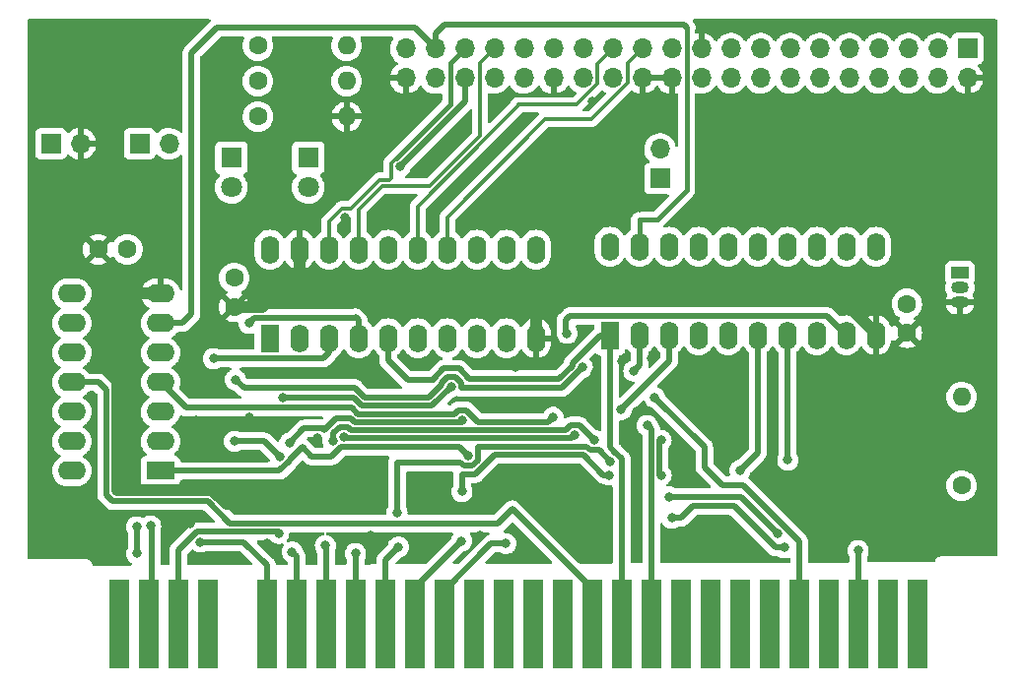
<source format=gbr>
%TF.GenerationSoftware,KiCad,Pcbnew,6.0.2+dfsg-1*%
%TF.CreationDate,2022-11-13T19:27:06+00:00*%
%TF.ProjectId,HDC,4844432e-6b69-4636-9164-5f7063625858,2*%
%TF.SameCoordinates,Original*%
%TF.FileFunction,Copper,L1,Top*%
%TF.FilePolarity,Positive*%
%FSLAX46Y46*%
G04 Gerber Fmt 4.6, Leading zero omitted, Abs format (unit mm)*
G04 Created by KiCad (PCBNEW 6.0.2+dfsg-1) date 2022-11-13 19:27:06*
%MOMM*%
%LPD*%
G01*
G04 APERTURE LIST*
%TA.AperFunction,ComponentPad*%
%ADD10R,1.800000X1.800000*%
%TD*%
%TA.AperFunction,ComponentPad*%
%ADD11C,1.800000*%
%TD*%
%TA.AperFunction,ComponentPad*%
%ADD12C,1.600000*%
%TD*%
%TA.AperFunction,ComponentPad*%
%ADD13O,1.600000X1.600000*%
%TD*%
%TA.AperFunction,ComponentPad*%
%ADD14R,1.700000X1.700000*%
%TD*%
%TA.AperFunction,ComponentPad*%
%ADD15O,1.700000X1.700000*%
%TD*%
%TA.AperFunction,ComponentPad*%
%ADD16R,1.500000X1.050000*%
%TD*%
%TA.AperFunction,ComponentPad*%
%ADD17O,1.500000X1.050000*%
%TD*%
%TA.AperFunction,ComponentPad*%
%ADD18R,1.600000X2.400000*%
%TD*%
%TA.AperFunction,ComponentPad*%
%ADD19O,1.600000X2.400000*%
%TD*%
%TA.AperFunction,ConnectorPad*%
%ADD20R,1.780000X7.620000*%
%TD*%
%TA.AperFunction,ComponentPad*%
%ADD21R,2.400000X1.600000*%
%TD*%
%TA.AperFunction,ComponentPad*%
%ADD22O,2.400000X1.600000*%
%TD*%
%TA.AperFunction,ViaPad*%
%ADD23C,0.800000*%
%TD*%
%TA.AperFunction,Conductor*%
%ADD24C,1.000000*%
%TD*%
%TA.AperFunction,Conductor*%
%ADD25C,0.500000*%
%TD*%
%TA.AperFunction,Conductor*%
%ADD26C,0.300000*%
%TD*%
%TA.AperFunction,Conductor*%
%ADD27C,0.400000*%
%TD*%
%TA.AperFunction,Conductor*%
%ADD28C,0.250000*%
%TD*%
G04 APERTURE END LIST*
D10*
%TO.P,D2,1,K*%
%TO.N,Net-(D2-Pad1)*%
X110998000Y-112771000D03*
D11*
%TO.P,D2,2,A*%
%TO.N,+5V*%
X110998000Y-115311000D03*
%TD*%
D12*
%TO.P,C1,1*%
%TO.N,+5V*%
X102068000Y-120650000D03*
%TO.P,C1,2*%
%TO.N,GND*%
X99568000Y-120650000D03*
%TD*%
%TO.P,R2,1*%
%TO.N,Net-(D1-Pad1)*%
X113284000Y-106172000D03*
D13*
%TO.P,R2,2*%
%TO.N,Net-(J4-Pad39)*%
X120904000Y-106172000D03*
%TD*%
D14*
%TO.P,J3,1,Pin_1*%
%TO.N,+5V*%
X95499000Y-111563000D03*
D15*
%TO.P,J3,2,Pin_2*%
%TO.N,GND*%
X98039000Y-111563000D03*
%TD*%
D12*
%TO.P,R3,1*%
%TO.N,Net-(J2-Pad1)*%
X113284000Y-103124000D03*
D13*
%TO.P,R3,2*%
%TO.N,Net-(J4-Pad39)*%
X120904000Y-103124000D03*
%TD*%
D16*
%TO.P,Q1,1,C*%
%TO.N,Net-(J4-Pad1)*%
X173588000Y-122682000D03*
D17*
%TO.P,Q1,2,B*%
%TO.N,Net-(Q1-Pad2)*%
X173588000Y-123952000D03*
%TO.P,Q1,3,E*%
%TO.N,GND*%
X173588000Y-125222000D03*
%TD*%
D18*
%TO.P,U2,1,A->B*%
%TO.N,+5V*%
X114305000Y-128285000D03*
D19*
%TO.P,U2,2,A0*%
%TO.N,Net-(J1-PadU26)*%
X116845000Y-128285000D03*
%TO.P,U2,3,A1*%
%TO.N,Net-(J1-PadB2)*%
X119385000Y-128285000D03*
%TO.P,U2,4,A2*%
%TO.N,Net-(J1-PadU2)*%
X121925000Y-128285000D03*
%TO.P,U2,5,A3*%
%TO.N,Net-(J1-PadU18)*%
X124465000Y-128285000D03*
%TO.P,U2,6,A4*%
%TO.N,Net-(J1-PadU19)*%
X127005000Y-128285000D03*
%TO.P,U2,7,A5*%
%TO.N,unconnected-(U2-Pad7)*%
X129545000Y-128285000D03*
%TO.P,U2,8,A6*%
%TO.N,unconnected-(U2-Pad8)*%
X132085000Y-128285000D03*
%TO.P,U2,9,A7*%
%TO.N,unconnected-(U2-Pad9)*%
X134625000Y-128285000D03*
%TO.P,U2,10,GND*%
%TO.N,GND*%
X137165000Y-128285000D03*
%TO.P,U2,11,B7*%
%TO.N,unconnected-(U2-Pad11)*%
X137165000Y-120665000D03*
%TO.P,U2,12,B6*%
%TO.N,unconnected-(U2-Pad12)*%
X134625000Y-120665000D03*
%TO.P,U2,13,B5*%
%TO.N,unconnected-(U2-Pad13)*%
X132085000Y-120665000D03*
%TO.P,U2,14,B4*%
%TO.N,Net-(J4-Pad23)*%
X129545000Y-120665000D03*
%TO.P,U2,15,B3*%
%TO.N,Net-(J4-Pad25)*%
X127005000Y-120665000D03*
%TO.P,U2,16,B2*%
%TO.N,Net-(J4-Pad36)*%
X124465000Y-120665000D03*
%TO.P,U2,17,B1*%
%TO.N,Net-(J4-Pad33)*%
X121925000Y-120665000D03*
%TO.P,U2,18,B0*%
%TO.N,Net-(J4-Pad35)*%
X119385000Y-120665000D03*
%TO.P,U2,19,CE*%
%TO.N,GND*%
X116845000Y-120665000D03*
%TO.P,U2,20,VCC*%
%TO.N,+5V*%
X114305000Y-120665000D03*
%TD*%
D14*
%TO.P,J4,1,RST*%
%TO.N,Net-(J4-Pad1)*%
X174239000Y-103373000D03*
D15*
%TO.P,J4,2,Gnd*%
%TO.N,GND*%
X174239000Y-105913000D03*
%TO.P,J4,3,D7*%
%TO.N,/IDE7*%
X171699000Y-103373000D03*
%TO.P,J4,4,D8*%
%TO.N,unconnected-(J4-Pad4)*%
X171699000Y-105913000D03*
%TO.P,J4,5,D6*%
%TO.N,/IDE6*%
X169159000Y-103373000D03*
%TO.P,J4,6,D9*%
%TO.N,unconnected-(J4-Pad6)*%
X169159000Y-105913000D03*
%TO.P,J4,7,D5*%
%TO.N,/IDE5*%
X166619000Y-103373000D03*
%TO.P,J4,8,D10*%
%TO.N,unconnected-(J4-Pad8)*%
X166619000Y-105913000D03*
%TO.P,J4,9,D4*%
%TO.N,/IDE4*%
X164079000Y-103373000D03*
%TO.P,J4,10,D11*%
%TO.N,unconnected-(J4-Pad10)*%
X164079000Y-105913000D03*
%TO.P,J4,11,D3*%
%TO.N,/IDE3*%
X161539000Y-103373000D03*
%TO.P,J4,12,D12*%
%TO.N,unconnected-(J4-Pad12)*%
X161539000Y-105913000D03*
%TO.P,J4,13,D2*%
%TO.N,/IDE2*%
X158999000Y-103373000D03*
%TO.P,J4,14,D13*%
%TO.N,unconnected-(J4-Pad14)*%
X158999000Y-105913000D03*
%TO.P,J4,15,D1*%
%TO.N,/IDE1*%
X156459000Y-103373000D03*
%TO.P,J4,16,D14*%
%TO.N,unconnected-(J4-Pad16)*%
X156459000Y-105913000D03*
%TO.P,J4,17,D0*%
%TO.N,/IDE0*%
X153919000Y-103373000D03*
%TO.P,J4,18,D15*%
%TO.N,unconnected-(J4-Pad18)*%
X153919000Y-105913000D03*
%TO.P,J4,19,Gnd*%
%TO.N,GND*%
X151379000Y-103373000D03*
%TO.P,J4,20,VCC/NC*%
%TO.N,Net-(J4-Pad20)*%
X151379000Y-105913000D03*
%TO.P,J4,21,DMARQ*%
%TO.N,unconnected-(J4-Pad21)*%
X148839000Y-103373000D03*
%TO.P,J4,22,Gnd*%
%TO.N,GND*%
X148839000Y-105913000D03*
%TO.P,J4,23,~{IOW}*%
%TO.N,Net-(J4-Pad23)*%
X146299000Y-103373000D03*
%TO.P,J4,24,Gnd*%
%TO.N,GND*%
X146299000Y-105913000D03*
%TO.P,J4,25,~{IOR}*%
%TO.N,Net-(J4-Pad25)*%
X143759000Y-103373000D03*
%TO.P,J4,26,Gnd*%
%TO.N,GND*%
X143759000Y-105913000D03*
%TO.P,J4,27,IORDY*%
%TO.N,unconnected-(J4-Pad27)*%
X141219000Y-103373000D03*
%TO.P,J4,28,ALE*%
%TO.N,unconnected-(J4-Pad28)*%
X141219000Y-105913000D03*
%TO.P,J4,29,~{DMAck}*%
%TO.N,unconnected-(J4-Pad29)*%
X138679000Y-103373000D03*
%TO.P,J4,30,Gnd*%
%TO.N,GND*%
X138679000Y-105913000D03*
%TO.P,J4,31,~{INT}*%
%TO.N,unconnected-(J4-Pad31)*%
X136139000Y-103373000D03*
%TO.P,J4,32,~{CS16}*%
%TO.N,unconnected-(J4-Pad32)*%
X136139000Y-105913000D03*
%TO.P,J4,33,A1*%
%TO.N,Net-(J4-Pad33)*%
X133599000Y-103373000D03*
%TO.P,J4,34,nc*%
%TO.N,unconnected-(J4-Pad34)*%
X133599000Y-105913000D03*
%TO.P,J4,35,A0*%
%TO.N,Net-(J4-Pad35)*%
X131059000Y-103373000D03*
%TO.P,J4,36,A2*%
%TO.N,Net-(J4-Pad36)*%
X131059000Y-105913000D03*
%TO.P,J4,37,~{CS0}*%
%TO.N,Net-(J4-Pad37)*%
X128519000Y-103373000D03*
%TO.P,J4,38,~{CS1}*%
%TO.N,+5V*%
X128519000Y-105913000D03*
%TO.P,J4,39,~{ACTIVE}*%
%TO.N,Net-(J4-Pad39)*%
X125979000Y-103373000D03*
%TO.P,J4,40,GND*%
%TO.N,GND*%
X125979000Y-105913000D03*
%TD*%
D14*
%TO.P,J2,1,Pin_1*%
%TO.N,Net-(J2-Pad1)*%
X103119000Y-111563000D03*
D15*
%TO.P,J2,2,Pin_2*%
%TO.N,+5V*%
X105659000Y-111563000D03*
%TD*%
D20*
%TO.P,J1,U1,A15*%
%TO.N,unconnected-(J1-PadU1)*%
X101346000Y-152908000D03*
%TO.P,J1,U2,A13*%
%TO.N,Net-(J1-PadU2)*%
X103886000Y-152908000D03*
%TO.P,J1,U3,D7*%
%TO.N,Net-(J1-PadU3)*%
X106426000Y-152908000D03*
%TO.P,J1,U4,NC*%
%TO.N,unconnected-(J1-PadU4)*%
X108966000Y-152908000D03*
%TO.P,J1,U6,D0*%
%TO.N,Net-(J1-PadU6)*%
X114046000Y-152908000D03*
%TO.P,J1,U7,D1*%
%TO.N,Net-(J1-PadU7)*%
X116586000Y-152908000D03*
%TO.P,J1,U8,D2*%
%TO.N,Net-(J1-PadU8)*%
X119126000Y-152908000D03*
%TO.P,J1,U9,D6*%
%TO.N,Net-(J1-PadU9)*%
X121666000Y-152908000D03*
%TO.P,J1,U10,D5*%
%TO.N,Net-(J1-PadU10)*%
X124206000Y-152908000D03*
%TO.P,J1,U11,D3*%
%TO.N,Net-(J1-PadU11)*%
X126746000Y-152908000D03*
%TO.P,J1,U12,D4*%
%TO.N,Net-(J1-PadU12)*%
X129286000Y-152908000D03*
%TO.P,J1,U13,~{INT}*%
%TO.N,unconnected-(J1-PadU13)*%
X131826000Y-152908000D03*
%TO.P,J1,U14,~{NMI}*%
%TO.N,unconnected-(J1-PadU14)*%
X134366000Y-152908000D03*
%TO.P,J1,U15,~{HALT}*%
%TO.N,unconnected-(J1-PadU15)*%
X136906000Y-152908000D03*
%TO.P,J1,U16,~{MREQ}*%
%TO.N,unconnected-(J1-PadU16)*%
X139446000Y-152908000D03*
%TO.P,J1,U17,~{IORQ}*%
%TO.N,Net-(J1-PadU17)*%
X141986000Y-152908000D03*
%TO.P,J1,U18,~{RD}*%
%TO.N,Net-(J1-PadU18)*%
X144526000Y-152908000D03*
%TO.P,J1,U19,~{WR}*%
%TO.N,Net-(J1-PadU19)*%
X147066000Y-152908000D03*
%TO.P,J1,U20,-5V*%
%TO.N,unconnected-(J1-PadU20)*%
X149606000Y-152908000D03*
%TO.P,J1,U21,~{WAIT}*%
%TO.N,unconnected-(J1-PadU21)*%
X152146000Y-152908000D03*
%TO.P,J1,U22,+12V*%
%TO.N,unconnected-(J1-PadU22)*%
X154686000Y-152908000D03*
%TO.P,J1,U23,-12V*%
%TO.N,unconnected-(J1-PadU23)*%
X157226000Y-152908000D03*
%TO.P,J1,U24,~{M1}*%
%TO.N,Net-(J1-PadU24)*%
X159766000Y-152908000D03*
%TO.P,J1,U25,~{RFSH}*%
%TO.N,unconnected-(J1-PadU25)*%
X162306000Y-152908000D03*
%TO.P,J1,U26,A8*%
%TO.N,Net-(J1-PadU26)*%
X164846000Y-152908000D03*
%TO.P,J1,U27,A10*%
%TO.N,unconnected-(J1-PadU27)*%
X167386000Y-152908000D03*
%TO.P,J1,U28,NC2*%
%TO.N,unconnected-(J1-PadU28)*%
X169926000Y-152908000D03*
%TD*%
D14*
%TO.P,J5,1,Pin_1*%
%TO.N,Net-(J4-Pad20)*%
X147828000Y-114554000D03*
D15*
%TO.P,J5,2,Pin_2*%
%TO.N,+5V*%
X147828000Y-112014000D03*
%TD*%
D12*
%TO.P,C3,1*%
%TO.N,+5V*%
X111252000Y-123103000D03*
%TO.P,C3,2*%
%TO.N,GND*%
X111252000Y-125603000D03*
%TD*%
D18*
%TO.P,U1,1,A->B*%
%TO.N,Net-(J1-PadU18)*%
X143515000Y-128031000D03*
D19*
%TO.P,U1,2,A0*%
%TO.N,Net-(J1-PadU6)*%
X146055000Y-128031000D03*
%TO.P,U1,3,A1*%
%TO.N,Net-(J1-PadU7)*%
X148595000Y-128031000D03*
%TO.P,U1,4,A2*%
%TO.N,Net-(J1-PadU8)*%
X151135000Y-128031000D03*
%TO.P,U1,5,A3*%
%TO.N,Net-(J1-PadU11)*%
X153675000Y-128031000D03*
%TO.P,U1,6,A4*%
%TO.N,Net-(J1-PadU12)*%
X156215000Y-128031000D03*
%TO.P,U1,7,A5*%
%TO.N,Net-(J1-PadU10)*%
X158755000Y-128031000D03*
%TO.P,U1,8,A6*%
%TO.N,Net-(J1-PadU9)*%
X161295000Y-128031000D03*
%TO.P,U1,9,A7*%
%TO.N,Net-(J1-PadU3)*%
X163835000Y-128031000D03*
%TO.P,U1,10,GND*%
%TO.N,GND*%
X166375000Y-128031000D03*
%TO.P,U1,11,B7*%
%TO.N,/IDE7*%
X166375000Y-120411000D03*
%TO.P,U1,12,B6*%
%TO.N,/IDE6*%
X163835000Y-120411000D03*
%TO.P,U1,13,B5*%
%TO.N,/IDE5*%
X161295000Y-120411000D03*
%TO.P,U1,14,B4*%
%TO.N,/IDE4*%
X158755000Y-120411000D03*
%TO.P,U1,15,B3*%
%TO.N,/IDE3*%
X156215000Y-120411000D03*
%TO.P,U1,16,B2*%
%TO.N,/IDE2*%
X153675000Y-120411000D03*
%TO.P,U1,17,B1*%
%TO.N,/IDE1*%
X151135000Y-120411000D03*
%TO.P,U1,18,B0*%
%TO.N,/IDE0*%
X148595000Y-120411000D03*
%TO.P,U1,19,CE*%
%TO.N,Net-(J4-Pad37)*%
X146055000Y-120411000D03*
%TO.P,U1,20,VCC*%
%TO.N,+5V*%
X143515000Y-120411000D03*
%TD*%
D12*
%TO.P,R4,1*%
%TO.N,Net-(D2-Pad1)*%
X113284000Y-109220000D03*
D13*
%TO.P,R4,2*%
%TO.N,GND*%
X120904000Y-109220000D03*
%TD*%
D12*
%TO.P,C2,1*%
%TO.N,+5V*%
X169037000Y-125329000D03*
%TO.P,C2,2*%
%TO.N,GND*%
X169037000Y-127829000D03*
%TD*%
%TO.P,R1,1*%
%TO.N,Net-(J1-PadB20)*%
X173736000Y-140970000D03*
D13*
%TO.P,R1,2*%
%TO.N,Net-(Q1-Pad2)*%
X173736000Y-133350000D03*
%TD*%
D10*
%TO.P,D1,1,K*%
%TO.N,Net-(D1-Pad1)*%
X117602000Y-112771000D03*
D11*
%TO.P,D1,2,A*%
%TO.N,+5V*%
X117602000Y-115311000D03*
%TD*%
D21*
%TO.P,U3,1*%
%TO.N,Net-(J1-PadB24)*%
X104917000Y-139705000D03*
D22*
%TO.P,U3,2*%
X104917000Y-137165000D03*
%TO.P,U3,3*%
%TO.N,Net-(U3-Pad12)*%
X104917000Y-134625000D03*
%TO.P,U3,4*%
%TO.N,Net-(J1-PadU24)*%
X104917000Y-132085000D03*
%TO.P,U3,5*%
%TO.N,Net-(U3-Pad5)*%
X104917000Y-129545000D03*
%TO.P,U3,6*%
%TO.N,Net-(J4-Pad37)*%
X104917000Y-127005000D03*
%TO.P,U3,7,GND*%
%TO.N,GND*%
X104917000Y-124465000D03*
%TO.P,U3,8*%
%TO.N,Net-(U3-Pad5)*%
X97297000Y-124465000D03*
%TO.P,U3,9*%
%TO.N,Net-(J1-PadU17)*%
X97297000Y-127005000D03*
%TO.P,U3,10*%
X97297000Y-129545000D03*
%TO.P,U3,11*%
X97297000Y-132085000D03*
%TO.P,U3,12*%
%TO.N,Net-(U3-Pad12)*%
X97297000Y-134625000D03*
%TO.P,U3,13*%
%TO.N,Net-(J1-PadB24)*%
X97297000Y-137165000D03*
%TO.P,U3,14,VCC*%
%TO.N,+5V*%
X97297000Y-139705000D03*
%TD*%
D23*
%TO.N,GND*%
X164150000Y-108475000D03*
X114046000Y-145971000D03*
X144526000Y-130302000D03*
X116332000Y-131318000D03*
X128016000Y-141224000D03*
X122428000Y-140970000D03*
X135382000Y-130810000D03*
X145796000Y-144018000D03*
X100700000Y-105150000D03*
X165862000Y-123444000D03*
X146050000Y-117094000D03*
X123190000Y-126492000D03*
X110998000Y-147066000D03*
X154000000Y-108625000D03*
X176022000Y-101600000D03*
X126075000Y-116300000D03*
X141986000Y-107950000D03*
X101346000Y-144018000D03*
X161500000Y-108450000D03*
X127450000Y-113475000D03*
X157400000Y-130525000D03*
X110650000Y-142575000D03*
X156400000Y-108725000D03*
X164200000Y-144575000D03*
X125984000Y-130048000D03*
X133350000Y-126492000D03*
X159075000Y-108725000D03*
X145796000Y-134620000D03*
X122174000Y-114300000D03*
X130556000Y-126492000D03*
X132334000Y-145288000D03*
X117602000Y-145542000D03*
X140725000Y-118750000D03*
X142240000Y-131318000D03*
X102616000Y-130556000D03*
X147066000Y-130048000D03*
X125730000Y-126492000D03*
X155448000Y-146558000D03*
X112522000Y-135128000D03*
X102870000Y-135890000D03*
X152200000Y-131050000D03*
X162675000Y-138800000D03*
X122936000Y-145288000D03*
X118364000Y-136906000D03*
X172350000Y-111250000D03*
X150114000Y-140208000D03*
X129900000Y-115825000D03*
X117856000Y-140970000D03*
X128270000Y-126492000D03*
X169250000Y-108475000D03*
X107950000Y-135382000D03*
X166575000Y-108450000D03*
X160125000Y-130425000D03*
X127762000Y-145542000D03*
X137160000Y-140462000D03*
X130650000Y-110425000D03*
X153775000Y-135150000D03*
X135128000Y-144780000D03*
X107442000Y-144272000D03*
X136675000Y-114575000D03*
X122682000Y-131064000D03*
X141224000Y-144018000D03*
X120800000Y-117900000D03*
X149575000Y-132000000D03*
%TO.N,Net-(J1-PadB2)*%
X102870000Y-144526000D03*
X102870000Y-146812000D03*
X109474000Y-130048000D03*
%TO.N,Net-(J1-PadU2)*%
X104061036Y-144447036D03*
X112522000Y-127000000D03*
%TO.N,Net-(J1-PadU3)*%
X115150000Y-138475000D03*
X115062000Y-145073539D03*
X111350000Y-131850000D03*
X111274980Y-137160000D03*
X141150000Y-130800000D03*
X139850000Y-127875000D03*
%TO.N,Net-(J1-PadU6)*%
X129900000Y-132450000D03*
X145575000Y-131100000D03*
X115425000Y-133428989D03*
X108350000Y-145825000D03*
%TO.N,Net-(J1-PadU7)*%
X115995500Y-137300000D03*
X144475000Y-134425000D03*
X130810000Y-135350980D03*
X116225000Y-146675000D03*
%TO.N,Net-(J1-PadU8)*%
X119075000Y-146125000D03*
X119716145Y-137106758D03*
X142200000Y-137075000D03*
%TO.N,Net-(J1-PadU9)*%
X121666000Y-146812000D03*
X120650000Y-136750500D03*
X140462000Y-136652000D03*
%TO.N,Net-(J1-PadU10)*%
X143525000Y-138875000D03*
X125350000Y-146250000D03*
X125225000Y-143275000D03*
X158800000Y-138775000D03*
%TO.N,Net-(J1-PadU11)*%
X147915500Y-137075500D03*
X130775000Y-145725000D03*
X143475000Y-140050000D03*
X147915500Y-140075000D03*
X130810000Y-141478000D03*
%TO.N,Net-(J1-PadU12)*%
X154692477Y-139657523D03*
X134575000Y-145950000D03*
%TO.N,Net-(J1-PadU19)*%
X146725000Y-135800000D03*
%TO.N,Net-(J1-PadU24)*%
X138638982Y-135082982D03*
X147375000Y-133400000D03*
%TO.N,Net-(J1-PadB24)*%
X131318000Y-138430000D03*
X148650000Y-141950000D03*
X157922812Y-145099188D03*
%TO.N,Net-(J4-Pad36)*%
X125476000Y-113538000D03*
%TO.N,Net-(J1-PadU26)*%
X158496000Y-146304000D03*
X164846000Y-146558000D03*
X148844000Y-143764000D03*
%TD*%
D24*
%TO.N,GND*%
X137165000Y-125852000D02*
X138938000Y-124079000D01*
X113665000Y-125603000D02*
X111252000Y-125603000D01*
D25*
X127450000Y-113475000D02*
X127600000Y-113475000D01*
D24*
X138938000Y-124079000D02*
X117348000Y-124079000D01*
D25*
X144526000Y-124079000D02*
X144780000Y-124079000D01*
D24*
X117348000Y-124079000D02*
X116586000Y-123317000D01*
X101200000Y-141370000D02*
X101200000Y-125875000D01*
X102610000Y-124465000D02*
X104917000Y-124465000D01*
X116845000Y-120665000D02*
X116845000Y-122423000D01*
D25*
X116586000Y-123317000D02*
X116586000Y-122682000D01*
X116586000Y-122682000D02*
X116845000Y-122423000D01*
D24*
X110650000Y-142575000D02*
X110571000Y-142575000D01*
X101200000Y-125875000D02*
X102610000Y-124465000D01*
X109366000Y-141370000D02*
X101200000Y-141370000D01*
X110571000Y-142575000D02*
X109366000Y-141370000D01*
D25*
X166375000Y-128031000D02*
X166375000Y-127894000D01*
D24*
X138938000Y-124079000D02*
X144526000Y-124079000D01*
X137165000Y-128285000D02*
X137165000Y-125852000D01*
X162560000Y-124079000D02*
X144526000Y-124079000D01*
X127600000Y-113475000D02*
X130650000Y-110425000D01*
X166375000Y-127894000D02*
X162560000Y-124079000D01*
X116845000Y-122423000D02*
X113665000Y-125603000D01*
D25*
%TO.N,Net-(J1-PadB2)*%
X109474000Y-130048000D02*
X118872000Y-130048000D01*
X119385000Y-129535000D02*
X119385000Y-128285000D01*
X118872000Y-130048000D02*
X119385000Y-129535000D01*
X102870000Y-146812000D02*
X102870000Y-144526000D01*
%TO.N,Net-(J1-PadU2)*%
X112969480Y-126552520D02*
X121605480Y-126552520D01*
X121666000Y-126492000D02*
X121925000Y-126751000D01*
X104140000Y-152654000D02*
X103886000Y-152908000D01*
X104140000Y-144526000D02*
X104140000Y-152654000D01*
X121925000Y-126751000D02*
X121925000Y-128285000D01*
X104061036Y-144447036D02*
X104140000Y-144526000D01*
X112522000Y-127000000D02*
X112969480Y-126552520D01*
X121605480Y-126552520D02*
X121666000Y-126492000D01*
%TO.N,Net-(J1-PadU3)*%
X130749511Y-132588000D02*
X130749511Y-132098120D01*
X106426000Y-147826000D02*
X106426000Y-146547609D01*
X127958330Y-133402400D02*
X122460371Y-133402400D01*
X130749511Y-132098120D02*
X130251880Y-131600489D01*
X115064598Y-132588000D02*
X112088000Y-132588000D01*
X112088000Y-132588000D02*
X111350000Y-131850000D01*
X122460371Y-133402400D02*
X121637449Y-132579478D01*
X108050050Y-144923559D02*
X114912020Y-144923559D01*
X162185000Y-126381000D02*
X140065000Y-126381000D01*
X130251880Y-131600489D02*
X129548120Y-131600489D01*
X106426000Y-146547609D02*
X108050050Y-144923559D01*
X114912020Y-144923559D02*
X115062000Y-145073539D01*
X139700000Y-126746000D02*
X139700000Y-127725000D01*
X141150000Y-130800000D02*
X139362000Y-132588000D01*
X121637449Y-132579478D02*
X115073120Y-132579478D01*
X106426000Y-147826000D02*
X106426000Y-152908000D01*
X129050489Y-132310241D02*
X127958330Y-133402400D01*
X129548120Y-131600489D02*
X129050489Y-132098120D01*
X140065000Y-126381000D02*
X139700000Y-126746000D01*
X115073120Y-132579478D02*
X115064598Y-132588000D01*
X111274980Y-137160000D02*
X113835000Y-137160000D01*
X129050489Y-132098120D02*
X129050489Y-132310241D01*
X139700000Y-127725000D02*
X139850000Y-127875000D01*
X113835000Y-137160000D02*
X115150000Y-138475000D01*
X163835000Y-128031000D02*
X162185000Y-126381000D01*
X139362000Y-132588000D02*
X130749511Y-132588000D01*
%TO.N,Net-(J1-PadU6)*%
X121497690Y-133428989D02*
X115425000Y-133428989D01*
X129900000Y-132450000D02*
X128248080Y-134101920D01*
X112075000Y-145825000D02*
X108350000Y-145825000D01*
X146055000Y-128031000D02*
X146055000Y-130620000D01*
X112075000Y-145825000D02*
X114046000Y-147796000D01*
X114046000Y-152908000D02*
X114046000Y-147796000D01*
X122170621Y-134101920D02*
X121497690Y-133428989D01*
X128248080Y-134101920D02*
X122170621Y-134101920D01*
X146055000Y-130620000D02*
X145575000Y-131100000D01*
%TO.N,Net-(J1-PadU7)*%
X118879902Y-136056489D02*
X117239011Y-136056489D01*
X121291630Y-135201469D02*
X120008370Y-135201469D01*
X130810000Y-135350980D02*
X130660020Y-135500960D01*
X119016626Y-136193213D02*
X118879902Y-136056489D01*
X116225000Y-146675000D02*
X116586000Y-147036000D01*
X117239011Y-136056489D02*
X115995500Y-137300000D01*
X120008370Y-135201469D02*
X119016626Y-136193213D01*
X130660020Y-135500960D02*
X121591121Y-135500960D01*
X148595000Y-128031000D02*
X148595000Y-130305000D01*
X116586000Y-147036000D02*
X116586000Y-152908000D01*
X148595000Y-130305000D02*
X144475000Y-134425000D01*
X121591121Y-135500960D02*
X121291630Y-135201469D01*
%TO.N,Net-(J1-PadU8)*%
X121301371Y-136200480D02*
X139712129Y-136200480D01*
X121001880Y-135900989D02*
X121301371Y-136200480D01*
X119126000Y-152908000D02*
X119126000Y-146176000D01*
X139712129Y-136200480D02*
X140110120Y-135802489D01*
X140110120Y-135802489D02*
X140927489Y-135802489D01*
X119716145Y-137106758D02*
X119716145Y-136482964D01*
X119716145Y-136482964D02*
X120298120Y-135900989D01*
X140927489Y-135802489D02*
X142200000Y-137075000D01*
X120298120Y-135900989D02*
X121001880Y-135900989D01*
X119126000Y-146176000D02*
X119075000Y-146125000D01*
%TO.N,Net-(J1-PadU9)*%
X140214000Y-136900000D02*
X120904000Y-136900000D01*
X140462000Y-136652000D02*
X140214000Y-136900000D01*
X120799500Y-136900000D02*
X120650000Y-136750500D01*
X120904000Y-136900000D02*
X120799500Y-136900000D01*
X121666000Y-146812000D02*
X121666000Y-152908000D01*
%TO.N,Net-(J1-PadU10)*%
X141523129Y-137599520D02*
X141848120Y-137924511D01*
X142574511Y-137924511D02*
X143525000Y-138875000D01*
X125225000Y-138999040D02*
X130685649Y-138999040D01*
X130685649Y-138999040D02*
X130966120Y-139279511D01*
D26*
X158800000Y-138775000D02*
X158755000Y-138730000D01*
D25*
X125225000Y-143275000D02*
X125225000Y-138999040D01*
X141848120Y-137924511D02*
X142574511Y-137924511D01*
X158755000Y-138730000D02*
X158755000Y-128031000D01*
X124206000Y-152908000D02*
X124206000Y-147394000D01*
X132167511Y-137599520D02*
X141523129Y-137599520D01*
X124206000Y-147394000D02*
X125350000Y-146250000D01*
X132167511Y-138781880D02*
X132167511Y-137599520D01*
X130966120Y-139279511D02*
X131669880Y-139279511D01*
X131669880Y-139279511D02*
X132167511Y-138781880D01*
%TO.N,Net-(J1-PadU11)*%
X147915500Y-137075500D02*
X147765520Y-137225480D01*
X147765520Y-139925020D02*
X147915500Y-140075000D01*
X130810000Y-141478000D02*
X130810000Y-139979031D01*
X131959631Y-139979030D02*
X133639621Y-138299040D01*
X126746000Y-152908000D02*
X126746000Y-149754000D01*
X147765520Y-137225480D02*
X147765520Y-139925020D01*
X130810000Y-139979031D02*
X131959631Y-139979030D01*
X142984339Y-140050000D02*
X143475000Y-140050000D01*
X141233379Y-138299040D02*
X142984339Y-140050000D01*
X126746000Y-149754000D02*
X130775000Y-145725000D01*
X133639621Y-138299040D02*
X141233379Y-138299040D01*
%TO.N,Net-(J1-PadU12)*%
X156215000Y-138135000D02*
X156215000Y-128031000D01*
X133324000Y-145950000D02*
X134575000Y-145950000D01*
X129286000Y-152908000D02*
X129286000Y-149988000D01*
X154692477Y-139657523D02*
X156215000Y-138135000D01*
X129286000Y-149988000D02*
X133324000Y-145950000D01*
%TO.N,Net-(J1-PadU17)*%
X141986000Y-152908000D02*
X141986000Y-149848000D01*
X100250480Y-141763304D02*
X100250480Y-132762480D01*
X100806696Y-142319520D02*
X100250480Y-141763304D01*
X135140000Y-143002000D02*
X133917961Y-144224039D01*
X100250480Y-132762480D02*
X99573000Y-132085000D01*
X141986000Y-149848000D02*
X135140000Y-143002000D01*
X108972696Y-142319520D02*
X100806696Y-142319520D01*
X133917961Y-144224039D02*
X110877215Y-144224039D01*
X110877215Y-144224039D02*
X108972696Y-142319520D01*
X99573000Y-132085000D02*
X97297000Y-132085000D01*
%TO.N,Net-(J1-PadU18)*%
X140300489Y-130448120D02*
X140300489Y-130660241D01*
X126163480Y-131888480D02*
X124465000Y-130190000D01*
X129258369Y-130900970D02*
X128350970Y-131808369D01*
X128350970Y-131808369D02*
X128350970Y-131888480D01*
X143515000Y-128031000D02*
X142717609Y-128031000D01*
X143876880Y-138025489D02*
X143867489Y-138025489D01*
X144526000Y-138674609D02*
X143876880Y-138025489D01*
X142717609Y-128031000D02*
X140300489Y-130448120D01*
X143867489Y-138025489D02*
X143515000Y-137673000D01*
X139152361Y-131808369D02*
X131449030Y-131808369D01*
X124465000Y-130190000D02*
X124465000Y-128285000D01*
X144526000Y-152908000D02*
X144526000Y-138674609D01*
X128350970Y-131888480D02*
X126163480Y-131888480D01*
X131449030Y-131808369D02*
X130541630Y-130900969D01*
X140300489Y-130660241D02*
X139152361Y-131808369D01*
X130541630Y-130900969D02*
X129258369Y-130900970D01*
X143515000Y-137673000D02*
X143515000Y-128031000D01*
%TO.N,Net-(J1-PadU19)*%
X147066000Y-152908000D02*
X147066000Y-136141000D01*
X147066000Y-136141000D02*
X146725000Y-135800000D01*
%TO.N,Net-(J1-PadU24)*%
X138638982Y-135082982D02*
X138221004Y-135500960D01*
X154925000Y-140900000D02*
X159766000Y-145741000D01*
X121357920Y-134278489D02*
X107110489Y-134278489D01*
X107110489Y-134278489D02*
X104917000Y-132085000D01*
X131199469Y-134501469D02*
X130458120Y-134501469D01*
X151625000Y-139375000D02*
X153150000Y-140900000D01*
X151625000Y-137650000D02*
X151625000Y-139375000D01*
X121880871Y-134801440D02*
X121357920Y-134278489D01*
X159766000Y-145741000D02*
X159766000Y-152908000D01*
X138221004Y-135500960D02*
X132198960Y-135500960D01*
X153150000Y-140900000D02*
X154925000Y-140900000D01*
X132198960Y-135500960D02*
X131199469Y-134501469D01*
X130458120Y-134501469D02*
X130158149Y-134801440D01*
X130158149Y-134801440D02*
X121880871Y-134801440D01*
X147375000Y-133400000D02*
X151625000Y-137650000D01*
%TO.N,Net-(J1-PadB24)*%
X117094000Y-137668000D02*
X115999511Y-138762489D01*
X115999511Y-138826880D02*
X115121391Y-139705000D01*
X115999511Y-138762489D02*
X115999511Y-138826880D01*
X154773624Y-141950000D02*
X148650000Y-141950000D01*
X117875511Y-138449511D02*
X117094000Y-137668000D01*
X120396000Y-137668000D02*
X119614489Y-138449511D01*
X131318000Y-138430000D02*
X130556000Y-137668000D01*
X115121391Y-139705000D02*
X104917000Y-139705000D01*
X119614489Y-138449511D02*
X117875511Y-138449511D01*
X157922812Y-145099188D02*
X154773624Y-141950000D01*
X130556000Y-137668000D02*
X120396000Y-137668000D01*
D26*
%TO.N,Net-(J4-Pad23)*%
X146299000Y-103373000D02*
X145099000Y-104573000D01*
X145099000Y-106301000D02*
X141950000Y-109450000D01*
X145099000Y-104573000D02*
X145099000Y-106301000D01*
X137975000Y-109450000D02*
X129545000Y-117880000D01*
X141950000Y-109450000D02*
X137975000Y-109450000D01*
X129545000Y-117880000D02*
X129545000Y-120665000D01*
%TO.N,Net-(J4-Pad25)*%
X142419000Y-106410057D02*
X140625057Y-108204000D01*
X133223000Y-110727000D02*
X127005000Y-116945000D01*
X135636000Y-108276107D02*
X133223000Y-110689107D01*
X140625057Y-108204000D02*
X135636000Y-108204000D01*
X142419000Y-104713000D02*
X142419000Y-106410057D01*
X133223000Y-110689107D02*
X133223000Y-110727000D01*
X143759000Y-103373000D02*
X142419000Y-104713000D01*
X127005000Y-116945000D02*
X127005000Y-120665000D01*
X135636000Y-108204000D02*
X135636000Y-108276107D01*
%TO.N,Net-(J4-Pad33)*%
X121925000Y-117216000D02*
X121925000Y-120665000D01*
X132360077Y-110844923D02*
X128016000Y-115189000D01*
X128016000Y-115189000D02*
X123952000Y-115189000D01*
X133599000Y-103373000D02*
X132360077Y-104611923D01*
X123952000Y-115189000D02*
X121925000Y-117216000D01*
X132360077Y-104611923D02*
X132360077Y-110844923D01*
D27*
%TO.N,Net-(J4-Pad35)*%
X131059000Y-103373000D02*
X129809489Y-104622511D01*
D26*
X124578520Y-114689480D02*
X123745092Y-114689480D01*
D27*
X129809489Y-104622511D02*
X129809489Y-108144541D01*
D28*
X129646880Y-108307150D02*
X129794000Y-108307150D01*
D26*
X123745092Y-114689480D02*
X121284083Y-117150489D01*
X120489541Y-117150489D02*
X119385000Y-118255030D01*
D27*
X125165541Y-112788489D02*
X129646880Y-108307150D01*
D26*
X119385000Y-118255030D02*
X119385000Y-120665000D01*
X125165541Y-112788489D02*
X124726489Y-113227541D01*
D27*
X129809489Y-108144541D02*
X129646880Y-108307150D01*
D26*
X121284083Y-117150489D02*
X120489541Y-117150489D01*
X124726489Y-113227541D02*
X124726489Y-114541511D01*
X124726489Y-114541511D02*
X124578520Y-114689480D01*
D25*
%TO.N,Net-(J4-Pad36)*%
X131059000Y-107955000D02*
X125476000Y-113538000D01*
X131059000Y-105913000D02*
X131059000Y-107955000D01*
D27*
%TO.N,Net-(J4-Pad37)*%
X146055000Y-118115000D02*
X146055000Y-120411000D01*
D28*
X128519000Y-102113000D02*
X128524000Y-102108000D01*
D25*
X107569000Y-126231000D02*
X106795000Y-127005000D01*
X129286000Y-101346000D02*
X130302000Y-101346000D01*
X106795000Y-127005000D02*
X104917000Y-127005000D01*
D28*
X146050000Y-118110000D02*
X146055000Y-118115000D01*
D25*
X128519000Y-103373000D02*
X128519000Y-102113000D01*
D27*
X150114000Y-101600000D02*
X150114000Y-115570000D01*
D25*
X128524000Y-102108000D02*
X129286000Y-101346000D01*
D27*
X150114000Y-115570000D02*
X147574000Y-118110000D01*
D25*
X107569000Y-103759000D02*
X107569000Y-126231000D01*
D27*
X147574000Y-118110000D02*
X146050000Y-118110000D01*
D25*
X130302000Y-101346000D02*
X149860000Y-101346000D01*
X149860000Y-101346000D02*
X150114000Y-101600000D01*
X109728000Y-101600000D02*
X107569000Y-103759000D01*
X126746000Y-101600000D02*
X109728000Y-101600000D01*
X128519000Y-103373000D02*
X126746000Y-101600000D01*
%TO.N,Net-(J1-PadU26)*%
X164846000Y-146558000D02*
X164846000Y-152908000D01*
X157734000Y-146304000D02*
X158496000Y-146304000D01*
X150622000Y-142748000D02*
X154178000Y-142748000D01*
X148844000Y-143764000D02*
X149606000Y-143764000D01*
X149606000Y-143764000D02*
X150622000Y-142748000D01*
X154178000Y-142748000D02*
X157734000Y-146304000D01*
%TD*%
%TA.AperFunction,Conductor*%
%TO.N,GND*%
G36*
X109180210Y-100858002D02*
G01*
X109226703Y-100911658D01*
X109236807Y-100981932D01*
X109203563Y-101050652D01*
X109184873Y-101070382D01*
X109182494Y-101072825D01*
X107080089Y-103175230D01*
X107065677Y-103187616D01*
X107054082Y-103196149D01*
X107054077Y-103196154D01*
X107048182Y-103200492D01*
X107043443Y-103206070D01*
X107043440Y-103206073D01*
X107013965Y-103240768D01*
X107007035Y-103248284D01*
X107001340Y-103253979D01*
X106999060Y-103256861D01*
X106983719Y-103276251D01*
X106980928Y-103279655D01*
X106938409Y-103329703D01*
X106933667Y-103335285D01*
X106930339Y-103341801D01*
X106926972Y-103346850D01*
X106923805Y-103351979D01*
X106919266Y-103357716D01*
X106888345Y-103423875D01*
X106886442Y-103427769D01*
X106853231Y-103492808D01*
X106851492Y-103499916D01*
X106849393Y-103505559D01*
X106847476Y-103511322D01*
X106844378Y-103517950D01*
X106842888Y-103525112D01*
X106842888Y-103525113D01*
X106829514Y-103589412D01*
X106828544Y-103593696D01*
X106811192Y-103664610D01*
X106810500Y-103675764D01*
X106810464Y-103675762D01*
X106810225Y-103679755D01*
X106809851Y-103683947D01*
X106808360Y-103691115D01*
X106808558Y-103698432D01*
X106810454Y-103768521D01*
X106810500Y-103771928D01*
X106810500Y-110484148D01*
X106790498Y-110552269D01*
X106736842Y-110598762D01*
X106666568Y-110608866D01*
X106601988Y-110579372D01*
X106594541Y-110572104D01*
X106592144Y-110569868D01*
X106588670Y-110566051D01*
X106584619Y-110562852D01*
X106584615Y-110562848D01*
X106417414Y-110430800D01*
X106417410Y-110430798D01*
X106413359Y-110427598D01*
X106377028Y-110407542D01*
X106289843Y-110359414D01*
X106217789Y-110319638D01*
X106212920Y-110317914D01*
X106212916Y-110317912D01*
X106012087Y-110246795D01*
X106012083Y-110246794D01*
X106007212Y-110245069D01*
X106002119Y-110244162D01*
X106002116Y-110244161D01*
X105792373Y-110206800D01*
X105792367Y-110206799D01*
X105787284Y-110205894D01*
X105713452Y-110204992D01*
X105569081Y-110203228D01*
X105569079Y-110203228D01*
X105563911Y-110203165D01*
X105343091Y-110236955D01*
X105130756Y-110306357D01*
X104932607Y-110409507D01*
X104928474Y-110412610D01*
X104928471Y-110412612D01*
X104768104Y-110533019D01*
X104753965Y-110543635D01*
X104681648Y-110619311D01*
X104673283Y-110628064D01*
X104611759Y-110663494D01*
X104540846Y-110660037D01*
X104483060Y-110618791D01*
X104464207Y-110585243D01*
X104422767Y-110474703D01*
X104419615Y-110466295D01*
X104332261Y-110349739D01*
X104215705Y-110262385D01*
X104079316Y-110211255D01*
X104017134Y-110204500D01*
X102220866Y-110204500D01*
X102158684Y-110211255D01*
X102022295Y-110262385D01*
X101905739Y-110349739D01*
X101818385Y-110466295D01*
X101767255Y-110602684D01*
X101760500Y-110664866D01*
X101760500Y-112461134D01*
X101767255Y-112523316D01*
X101818385Y-112659705D01*
X101905739Y-112776261D01*
X102022295Y-112863615D01*
X102158684Y-112914745D01*
X102220866Y-112921500D01*
X104017134Y-112921500D01*
X104079316Y-112914745D01*
X104215705Y-112863615D01*
X104332261Y-112776261D01*
X104419615Y-112659705D01*
X104441801Y-112600524D01*
X104463598Y-112542382D01*
X104506240Y-112485618D01*
X104572802Y-112460918D01*
X104642150Y-112476126D01*
X104676817Y-112504114D01*
X104705250Y-112536938D01*
X104877126Y-112679632D01*
X105070000Y-112792338D01*
X105074825Y-112794180D01*
X105074826Y-112794181D01*
X105076214Y-112794711D01*
X105278692Y-112872030D01*
X105283760Y-112873061D01*
X105283763Y-112873062D01*
X105378862Y-112892410D01*
X105497597Y-112916567D01*
X105502772Y-112916757D01*
X105502774Y-112916757D01*
X105715673Y-112924564D01*
X105715677Y-112924564D01*
X105720837Y-112924753D01*
X105725957Y-112924097D01*
X105725959Y-112924097D01*
X105937288Y-112897025D01*
X105937289Y-112897025D01*
X105942416Y-112896368D01*
X105947366Y-112894883D01*
X106151429Y-112833661D01*
X106151434Y-112833659D01*
X106156384Y-112832174D01*
X106356994Y-112733896D01*
X106538860Y-112604173D01*
X106542515Y-112600531D01*
X106542523Y-112600524D01*
X106595561Y-112547671D01*
X106657932Y-112513755D01*
X106728739Y-112518944D01*
X106785500Y-112561590D01*
X106810194Y-112628153D01*
X106810500Y-112636922D01*
X106810500Y-124028028D01*
X106790498Y-124096149D01*
X106736842Y-124142642D01*
X106666568Y-124152746D01*
X106601988Y-124123252D01*
X106562793Y-124060639D01*
X106552236Y-124021239D01*
X106548490Y-124010947D01*
X106456414Y-123813489D01*
X106450931Y-123803993D01*
X106325972Y-123625533D01*
X106318916Y-123617125D01*
X106164875Y-123463084D01*
X106156467Y-123456028D01*
X105978007Y-123331069D01*
X105968511Y-123325586D01*
X105771053Y-123233510D01*
X105760761Y-123229764D01*
X105550312Y-123173375D01*
X105539519Y-123171472D01*
X105376830Y-123157238D01*
X105371365Y-123157000D01*
X105189115Y-123157000D01*
X105173876Y-123161475D01*
X105172671Y-123162865D01*
X105171000Y-123170548D01*
X105171000Y-124593000D01*
X105150998Y-124661121D01*
X105097342Y-124707614D01*
X105045000Y-124719000D01*
X103249033Y-124719000D01*
X103235502Y-124722973D01*
X103234273Y-124731522D01*
X103281764Y-124908761D01*
X103285510Y-124919053D01*
X103377586Y-125116511D01*
X103383069Y-125126007D01*
X103508028Y-125304467D01*
X103515084Y-125312875D01*
X103669125Y-125466916D01*
X103677533Y-125473972D01*
X103855993Y-125598931D01*
X103865489Y-125604414D01*
X103900049Y-125620529D01*
X103953334Y-125667446D01*
X103972795Y-125735723D01*
X103952253Y-125803683D01*
X103900049Y-125848919D01*
X103865238Y-125865151D01*
X103865233Y-125865154D01*
X103860251Y-125867477D01*
X103834733Y-125885345D01*
X103677211Y-125995643D01*
X103677208Y-125995645D01*
X103672700Y-125998802D01*
X103510802Y-126160700D01*
X103507645Y-126165208D01*
X103507643Y-126165211D01*
X103458578Y-126235284D01*
X103379477Y-126348251D01*
X103377154Y-126353233D01*
X103377151Y-126353238D01*
X103303067Y-126512113D01*
X103282716Y-126555757D01*
X103281294Y-126561065D01*
X103281293Y-126561067D01*
X103229212Y-126755434D01*
X103223457Y-126776913D01*
X103203502Y-127005000D01*
X103223457Y-127233087D01*
X103224881Y-127238400D01*
X103224881Y-127238402D01*
X103279232Y-127441239D01*
X103282716Y-127454243D01*
X103285039Y-127459224D01*
X103285039Y-127459225D01*
X103377151Y-127656762D01*
X103377154Y-127656767D01*
X103379477Y-127661749D01*
X103448421Y-127760211D01*
X103505559Y-127841812D01*
X103510802Y-127849300D01*
X103672700Y-128011198D01*
X103677208Y-128014355D01*
X103677211Y-128014357D01*
X103700980Y-128031000D01*
X103860251Y-128142523D01*
X103865233Y-128144846D01*
X103865238Y-128144849D01*
X103899457Y-128160805D01*
X103952742Y-128207722D01*
X103972203Y-128275999D01*
X103951661Y-128343959D01*
X103899457Y-128389195D01*
X103865238Y-128405151D01*
X103865233Y-128405154D01*
X103860251Y-128407477D01*
X103758693Y-128478589D01*
X103677211Y-128535643D01*
X103677208Y-128535645D01*
X103672700Y-128538802D01*
X103510802Y-128700700D01*
X103379477Y-128888251D01*
X103282716Y-129095757D01*
X103281294Y-129101065D01*
X103281293Y-129101067D01*
X103237250Y-129265437D01*
X103223457Y-129316913D01*
X103203502Y-129545000D01*
X103223457Y-129773087D01*
X103224881Y-129778400D01*
X103224881Y-129778402D01*
X103278638Y-129979022D01*
X103282716Y-129994243D01*
X103285039Y-129999224D01*
X103285039Y-129999225D01*
X103377151Y-130196762D01*
X103377154Y-130196767D01*
X103379477Y-130201749D01*
X103422226Y-130262801D01*
X103504396Y-130380151D01*
X103510802Y-130389300D01*
X103672700Y-130551198D01*
X103677208Y-130554355D01*
X103677211Y-130554357D01*
X103708695Y-130576402D01*
X103860251Y-130682523D01*
X103865233Y-130684846D01*
X103865238Y-130684849D01*
X103899457Y-130700805D01*
X103952742Y-130747722D01*
X103972203Y-130815999D01*
X103951661Y-130883959D01*
X103899457Y-130929195D01*
X103865238Y-130945151D01*
X103865233Y-130945154D01*
X103860251Y-130947477D01*
X103808998Y-130983365D01*
X103677211Y-131075643D01*
X103677208Y-131075645D01*
X103672700Y-131078802D01*
X103510802Y-131240700D01*
X103507645Y-131245208D01*
X103507643Y-131245211D01*
X103476332Y-131289928D01*
X103379477Y-131428251D01*
X103377154Y-131433233D01*
X103377151Y-131433238D01*
X103307934Y-131581677D01*
X103282716Y-131635757D01*
X103281294Y-131641065D01*
X103281293Y-131641067D01*
X103230802Y-131829500D01*
X103223457Y-131856913D01*
X103203502Y-132085000D01*
X103223457Y-132313087D01*
X103224881Y-132318400D01*
X103224881Y-132318402D01*
X103278414Y-132518186D01*
X103282716Y-132534243D01*
X103285039Y-132539224D01*
X103285039Y-132539225D01*
X103377151Y-132736762D01*
X103377154Y-132736767D01*
X103379477Y-132741749D01*
X103510802Y-132929300D01*
X103672700Y-133091198D01*
X103677208Y-133094355D01*
X103677211Y-133094357D01*
X103726474Y-133128851D01*
X103860251Y-133222523D01*
X103865233Y-133224846D01*
X103865238Y-133224849D01*
X103899457Y-133240805D01*
X103952742Y-133287722D01*
X103972203Y-133355999D01*
X103951661Y-133423959D01*
X103899457Y-133469195D01*
X103865238Y-133485151D01*
X103865233Y-133485154D01*
X103860251Y-133487477D01*
X103792320Y-133535043D01*
X103677211Y-133615643D01*
X103677208Y-133615645D01*
X103672700Y-133618802D01*
X103510802Y-133780700D01*
X103507645Y-133785208D01*
X103507643Y-133785211D01*
X103473181Y-133834428D01*
X103379477Y-133968251D01*
X103377154Y-133973233D01*
X103377151Y-133973238D01*
X103326086Y-134082749D01*
X103282716Y-134175757D01*
X103281294Y-134181065D01*
X103281293Y-134181067D01*
X103233520Y-134359357D01*
X103223457Y-134396913D01*
X103203502Y-134625000D01*
X103223457Y-134853087D01*
X103224881Y-134858400D01*
X103224881Y-134858402D01*
X103275153Y-135046016D01*
X103282716Y-135074243D01*
X103285039Y-135079224D01*
X103285039Y-135079225D01*
X103377151Y-135276762D01*
X103377154Y-135276767D01*
X103379477Y-135281749D01*
X103435766Y-135362138D01*
X103505195Y-135461292D01*
X103510802Y-135469300D01*
X103672700Y-135631198D01*
X103677208Y-135634355D01*
X103677211Y-135634357D01*
X103693642Y-135645862D01*
X103860251Y-135762523D01*
X103865233Y-135764846D01*
X103865238Y-135764849D01*
X103899457Y-135780805D01*
X103952742Y-135827722D01*
X103972203Y-135895999D01*
X103951661Y-135963959D01*
X103899457Y-136009195D01*
X103865238Y-136025151D01*
X103865233Y-136025154D01*
X103860251Y-136027477D01*
X103826350Y-136051215D01*
X103677211Y-136155643D01*
X103677208Y-136155645D01*
X103672700Y-136158802D01*
X103510802Y-136320700D01*
X103507645Y-136325208D01*
X103507643Y-136325211D01*
X103455585Y-136399558D01*
X103379477Y-136508251D01*
X103377154Y-136513233D01*
X103377151Y-136513238D01*
X103303545Y-136671089D01*
X103282716Y-136715757D01*
X103223457Y-136936913D01*
X103203502Y-137165000D01*
X103223457Y-137393087D01*
X103224881Y-137398400D01*
X103224881Y-137398402D01*
X103261906Y-137536578D01*
X103282716Y-137614243D01*
X103285039Y-137619224D01*
X103285039Y-137619225D01*
X103377151Y-137816762D01*
X103377154Y-137816767D01*
X103379477Y-137821749D01*
X103404667Y-137857724D01*
X103473064Y-137955404D01*
X103510802Y-138009300D01*
X103672700Y-138171198D01*
X103677211Y-138174357D01*
X103681424Y-138177892D01*
X103680473Y-138179026D01*
X103720471Y-138229071D01*
X103727776Y-138299690D01*
X103695742Y-138363049D01*
X103634538Y-138399030D01*
X103617483Y-138402082D01*
X103606684Y-138403255D01*
X103470295Y-138454385D01*
X103353739Y-138541739D01*
X103266385Y-138658295D01*
X103215255Y-138794684D01*
X103208500Y-138856866D01*
X103208500Y-140553134D01*
X103215255Y-140615316D01*
X103266385Y-140751705D01*
X103353739Y-140868261D01*
X103470295Y-140955615D01*
X103606684Y-141006745D01*
X103668866Y-141013500D01*
X106165134Y-141013500D01*
X106227316Y-141006745D01*
X106363705Y-140955615D01*
X106480261Y-140868261D01*
X106567615Y-140751705D01*
X106618745Y-140615316D01*
X106623028Y-140575892D01*
X106650270Y-140510330D01*
X106708634Y-140469904D01*
X106748291Y-140463500D01*
X115054321Y-140463500D01*
X115073271Y-140464933D01*
X115087506Y-140467099D01*
X115087510Y-140467099D01*
X115094740Y-140468199D01*
X115102032Y-140467606D01*
X115102035Y-140467606D01*
X115147409Y-140463915D01*
X115157624Y-140463500D01*
X115165684Y-140463500D01*
X115178974Y-140461951D01*
X115193898Y-140460211D01*
X115198273Y-140459778D01*
X115263730Y-140454454D01*
X115263733Y-140454453D01*
X115271028Y-140453860D01*
X115277992Y-140451604D01*
X115283951Y-140450413D01*
X115289806Y-140449029D01*
X115297072Y-140448182D01*
X115365718Y-140423265D01*
X115369846Y-140421848D01*
X115432327Y-140401607D01*
X115432329Y-140401606D01*
X115439290Y-140399351D01*
X115445545Y-140395555D01*
X115451019Y-140393049D01*
X115456449Y-140390330D01*
X115463328Y-140387833D01*
X115476523Y-140379182D01*
X115524367Y-140347814D01*
X115528071Y-140345477D01*
X115590498Y-140307595D01*
X115598875Y-140300197D01*
X115598899Y-140300224D01*
X115601891Y-140297571D01*
X115605124Y-140294868D01*
X115611243Y-140290856D01*
X115664519Y-140234617D01*
X115666897Y-140232175D01*
X116488422Y-139410650D01*
X116502834Y-139398264D01*
X116514429Y-139389731D01*
X116514434Y-139389726D01*
X116520329Y-139385388D01*
X116525068Y-139379810D01*
X116525071Y-139379807D01*
X116554546Y-139345112D01*
X116561476Y-139337596D01*
X116567171Y-139331901D01*
X116584792Y-139309629D01*
X116587583Y-139306225D01*
X116630102Y-139256177D01*
X116630103Y-139256175D01*
X116634844Y-139250595D01*
X116638172Y-139244079D01*
X116641539Y-139239030D01*
X116644706Y-139233901D01*
X116649245Y-139228164D01*
X116677357Y-139168015D01*
X116702407Y-139132274D01*
X117004905Y-138829776D01*
X117067217Y-138795750D01*
X117138032Y-138800815D01*
X117183095Y-138829776D01*
X117291741Y-138938422D01*
X117304127Y-138952834D01*
X117312660Y-138964429D01*
X117312665Y-138964434D01*
X117317003Y-138970329D01*
X117322581Y-138975068D01*
X117322584Y-138975071D01*
X117357279Y-139004546D01*
X117364795Y-139011476D01*
X117370490Y-139017171D01*
X117373372Y-139019451D01*
X117392762Y-139034792D01*
X117396166Y-139037583D01*
X117443201Y-139077542D01*
X117451796Y-139084844D01*
X117458312Y-139088172D01*
X117463349Y-139091531D01*
X117468488Y-139094705D01*
X117474227Y-139099245D01*
X117480860Y-139102345D01*
X117540348Y-139130147D01*
X117544302Y-139132080D01*
X117609319Y-139165280D01*
X117616435Y-139167021D01*
X117622065Y-139169115D01*
X117627832Y-139171034D01*
X117634461Y-139174132D01*
X117641621Y-139175621D01*
X117641623Y-139175622D01*
X117705907Y-139188993D01*
X117710191Y-139189963D01*
X117781121Y-139207319D01*
X117786723Y-139207667D01*
X117786726Y-139207667D01*
X117792275Y-139208011D01*
X117792273Y-139208047D01*
X117796263Y-139208286D01*
X117800461Y-139208661D01*
X117807626Y-139210151D01*
X117885031Y-139208057D01*
X117888439Y-139208011D01*
X119547419Y-139208011D01*
X119566369Y-139209444D01*
X119580604Y-139211610D01*
X119580608Y-139211610D01*
X119587838Y-139212710D01*
X119595130Y-139212117D01*
X119595133Y-139212117D01*
X119640507Y-139208426D01*
X119650722Y-139208011D01*
X119658782Y-139208011D01*
X119676169Y-139205984D01*
X119686996Y-139204722D01*
X119691371Y-139204289D01*
X119756828Y-139198965D01*
X119756831Y-139198964D01*
X119764126Y-139198371D01*
X119771090Y-139196115D01*
X119777049Y-139194924D01*
X119782904Y-139193540D01*
X119790170Y-139192693D01*
X119858816Y-139167776D01*
X119862944Y-139166359D01*
X119925425Y-139146118D01*
X119925427Y-139146117D01*
X119932388Y-139143862D01*
X119938643Y-139140066D01*
X119944117Y-139137560D01*
X119949547Y-139134841D01*
X119956426Y-139132344D01*
X119965649Y-139126297D01*
X120017465Y-139092325D01*
X120021169Y-139089988D01*
X120083596Y-139052106D01*
X120091973Y-139044708D01*
X120091997Y-139044735D01*
X120094989Y-139042082D01*
X120098222Y-139039379D01*
X120104341Y-139035367D01*
X120157617Y-138979128D01*
X120159995Y-138976686D01*
X120673276Y-138463405D01*
X120735588Y-138429379D01*
X120762371Y-138426500D01*
X124459845Y-138426500D01*
X124527966Y-138446502D01*
X124574459Y-138500158D01*
X124584563Y-138570432D01*
X124572062Y-138609800D01*
X124560331Y-138632774D01*
X124557068Y-138638759D01*
X124548662Y-138653232D01*
X124524674Y-138694530D01*
X124522553Y-138701534D01*
X124522551Y-138701538D01*
X124521922Y-138703615D01*
X124513549Y-138724391D01*
X124509231Y-138732848D01*
X124493892Y-138795535D01*
X124492109Y-138802052D01*
X124473405Y-138863807D01*
X124472952Y-138871118D01*
X124472817Y-138873286D01*
X124469449Y-138895423D01*
X124468526Y-138899194D01*
X124468524Y-138899206D01*
X124467192Y-138904650D01*
X124466845Y-138910251D01*
X124466654Y-138913329D01*
X124466500Y-138915804D01*
X124466500Y-138971205D01*
X124466258Y-138979006D01*
X124462453Y-139040338D01*
X124463837Y-139048389D01*
X124464680Y-139053297D01*
X124466500Y-139074636D01*
X124466500Y-142738001D01*
X124449619Y-142801000D01*
X124390473Y-142903444D01*
X124331458Y-143085072D01*
X124311496Y-143275000D01*
X124312186Y-143281565D01*
X124316895Y-143326369D01*
X124304123Y-143396207D01*
X124255621Y-143448054D01*
X124191585Y-143465539D01*
X111243586Y-143465539D01*
X111175465Y-143445537D01*
X111154491Y-143428634D01*
X109556466Y-141830609D01*
X109544080Y-141816197D01*
X109535547Y-141804602D01*
X109535542Y-141804597D01*
X109531204Y-141798702D01*
X109525626Y-141793963D01*
X109525623Y-141793960D01*
X109490928Y-141764485D01*
X109483412Y-141757555D01*
X109477717Y-141751860D01*
X109471576Y-141747002D01*
X109455445Y-141734239D01*
X109452041Y-141731448D01*
X109401993Y-141688929D01*
X109401991Y-141688928D01*
X109396411Y-141684187D01*
X109389895Y-141680859D01*
X109384846Y-141677492D01*
X109379717Y-141674325D01*
X109373980Y-141669786D01*
X109307821Y-141638865D01*
X109303921Y-141636959D01*
X109238888Y-141603751D01*
X109231780Y-141602012D01*
X109226137Y-141599913D01*
X109220374Y-141597996D01*
X109213746Y-141594898D01*
X109142279Y-141580033D01*
X109137995Y-141579063D01*
X109067086Y-141561712D01*
X109061484Y-141561364D01*
X109061481Y-141561364D01*
X109055932Y-141561020D01*
X109055934Y-141560984D01*
X109051941Y-141560745D01*
X109047749Y-141560371D01*
X109040581Y-141558880D01*
X108974371Y-141560671D01*
X108963175Y-141560974D01*
X108959768Y-141561020D01*
X101173067Y-141561020D01*
X101104946Y-141541018D01*
X101083972Y-141524115D01*
X101045885Y-141486028D01*
X101011859Y-141423716D01*
X101008980Y-141396933D01*
X101008980Y-132829543D01*
X101010413Y-132810594D01*
X101012577Y-132796366D01*
X101013678Y-132789131D01*
X101009395Y-132736470D01*
X101008980Y-132726257D01*
X101008980Y-132718187D01*
X101008558Y-132714567D01*
X101008557Y-132714549D01*
X101005688Y-132689941D01*
X101005255Y-132685566D01*
X100999934Y-132620141D01*
X100999933Y-132620138D01*
X100999340Y-132612843D01*
X100997084Y-132605879D01*
X100995893Y-132599920D01*
X100994509Y-132594065D01*
X100993662Y-132586799D01*
X100968745Y-132518153D01*
X100967328Y-132514025D01*
X100947087Y-132451544D01*
X100947086Y-132451542D01*
X100944831Y-132444581D01*
X100941035Y-132438326D01*
X100938529Y-132432852D01*
X100935810Y-132427422D01*
X100933313Y-132420543D01*
X100925941Y-132409298D01*
X100914470Y-132391803D01*
X100893289Y-132359496D01*
X100890952Y-132355792D01*
X100855989Y-132298173D01*
X100855985Y-132298168D01*
X100853075Y-132293372D01*
X100845677Y-132284996D01*
X100845703Y-132284973D01*
X100843054Y-132281983D01*
X100840346Y-132278744D01*
X100836336Y-132272628D01*
X100831029Y-132267601D01*
X100831026Y-132267597D01*
X100780097Y-132219352D01*
X100777655Y-132216974D01*
X100156770Y-131596089D01*
X100144384Y-131581677D01*
X100135851Y-131570082D01*
X100135846Y-131570077D01*
X100131508Y-131564182D01*
X100125930Y-131559443D01*
X100125927Y-131559440D01*
X100091232Y-131529965D01*
X100083716Y-131523035D01*
X100078021Y-131517340D01*
X100071880Y-131512482D01*
X100055749Y-131499719D01*
X100052345Y-131496928D01*
X100002297Y-131454409D01*
X100002295Y-131454408D01*
X99996715Y-131449667D01*
X99990199Y-131446339D01*
X99985150Y-131442972D01*
X99980021Y-131439805D01*
X99974284Y-131435266D01*
X99908125Y-131404345D01*
X99904225Y-131402439D01*
X99883615Y-131391915D01*
X99839192Y-131369231D01*
X99832084Y-131367492D01*
X99826441Y-131365393D01*
X99820678Y-131363476D01*
X99814050Y-131360378D01*
X99742583Y-131345513D01*
X99738299Y-131344543D01*
X99667390Y-131327192D01*
X99661788Y-131326844D01*
X99661785Y-131326844D01*
X99656236Y-131326500D01*
X99656238Y-131326464D01*
X99652245Y-131326225D01*
X99648053Y-131325851D01*
X99640885Y-131324360D01*
X99574675Y-131326151D01*
X99563479Y-131326454D01*
X99560072Y-131326500D01*
X98828867Y-131326500D01*
X98760746Y-131306498D01*
X98725655Y-131272772D01*
X98703198Y-131240700D01*
X98541300Y-131078802D01*
X98536792Y-131075645D01*
X98536789Y-131075643D01*
X98405002Y-130983365D01*
X98353749Y-130947477D01*
X98348767Y-130945154D01*
X98348762Y-130945151D01*
X98314543Y-130929195D01*
X98261258Y-130882278D01*
X98241797Y-130814001D01*
X98262339Y-130746041D01*
X98314543Y-130700805D01*
X98348762Y-130684849D01*
X98348767Y-130684846D01*
X98353749Y-130682523D01*
X98505305Y-130576402D01*
X98536789Y-130554357D01*
X98536792Y-130554355D01*
X98541300Y-130551198D01*
X98703198Y-130389300D01*
X98709605Y-130380151D01*
X98791774Y-130262801D01*
X98834523Y-130201749D01*
X98836846Y-130196767D01*
X98836849Y-130196762D01*
X98928961Y-129999225D01*
X98928961Y-129999224D01*
X98931284Y-129994243D01*
X98935363Y-129979022D01*
X98989119Y-129778402D01*
X98989119Y-129778400D01*
X98990543Y-129773087D01*
X99010498Y-129545000D01*
X98990543Y-129316913D01*
X98976750Y-129265437D01*
X98932707Y-129101067D01*
X98932706Y-129101065D01*
X98931284Y-129095757D01*
X98834523Y-128888251D01*
X98703198Y-128700700D01*
X98541300Y-128538802D01*
X98536792Y-128535645D01*
X98536789Y-128535643D01*
X98455307Y-128478589D01*
X98353749Y-128407477D01*
X98348767Y-128405154D01*
X98348762Y-128405151D01*
X98314543Y-128389195D01*
X98261258Y-128342278D01*
X98241797Y-128274001D01*
X98262339Y-128206041D01*
X98314543Y-128160805D01*
X98348762Y-128144849D01*
X98348767Y-128144846D01*
X98353749Y-128142523D01*
X98513020Y-128031000D01*
X98536789Y-128014357D01*
X98536792Y-128014355D01*
X98541300Y-128011198D01*
X98703198Y-127849300D01*
X98708442Y-127841812D01*
X98765579Y-127760211D01*
X98834523Y-127661749D01*
X98836846Y-127656767D01*
X98836849Y-127656762D01*
X98928961Y-127459225D01*
X98928961Y-127459224D01*
X98931284Y-127454243D01*
X98934769Y-127441239D01*
X98989119Y-127238402D01*
X98989119Y-127238400D01*
X98990543Y-127233087D01*
X99010498Y-127005000D01*
X98990543Y-126776913D01*
X98984788Y-126755434D01*
X98932707Y-126561067D01*
X98932706Y-126561065D01*
X98931284Y-126555757D01*
X98910933Y-126512113D01*
X98836849Y-126353238D01*
X98836846Y-126353233D01*
X98834523Y-126348251D01*
X98755422Y-126235284D01*
X98706357Y-126165211D01*
X98706355Y-126165208D01*
X98703198Y-126160700D01*
X98541300Y-125998802D01*
X98536792Y-125995645D01*
X98536789Y-125995643D01*
X98379267Y-125885345D01*
X98353749Y-125867477D01*
X98348767Y-125865154D01*
X98348762Y-125865151D01*
X98314543Y-125849195D01*
X98261258Y-125802278D01*
X98241797Y-125734001D01*
X98262339Y-125666041D01*
X98314543Y-125620805D01*
X98348762Y-125604849D01*
X98348767Y-125604846D01*
X98353749Y-125602523D01*
X98458611Y-125529098D01*
X98536789Y-125474357D01*
X98536792Y-125474355D01*
X98541300Y-125471198D01*
X98703198Y-125309300D01*
X98834523Y-125121749D01*
X98836846Y-125116767D01*
X98836849Y-125116762D01*
X98928961Y-124919225D01*
X98928961Y-124919224D01*
X98931284Y-124914243D01*
X98938337Y-124887923D01*
X98989119Y-124698402D01*
X98989119Y-124698400D01*
X98990543Y-124693087D01*
X99010498Y-124465000D01*
X98990543Y-124236913D01*
X98982028Y-124205135D01*
X98978911Y-124193503D01*
X103235606Y-124193503D01*
X103235942Y-124207599D01*
X103243884Y-124211000D01*
X104644885Y-124211000D01*
X104660124Y-124206525D01*
X104661329Y-124205135D01*
X104663000Y-124197452D01*
X104663000Y-123175115D01*
X104658525Y-123159876D01*
X104657135Y-123158671D01*
X104649452Y-123157000D01*
X104462635Y-123157000D01*
X104457170Y-123157238D01*
X104294481Y-123171472D01*
X104283688Y-123173375D01*
X104073239Y-123229764D01*
X104062947Y-123233510D01*
X103865489Y-123325586D01*
X103855993Y-123331069D01*
X103677533Y-123456028D01*
X103669125Y-123463084D01*
X103515084Y-123617125D01*
X103508028Y-123625533D01*
X103383069Y-123803993D01*
X103377586Y-123813489D01*
X103285510Y-124010947D01*
X103281764Y-124021239D01*
X103235606Y-124193503D01*
X98978911Y-124193503D01*
X98932707Y-124021067D01*
X98932706Y-124021065D01*
X98931284Y-124015757D01*
X98904935Y-123959250D01*
X98836849Y-123813238D01*
X98836846Y-123813233D01*
X98834523Y-123808251D01*
X98703198Y-123620700D01*
X98541300Y-123458802D01*
X98536792Y-123455645D01*
X98536789Y-123455643D01*
X98366495Y-123336402D01*
X98353749Y-123327477D01*
X98348767Y-123325154D01*
X98348762Y-123325151D01*
X98151225Y-123233039D01*
X98151224Y-123233039D01*
X98146243Y-123230716D01*
X98140935Y-123229294D01*
X98140933Y-123229293D01*
X97930402Y-123172881D01*
X97930400Y-123172881D01*
X97925087Y-123171457D01*
X97825520Y-123162746D01*
X97756851Y-123156738D01*
X97756844Y-123156738D01*
X97754127Y-123156500D01*
X96839873Y-123156500D01*
X96837156Y-123156738D01*
X96837149Y-123156738D01*
X96768480Y-123162746D01*
X96668913Y-123171457D01*
X96663600Y-123172881D01*
X96663598Y-123172881D01*
X96453067Y-123229293D01*
X96453065Y-123229294D01*
X96447757Y-123230716D01*
X96442776Y-123233039D01*
X96442775Y-123233039D01*
X96245238Y-123325151D01*
X96245233Y-123325154D01*
X96240251Y-123327477D01*
X96227505Y-123336402D01*
X96057211Y-123455643D01*
X96057208Y-123455645D01*
X96052700Y-123458802D01*
X95890802Y-123620700D01*
X95759477Y-123808251D01*
X95757154Y-123813233D01*
X95757151Y-123813238D01*
X95689065Y-123959250D01*
X95662716Y-124015757D01*
X95661294Y-124021065D01*
X95661293Y-124021067D01*
X95611972Y-124205135D01*
X95603457Y-124236913D01*
X95583502Y-124465000D01*
X95603457Y-124693087D01*
X95604881Y-124698400D01*
X95604881Y-124698402D01*
X95655664Y-124887923D01*
X95662716Y-124914243D01*
X95665039Y-124919224D01*
X95665039Y-124919225D01*
X95757151Y-125116762D01*
X95757154Y-125116767D01*
X95759477Y-125121749D01*
X95890802Y-125309300D01*
X96052700Y-125471198D01*
X96057208Y-125474355D01*
X96057211Y-125474357D01*
X96135389Y-125529098D01*
X96240251Y-125602523D01*
X96245233Y-125604846D01*
X96245238Y-125604849D01*
X96279457Y-125620805D01*
X96332742Y-125667722D01*
X96352203Y-125735999D01*
X96331661Y-125803959D01*
X96279457Y-125849195D01*
X96245238Y-125865151D01*
X96245233Y-125865154D01*
X96240251Y-125867477D01*
X96214733Y-125885345D01*
X96057211Y-125995643D01*
X96057208Y-125995645D01*
X96052700Y-125998802D01*
X95890802Y-126160700D01*
X95887645Y-126165208D01*
X95887643Y-126165211D01*
X95838578Y-126235284D01*
X95759477Y-126348251D01*
X95757154Y-126353233D01*
X95757151Y-126353238D01*
X95683067Y-126512113D01*
X95662716Y-126555757D01*
X95661294Y-126561065D01*
X95661293Y-126561067D01*
X95609212Y-126755434D01*
X95603457Y-126776913D01*
X95583502Y-127005000D01*
X95603457Y-127233087D01*
X95604881Y-127238400D01*
X95604881Y-127238402D01*
X95659232Y-127441239D01*
X95662716Y-127454243D01*
X95665039Y-127459224D01*
X95665039Y-127459225D01*
X95757151Y-127656762D01*
X95757154Y-127656767D01*
X95759477Y-127661749D01*
X95828421Y-127760211D01*
X95885559Y-127841812D01*
X95890802Y-127849300D01*
X96052700Y-128011198D01*
X96057208Y-128014355D01*
X96057211Y-128014357D01*
X96080980Y-128031000D01*
X96240251Y-128142523D01*
X96245233Y-128144846D01*
X96245238Y-128144849D01*
X96279457Y-128160805D01*
X96332742Y-128207722D01*
X96352203Y-128275999D01*
X96331661Y-128343959D01*
X96279457Y-128389195D01*
X96245238Y-128405151D01*
X96245233Y-128405154D01*
X96240251Y-128407477D01*
X96138693Y-128478589D01*
X96057211Y-128535643D01*
X96057208Y-128535645D01*
X96052700Y-128538802D01*
X95890802Y-128700700D01*
X95759477Y-128888251D01*
X95662716Y-129095757D01*
X95661294Y-129101065D01*
X95661293Y-129101067D01*
X95617250Y-129265437D01*
X95603457Y-129316913D01*
X95583502Y-129545000D01*
X95603457Y-129773087D01*
X95604881Y-129778400D01*
X95604881Y-129778402D01*
X95658638Y-129979022D01*
X95662716Y-129994243D01*
X95665039Y-129999224D01*
X95665039Y-129999225D01*
X95757151Y-130196762D01*
X95757154Y-130196767D01*
X95759477Y-130201749D01*
X95802226Y-130262801D01*
X95884396Y-130380151D01*
X95890802Y-130389300D01*
X96052700Y-130551198D01*
X96057208Y-130554355D01*
X96057211Y-130554357D01*
X96088695Y-130576402D01*
X96240251Y-130682523D01*
X96245233Y-130684846D01*
X96245238Y-130684849D01*
X96279457Y-130700805D01*
X96332742Y-130747722D01*
X96352203Y-130815999D01*
X96331661Y-130883959D01*
X96279457Y-130929195D01*
X96245238Y-130945151D01*
X96245233Y-130945154D01*
X96240251Y-130947477D01*
X96188998Y-130983365D01*
X96057211Y-131075643D01*
X96057208Y-131075645D01*
X96052700Y-131078802D01*
X95890802Y-131240700D01*
X95887645Y-131245208D01*
X95887643Y-131245211D01*
X95856332Y-131289928D01*
X95759477Y-131428251D01*
X95757154Y-131433233D01*
X95757151Y-131433238D01*
X95687934Y-131581677D01*
X95662716Y-131635757D01*
X95661294Y-131641065D01*
X95661293Y-131641067D01*
X95610802Y-131829500D01*
X95603457Y-131856913D01*
X95583502Y-132085000D01*
X95603457Y-132313087D01*
X95604881Y-132318400D01*
X95604881Y-132318402D01*
X95658414Y-132518186D01*
X95662716Y-132534243D01*
X95665039Y-132539224D01*
X95665039Y-132539225D01*
X95757151Y-132736762D01*
X95757154Y-132736767D01*
X95759477Y-132741749D01*
X95890802Y-132929300D01*
X96052700Y-133091198D01*
X96057208Y-133094355D01*
X96057211Y-133094357D01*
X96106474Y-133128851D01*
X96240251Y-133222523D01*
X96245233Y-133224846D01*
X96245238Y-133224849D01*
X96279457Y-133240805D01*
X96332742Y-133287722D01*
X96352203Y-133355999D01*
X96331661Y-133423959D01*
X96279457Y-133469195D01*
X96245238Y-133485151D01*
X96245233Y-133485154D01*
X96240251Y-133487477D01*
X96172320Y-133535043D01*
X96057211Y-133615643D01*
X96057208Y-133615645D01*
X96052700Y-133618802D01*
X95890802Y-133780700D01*
X95887645Y-133785208D01*
X95887643Y-133785211D01*
X95853181Y-133834428D01*
X95759477Y-133968251D01*
X95757154Y-133973233D01*
X95757151Y-133973238D01*
X95706086Y-134082749D01*
X95662716Y-134175757D01*
X95661294Y-134181065D01*
X95661293Y-134181067D01*
X95613520Y-134359357D01*
X95603457Y-134396913D01*
X95583502Y-134625000D01*
X95603457Y-134853087D01*
X95604881Y-134858400D01*
X95604881Y-134858402D01*
X95655153Y-135046016D01*
X95662716Y-135074243D01*
X95665039Y-135079224D01*
X95665039Y-135079225D01*
X95757151Y-135276762D01*
X95757154Y-135276767D01*
X95759477Y-135281749D01*
X95815766Y-135362138D01*
X95885195Y-135461292D01*
X95890802Y-135469300D01*
X96052700Y-135631198D01*
X96057208Y-135634355D01*
X96057211Y-135634357D01*
X96073642Y-135645862D01*
X96240251Y-135762523D01*
X96245233Y-135764846D01*
X96245238Y-135764849D01*
X96279457Y-135780805D01*
X96332742Y-135827722D01*
X96352203Y-135895999D01*
X96331661Y-135963959D01*
X96279457Y-136009195D01*
X96245238Y-136025151D01*
X96245233Y-136025154D01*
X96240251Y-136027477D01*
X96206350Y-136051215D01*
X96057211Y-136155643D01*
X96057208Y-136155645D01*
X96052700Y-136158802D01*
X95890802Y-136320700D01*
X95887645Y-136325208D01*
X95887643Y-136325211D01*
X95835585Y-136399558D01*
X95759477Y-136508251D01*
X95757154Y-136513233D01*
X95757151Y-136513238D01*
X95683545Y-136671089D01*
X95662716Y-136715757D01*
X95603457Y-136936913D01*
X95583502Y-137165000D01*
X95603457Y-137393087D01*
X95604881Y-137398400D01*
X95604881Y-137398402D01*
X95641906Y-137536578D01*
X95662716Y-137614243D01*
X95665039Y-137619224D01*
X95665039Y-137619225D01*
X95757151Y-137816762D01*
X95757154Y-137816767D01*
X95759477Y-137821749D01*
X95784667Y-137857724D01*
X95853064Y-137955404D01*
X95890802Y-138009300D01*
X96052700Y-138171198D01*
X96057208Y-138174355D01*
X96057211Y-138174357D01*
X96108546Y-138210302D01*
X96240251Y-138302523D01*
X96245233Y-138304846D01*
X96245238Y-138304849D01*
X96279457Y-138320805D01*
X96332742Y-138367722D01*
X96352203Y-138435999D01*
X96331661Y-138503959D01*
X96279457Y-138549195D01*
X96245238Y-138565151D01*
X96245233Y-138565154D01*
X96240251Y-138567477D01*
X96145277Y-138633979D01*
X96057211Y-138695643D01*
X96057208Y-138695645D01*
X96052700Y-138698802D01*
X95890802Y-138860700D01*
X95887645Y-138865208D01*
X95887643Y-138865211D01*
X95863848Y-138899194D01*
X95759477Y-139048251D01*
X95757154Y-139053233D01*
X95757151Y-139053238D01*
X95682789Y-139212710D01*
X95662716Y-139255757D01*
X95661294Y-139261065D01*
X95661293Y-139261067D01*
X95611336Y-139447507D01*
X95603457Y-139476913D01*
X95583502Y-139705000D01*
X95603457Y-139933087D01*
X95604881Y-139938400D01*
X95604881Y-139938402D01*
X95656277Y-140130211D01*
X95662716Y-140154243D01*
X95665039Y-140159224D01*
X95665039Y-140159225D01*
X95757151Y-140356762D01*
X95757154Y-140356767D01*
X95759477Y-140361749D01*
X95828421Y-140460211D01*
X95883528Y-140538911D01*
X95890802Y-140549300D01*
X96052700Y-140711198D01*
X96057208Y-140714355D01*
X96057211Y-140714357D01*
X96120812Y-140758891D01*
X96240251Y-140842523D01*
X96245233Y-140844846D01*
X96245238Y-140844849D01*
X96406758Y-140920166D01*
X96447757Y-140939284D01*
X96453065Y-140940706D01*
X96453067Y-140940707D01*
X96663598Y-140997119D01*
X96663600Y-140997119D01*
X96668913Y-140998543D01*
X96762663Y-141006745D01*
X96837149Y-141013262D01*
X96837156Y-141013262D01*
X96839873Y-141013500D01*
X97754127Y-141013500D01*
X97756844Y-141013262D01*
X97756851Y-141013262D01*
X97831337Y-141006745D01*
X97925087Y-140998543D01*
X97930400Y-140997119D01*
X97930402Y-140997119D01*
X98140933Y-140940707D01*
X98140935Y-140940706D01*
X98146243Y-140939284D01*
X98187242Y-140920166D01*
X98348762Y-140844849D01*
X98348767Y-140844846D01*
X98353749Y-140842523D01*
X98473188Y-140758891D01*
X98536789Y-140714357D01*
X98536792Y-140714355D01*
X98541300Y-140711198D01*
X98703198Y-140549300D01*
X98710473Y-140538911D01*
X98765579Y-140460211D01*
X98834523Y-140361749D01*
X98836846Y-140356767D01*
X98836849Y-140356762D01*
X98928961Y-140159225D01*
X98928961Y-140159224D01*
X98931284Y-140154243D01*
X98937724Y-140130211D01*
X98989119Y-139938402D01*
X98989119Y-139938400D01*
X98990543Y-139933087D01*
X99010498Y-139705000D01*
X98990543Y-139476913D01*
X98982664Y-139447507D01*
X98932707Y-139261067D01*
X98932706Y-139261065D01*
X98931284Y-139255757D01*
X98911211Y-139212710D01*
X98836849Y-139053238D01*
X98836846Y-139053233D01*
X98834523Y-139048251D01*
X98730152Y-138899194D01*
X98706357Y-138865211D01*
X98706355Y-138865208D01*
X98703198Y-138860700D01*
X98541300Y-138698802D01*
X98536792Y-138695645D01*
X98536789Y-138695643D01*
X98448723Y-138633979D01*
X98353749Y-138567477D01*
X98348767Y-138565154D01*
X98348762Y-138565151D01*
X98314543Y-138549195D01*
X98261258Y-138502278D01*
X98241797Y-138434001D01*
X98262339Y-138366041D01*
X98314543Y-138320805D01*
X98348762Y-138304849D01*
X98348767Y-138304846D01*
X98353749Y-138302523D01*
X98485454Y-138210302D01*
X98536789Y-138174357D01*
X98536792Y-138174355D01*
X98541300Y-138171198D01*
X98703198Y-138009300D01*
X98740937Y-137955404D01*
X98809333Y-137857724D01*
X98834523Y-137821749D01*
X98836846Y-137816767D01*
X98836849Y-137816762D01*
X98928961Y-137619225D01*
X98928961Y-137619224D01*
X98931284Y-137614243D01*
X98952095Y-137536578D01*
X98989119Y-137398402D01*
X98989119Y-137398400D01*
X98990543Y-137393087D01*
X99010498Y-137165000D01*
X98990543Y-136936913D01*
X98931284Y-136715757D01*
X98910455Y-136671089D01*
X98836849Y-136513238D01*
X98836846Y-136513233D01*
X98834523Y-136508251D01*
X98758415Y-136399558D01*
X98706357Y-136325211D01*
X98706355Y-136325208D01*
X98703198Y-136320700D01*
X98541300Y-136158802D01*
X98536792Y-136155645D01*
X98536789Y-136155643D01*
X98387650Y-136051215D01*
X98353749Y-136027477D01*
X98348767Y-136025154D01*
X98348762Y-136025151D01*
X98314543Y-136009195D01*
X98261258Y-135962278D01*
X98241797Y-135894001D01*
X98262339Y-135826041D01*
X98314543Y-135780805D01*
X98348762Y-135764849D01*
X98348767Y-135764846D01*
X98353749Y-135762523D01*
X98520358Y-135645862D01*
X98536789Y-135634357D01*
X98536792Y-135634355D01*
X98541300Y-135631198D01*
X98703198Y-135469300D01*
X98708806Y-135461292D01*
X98778234Y-135362138D01*
X98834523Y-135281749D01*
X98836846Y-135276767D01*
X98836849Y-135276762D01*
X98928961Y-135079225D01*
X98928961Y-135079224D01*
X98931284Y-135074243D01*
X98938848Y-135046016D01*
X98989119Y-134858402D01*
X98989119Y-134858400D01*
X98990543Y-134853087D01*
X99010498Y-134625000D01*
X98990543Y-134396913D01*
X98980480Y-134359357D01*
X98932707Y-134181067D01*
X98932706Y-134181065D01*
X98931284Y-134175757D01*
X98887914Y-134082749D01*
X98836849Y-133973238D01*
X98836846Y-133973233D01*
X98834523Y-133968251D01*
X98740819Y-133834428D01*
X98706357Y-133785211D01*
X98706355Y-133785208D01*
X98703198Y-133780700D01*
X98541300Y-133618802D01*
X98536792Y-133615645D01*
X98536789Y-133615643D01*
X98421680Y-133535043D01*
X98353749Y-133487477D01*
X98348767Y-133485154D01*
X98348762Y-133485151D01*
X98314543Y-133469195D01*
X98261258Y-133422278D01*
X98241797Y-133354001D01*
X98262339Y-133286041D01*
X98314543Y-133240805D01*
X98348762Y-133224849D01*
X98348767Y-133224846D01*
X98353749Y-133222523D01*
X98487526Y-133128851D01*
X98536789Y-133094357D01*
X98536792Y-133094355D01*
X98541300Y-133091198D01*
X98703198Y-132929300D01*
X98725655Y-132897229D01*
X98781110Y-132852901D01*
X98828867Y-132843500D01*
X99206629Y-132843500D01*
X99274750Y-132863502D01*
X99295724Y-132880405D01*
X99455075Y-133039756D01*
X99489101Y-133102068D01*
X99491980Y-133128851D01*
X99491980Y-141696234D01*
X99490547Y-141715184D01*
X99487281Y-141736653D01*
X99487874Y-141743945D01*
X99487874Y-141743948D01*
X99491565Y-141789322D01*
X99491980Y-141799537D01*
X99491980Y-141807597D01*
X99492983Y-141816197D01*
X99495269Y-141835811D01*
X99495702Y-141840186D01*
X99501620Y-141912941D01*
X99503876Y-141919905D01*
X99505067Y-141925864D01*
X99506451Y-141931719D01*
X99507298Y-141938985D01*
X99532215Y-142007631D01*
X99533632Y-142011759D01*
X99556129Y-142081203D01*
X99559925Y-142087458D01*
X99562431Y-142092932D01*
X99565150Y-142098362D01*
X99567647Y-142105241D01*
X99571660Y-142111361D01*
X99571660Y-142111362D01*
X99607666Y-142166280D01*
X99610003Y-142169984D01*
X99647885Y-142232411D01*
X99651601Y-142236619D01*
X99651602Y-142236620D01*
X99655283Y-142240788D01*
X99655256Y-142240812D01*
X99657909Y-142243804D01*
X99660612Y-142247037D01*
X99664624Y-142253156D01*
X99703096Y-142289601D01*
X99720863Y-142306432D01*
X99723305Y-142308810D01*
X100222926Y-142808431D01*
X100235312Y-142822843D01*
X100243845Y-142834438D01*
X100243850Y-142834443D01*
X100248188Y-142840338D01*
X100253766Y-142845077D01*
X100253769Y-142845080D01*
X100288464Y-142874555D01*
X100295980Y-142881485D01*
X100301675Y-142887180D01*
X100304557Y-142889460D01*
X100323947Y-142904801D01*
X100327351Y-142907592D01*
X100377399Y-142950111D01*
X100382981Y-142954853D01*
X100389497Y-142958181D01*
X100394546Y-142961548D01*
X100399675Y-142964715D01*
X100405412Y-142969254D01*
X100471571Y-143000175D01*
X100475465Y-143002078D01*
X100540504Y-143035289D01*
X100547612Y-143037028D01*
X100553255Y-143039127D01*
X100559018Y-143041044D01*
X100565646Y-143044142D01*
X100572808Y-143045632D01*
X100572809Y-143045632D01*
X100637108Y-143059006D01*
X100641392Y-143059976D01*
X100712306Y-143077328D01*
X100717908Y-143077676D01*
X100717911Y-143077676D01*
X100723460Y-143078020D01*
X100723458Y-143078056D01*
X100727451Y-143078295D01*
X100731643Y-143078669D01*
X100738811Y-143080160D01*
X100816216Y-143078066D01*
X100819624Y-143078020D01*
X108606325Y-143078020D01*
X108674446Y-143098022D01*
X108695420Y-143114925D01*
X109530459Y-143949964D01*
X109564485Y-144012276D01*
X109559420Y-144083091D01*
X109516873Y-144139927D01*
X109450353Y-144164738D01*
X109441364Y-144165059D01*
X108117120Y-144165059D01*
X108098170Y-144163626D01*
X108083935Y-144161460D01*
X108083931Y-144161460D01*
X108076701Y-144160360D01*
X108069409Y-144160953D01*
X108069406Y-144160953D01*
X108024032Y-144164644D01*
X108013817Y-144165059D01*
X108005757Y-144165059D01*
X108002123Y-144165483D01*
X108002117Y-144165483D01*
X107989092Y-144167002D01*
X107977530Y-144168350D01*
X107973182Y-144168780D01*
X107951109Y-144170575D01*
X107907712Y-144174105D01*
X107907709Y-144174106D01*
X107900414Y-144174699D01*
X107893450Y-144176955D01*
X107887511Y-144178142D01*
X107881640Y-144179529D01*
X107874369Y-144180377D01*
X107867493Y-144182873D01*
X107867484Y-144182875D01*
X107805752Y-144205284D01*
X107801648Y-144206694D01*
X107732151Y-144229207D01*
X107725896Y-144233003D01*
X107720437Y-144235502D01*
X107714989Y-144238230D01*
X107708113Y-144240726D01*
X107647060Y-144280754D01*
X107643387Y-144283072D01*
X107580943Y-144320964D01*
X107572567Y-144328361D01*
X107572543Y-144328334D01*
X107569549Y-144330989D01*
X107566318Y-144333691D01*
X107560198Y-144337703D01*
X107539811Y-144359224D01*
X107506922Y-144393942D01*
X107504544Y-144396384D01*
X105937089Y-145963839D01*
X105922677Y-145976225D01*
X105911082Y-145984758D01*
X105911077Y-145984763D01*
X105905182Y-145989101D01*
X105900443Y-145994679D01*
X105900440Y-145994682D01*
X105870965Y-146029377D01*
X105864035Y-146036893D01*
X105858340Y-146042588D01*
X105856060Y-146045470D01*
X105840719Y-146064860D01*
X105837928Y-146068264D01*
X105795409Y-146118312D01*
X105790667Y-146123894D01*
X105787339Y-146130410D01*
X105783972Y-146135459D01*
X105780805Y-146140588D01*
X105776266Y-146146325D01*
X105745345Y-146212484D01*
X105743442Y-146216378D01*
X105710231Y-146281417D01*
X105708492Y-146288525D01*
X105706393Y-146294168D01*
X105704476Y-146299931D01*
X105701378Y-146306559D01*
X105699888Y-146313721D01*
X105699888Y-146313722D01*
X105686514Y-146378021D01*
X105685544Y-146382305D01*
X105668192Y-146453219D01*
X105667500Y-146464373D01*
X105667464Y-146464371D01*
X105667225Y-146468364D01*
X105666851Y-146472556D01*
X105665360Y-146479724D01*
X105665558Y-146487041D01*
X105667454Y-146557130D01*
X105667500Y-146560537D01*
X105667500Y-147696240D01*
X105647498Y-147764361D01*
X105593842Y-147810854D01*
X105542014Y-147822238D01*
X105025011Y-147824334D01*
X104956809Y-147804608D01*
X104910099Y-147751141D01*
X104898500Y-147698335D01*
X104898500Y-144829509D01*
X104904667Y-144790573D01*
X104931053Y-144709365D01*
X104954578Y-144636964D01*
X104955299Y-144630109D01*
X104973850Y-144453601D01*
X104974540Y-144447036D01*
X104961679Y-144324671D01*
X104955268Y-144263671D01*
X104955268Y-144263669D01*
X104954578Y-144257108D01*
X104895563Y-144075480D01*
X104800076Y-143910092D01*
X104743389Y-143847134D01*
X104676711Y-143773081D01*
X104676710Y-143773080D01*
X104672289Y-143768170D01*
X104573193Y-143696172D01*
X104523130Y-143659799D01*
X104523129Y-143659798D01*
X104517788Y-143655918D01*
X104511760Y-143653234D01*
X104511758Y-143653233D01*
X104349355Y-143580927D01*
X104349354Y-143580927D01*
X104343324Y-143578242D01*
X104249923Y-143558389D01*
X104162980Y-143539908D01*
X104162975Y-143539908D01*
X104156523Y-143538536D01*
X103965549Y-143538536D01*
X103959097Y-143539908D01*
X103959092Y-143539908D01*
X103872149Y-143558389D01*
X103778748Y-143578242D01*
X103772718Y-143580927D01*
X103772717Y-143580927D01*
X103610314Y-143653233D01*
X103610312Y-143653234D01*
X103604284Y-143655918D01*
X103598943Y-143659798D01*
X103598942Y-143659799D01*
X103485237Y-143742411D01*
X103418369Y-143766269D01*
X103349218Y-143750189D01*
X103337116Y-143742412D01*
X103332093Y-143738762D01*
X103332090Y-143738760D01*
X103326752Y-143734882D01*
X103320724Y-143732198D01*
X103320722Y-143732197D01*
X103158319Y-143659891D01*
X103158318Y-143659891D01*
X103152288Y-143657206D01*
X103058887Y-143637353D01*
X102971944Y-143618872D01*
X102971939Y-143618872D01*
X102965487Y-143617500D01*
X102774513Y-143617500D01*
X102768061Y-143618872D01*
X102768056Y-143618872D01*
X102681113Y-143637353D01*
X102587712Y-143657206D01*
X102581682Y-143659891D01*
X102581681Y-143659891D01*
X102419278Y-143732197D01*
X102419276Y-143732198D01*
X102413248Y-143734882D01*
X102258747Y-143847134D01*
X102254326Y-143852044D01*
X102254325Y-143852045D01*
X102166159Y-143949964D01*
X102130960Y-143989056D01*
X102035473Y-144154444D01*
X101976458Y-144336072D01*
X101975768Y-144342633D01*
X101975768Y-144342635D01*
X101958736Y-144504687D01*
X101956496Y-144526000D01*
X101957186Y-144532565D01*
X101971894Y-144672500D01*
X101976458Y-144715928D01*
X102035473Y-144897556D01*
X102038776Y-144903278D01*
X102038777Y-144903279D01*
X102094619Y-144999999D01*
X102111500Y-145062999D01*
X102111500Y-146275001D01*
X102094619Y-146338001D01*
X102054350Y-146407749D01*
X102035473Y-146440444D01*
X101976458Y-146622072D01*
X101975768Y-146628633D01*
X101975768Y-146628635D01*
X101964354Y-146737235D01*
X101956496Y-146812000D01*
X101957186Y-146818565D01*
X101974386Y-146982211D01*
X101976458Y-147001928D01*
X102035473Y-147183556D01*
X102038776Y-147189278D01*
X102038777Y-147189279D01*
X102062531Y-147230421D01*
X102130960Y-147348944D01*
X102135378Y-147353851D01*
X102135379Y-147353852D01*
X102236941Y-147466648D01*
X102258747Y-147490866D01*
X102318519Y-147534293D01*
X102407396Y-147598866D01*
X102410023Y-147600775D01*
X102410024Y-147600776D01*
X102413248Y-147603118D01*
X102412820Y-147603708D01*
X102458347Y-147651458D01*
X102471781Y-147721172D01*
X102445392Y-147787082D01*
X102387559Y-147828262D01*
X102346867Y-147835189D01*
X99181649Y-147848019D01*
X99113448Y-147828293D01*
X99066738Y-147774826D01*
X99059990Y-147756646D01*
X99052361Y-147729954D01*
X99048783Y-147713191D01*
X99045870Y-147692848D01*
X99045867Y-147692838D01*
X99044595Y-147683955D01*
X99033979Y-147660605D01*
X99027536Y-147643093D01*
X99022954Y-147627063D01*
X99020488Y-147618435D01*
X99004726Y-147593452D01*
X98996596Y-147578386D01*
X98984367Y-147551490D01*
X98967626Y-147532061D01*
X98956521Y-147517053D01*
X98947630Y-147502961D01*
X98942840Y-147495369D01*
X98920703Y-147475818D01*
X98908659Y-147463626D01*
X98895239Y-147448051D01*
X98895237Y-147448050D01*
X98889381Y-147441253D01*
X98881853Y-147436374D01*
X98881850Y-147436371D01*
X98867861Y-147427304D01*
X98852987Y-147416014D01*
X98840502Y-147404988D01*
X98833772Y-147399044D01*
X98825646Y-147395229D01*
X98825645Y-147395228D01*
X98813029Y-147389305D01*
X98807034Y-147386490D01*
X98792065Y-147378176D01*
X98767273Y-147362107D01*
X98742709Y-147354761D01*
X98725264Y-147348099D01*
X98702052Y-147337201D01*
X98672870Y-147332657D01*
X98656151Y-147328874D01*
X98636464Y-147322986D01*
X98636461Y-147322985D01*
X98627859Y-147320413D01*
X98618884Y-147320358D01*
X98618883Y-147320358D01*
X98612190Y-147320317D01*
X98593444Y-147320203D01*
X98592672Y-147320170D01*
X98591577Y-147320000D01*
X98560702Y-147320000D01*
X98559932Y-147319998D01*
X98486284Y-147319548D01*
X98486283Y-147319548D01*
X98482348Y-147319524D01*
X98481004Y-147319908D01*
X98479659Y-147320000D01*
X93598000Y-147320000D01*
X93529879Y-147299998D01*
X93483386Y-147246342D01*
X93472000Y-147194000D01*
X93472000Y-121736062D01*
X98846493Y-121736062D01*
X98855789Y-121748077D01*
X98906994Y-121783931D01*
X98916489Y-121789414D01*
X99113947Y-121881490D01*
X99124239Y-121885236D01*
X99334688Y-121941625D01*
X99345481Y-121943528D01*
X99562525Y-121962517D01*
X99573475Y-121962517D01*
X99790519Y-121943528D01*
X99801312Y-121941625D01*
X100011761Y-121885236D01*
X100022053Y-121881490D01*
X100219511Y-121789414D01*
X100229006Y-121783931D01*
X100281048Y-121747491D01*
X100289424Y-121737012D01*
X100282356Y-121723566D01*
X99580812Y-121022022D01*
X99566868Y-121014408D01*
X99565035Y-121014539D01*
X99558420Y-121018790D01*
X98852923Y-121724287D01*
X98846493Y-121736062D01*
X93472000Y-121736062D01*
X93472000Y-120655475D01*
X98255483Y-120655475D01*
X98274472Y-120872519D01*
X98276375Y-120883312D01*
X98332764Y-121093761D01*
X98336510Y-121104053D01*
X98428586Y-121301511D01*
X98434069Y-121311006D01*
X98470509Y-121363048D01*
X98480988Y-121371424D01*
X98494434Y-121364356D01*
X99195978Y-120662812D01*
X99202356Y-120651132D01*
X99932408Y-120651132D01*
X99932539Y-120652965D01*
X99936790Y-120659580D01*
X100642287Y-121365077D01*
X100654062Y-121371507D01*
X100666077Y-121362211D01*
X100701934Y-121311002D01*
X100708591Y-121299472D01*
X100759973Y-121250479D01*
X100829687Y-121237042D01*
X100895598Y-121263429D01*
X100926829Y-121299472D01*
X100928153Y-121301765D01*
X100930477Y-121306749D01*
X100933631Y-121311253D01*
X101043211Y-121467749D01*
X101061802Y-121494300D01*
X101223700Y-121656198D01*
X101228208Y-121659355D01*
X101228211Y-121659357D01*
X101260479Y-121681951D01*
X101411251Y-121787523D01*
X101416233Y-121789846D01*
X101416238Y-121789849D01*
X101612765Y-121881490D01*
X101618757Y-121884284D01*
X101624065Y-121885706D01*
X101624067Y-121885707D01*
X101834598Y-121942119D01*
X101834600Y-121942119D01*
X101839913Y-121943543D01*
X102068000Y-121963498D01*
X102296087Y-121943543D01*
X102301400Y-121942119D01*
X102301402Y-121942119D01*
X102511933Y-121885707D01*
X102511935Y-121885706D01*
X102517243Y-121884284D01*
X102523235Y-121881490D01*
X102719762Y-121789849D01*
X102719767Y-121789846D01*
X102724749Y-121787523D01*
X102875521Y-121681951D01*
X102907789Y-121659357D01*
X102907792Y-121659355D01*
X102912300Y-121656198D01*
X103074198Y-121494300D01*
X103092790Y-121467749D01*
X103202366Y-121311257D01*
X103205523Y-121306749D01*
X103207846Y-121301767D01*
X103207849Y-121301762D01*
X103299961Y-121104225D01*
X103299961Y-121104224D01*
X103302284Y-121099243D01*
X103322976Y-121022022D01*
X103360119Y-120883402D01*
X103360119Y-120883400D01*
X103361543Y-120878087D01*
X103381498Y-120650000D01*
X103361543Y-120421913D01*
X103324981Y-120285461D01*
X103303707Y-120206067D01*
X103303706Y-120206065D01*
X103302284Y-120200757D01*
X103299961Y-120195775D01*
X103207849Y-119998238D01*
X103207846Y-119998233D01*
X103205523Y-119993251D01*
X103074198Y-119805700D01*
X102912300Y-119643802D01*
X102907792Y-119640645D01*
X102907789Y-119640643D01*
X102781920Y-119552509D01*
X102724749Y-119512477D01*
X102719767Y-119510154D01*
X102719762Y-119510151D01*
X102522225Y-119418039D01*
X102522224Y-119418039D01*
X102517243Y-119415716D01*
X102511935Y-119414294D01*
X102511933Y-119414293D01*
X102301402Y-119357881D01*
X102301400Y-119357881D01*
X102296087Y-119356457D01*
X102068000Y-119336502D01*
X101839913Y-119356457D01*
X101834600Y-119357881D01*
X101834598Y-119357881D01*
X101624067Y-119414293D01*
X101624065Y-119414294D01*
X101618757Y-119415716D01*
X101613776Y-119418039D01*
X101613775Y-119418039D01*
X101416238Y-119510151D01*
X101416233Y-119510154D01*
X101411251Y-119512477D01*
X101354080Y-119552509D01*
X101228211Y-119640643D01*
X101228208Y-119640645D01*
X101223700Y-119643802D01*
X101061802Y-119805700D01*
X100930477Y-119993251D01*
X100928153Y-119998235D01*
X100926829Y-120000528D01*
X100875447Y-120049521D01*
X100805733Y-120062957D01*
X100739822Y-120036571D01*
X100708591Y-120000528D01*
X100701934Y-119988998D01*
X100665491Y-119936952D01*
X100655012Y-119928576D01*
X100641566Y-119935644D01*
X99940022Y-120637188D01*
X99932408Y-120651132D01*
X99202356Y-120651132D01*
X99203592Y-120648868D01*
X99203461Y-120647035D01*
X99199210Y-120640420D01*
X98493713Y-119934923D01*
X98481938Y-119928493D01*
X98469923Y-119937789D01*
X98434069Y-119988994D01*
X98428586Y-119998489D01*
X98336510Y-120195947D01*
X98332764Y-120206239D01*
X98276375Y-120416688D01*
X98274472Y-120427481D01*
X98255483Y-120644525D01*
X98255483Y-120655475D01*
X93472000Y-120655475D01*
X93472000Y-119562988D01*
X98846576Y-119562988D01*
X98853644Y-119576434D01*
X99555188Y-120277978D01*
X99569132Y-120285592D01*
X99570965Y-120285461D01*
X99577580Y-120281210D01*
X100283077Y-119575713D01*
X100289507Y-119563938D01*
X100280211Y-119551923D01*
X100229006Y-119516069D01*
X100219511Y-119510586D01*
X100022053Y-119418510D01*
X100011761Y-119414764D01*
X99801312Y-119358375D01*
X99790519Y-119356472D01*
X99573475Y-119337483D01*
X99562525Y-119337483D01*
X99345481Y-119356472D01*
X99334688Y-119358375D01*
X99124239Y-119414764D01*
X99113947Y-119418510D01*
X98916489Y-119510586D01*
X98906994Y-119516069D01*
X98854952Y-119552509D01*
X98846576Y-119562988D01*
X93472000Y-119562988D01*
X93472000Y-112461134D01*
X94140500Y-112461134D01*
X94147255Y-112523316D01*
X94198385Y-112659705D01*
X94285739Y-112776261D01*
X94402295Y-112863615D01*
X94538684Y-112914745D01*
X94600866Y-112921500D01*
X96397134Y-112921500D01*
X96459316Y-112914745D01*
X96595705Y-112863615D01*
X96712261Y-112776261D01*
X96799615Y-112659705D01*
X96841615Y-112547671D01*
X96843798Y-112541848D01*
X96886440Y-112485084D01*
X96953001Y-112460384D01*
X97022350Y-112475592D01*
X97057017Y-112503580D01*
X97082218Y-112532673D01*
X97089580Y-112539883D01*
X97253434Y-112675916D01*
X97261881Y-112681831D01*
X97445756Y-112789279D01*
X97455042Y-112793729D01*
X97654001Y-112869703D01*
X97663899Y-112872579D01*
X97767250Y-112893606D01*
X97781299Y-112892410D01*
X97785000Y-112882065D01*
X97785000Y-112881517D01*
X98293000Y-112881517D01*
X98297064Y-112895359D01*
X98310478Y-112897393D01*
X98317184Y-112896534D01*
X98327262Y-112894392D01*
X98531255Y-112833191D01*
X98540842Y-112829433D01*
X98732095Y-112735739D01*
X98740945Y-112730464D01*
X98914328Y-112606792D01*
X98922200Y-112600139D01*
X99073052Y-112449812D01*
X99079730Y-112441965D01*
X99204003Y-112269020D01*
X99209313Y-112260183D01*
X99303670Y-112069267D01*
X99307469Y-112059672D01*
X99369377Y-111855910D01*
X99371555Y-111845837D01*
X99372986Y-111834962D01*
X99370775Y-111820778D01*
X99357617Y-111817000D01*
X98311115Y-111817000D01*
X98295876Y-111821475D01*
X98294671Y-111822865D01*
X98293000Y-111830548D01*
X98293000Y-112881517D01*
X97785000Y-112881517D01*
X97785000Y-111290885D01*
X98293000Y-111290885D01*
X98297475Y-111306124D01*
X98298865Y-111307329D01*
X98306548Y-111309000D01*
X99357344Y-111309000D01*
X99370875Y-111305027D01*
X99372180Y-111295947D01*
X99330214Y-111128875D01*
X99326894Y-111119124D01*
X99241972Y-110923814D01*
X99237105Y-110914739D01*
X99121426Y-110735926D01*
X99115136Y-110727757D01*
X98971806Y-110570240D01*
X98964273Y-110563215D01*
X98797139Y-110431222D01*
X98788552Y-110425517D01*
X98602117Y-110322599D01*
X98592705Y-110318369D01*
X98391959Y-110247280D01*
X98381988Y-110244646D01*
X98310837Y-110231972D01*
X98297540Y-110233432D01*
X98293000Y-110247989D01*
X98293000Y-111290885D01*
X97785000Y-111290885D01*
X97785000Y-110246102D01*
X97781082Y-110232758D01*
X97766806Y-110230771D01*
X97728324Y-110236660D01*
X97718288Y-110239051D01*
X97515868Y-110305212D01*
X97506359Y-110309209D01*
X97317463Y-110407542D01*
X97308738Y-110413036D01*
X97138433Y-110540905D01*
X97130726Y-110547748D01*
X97053478Y-110628584D01*
X96991954Y-110664014D01*
X96921042Y-110660557D01*
X96863255Y-110619311D01*
X96844402Y-110585763D01*
X96802767Y-110474703D01*
X96799615Y-110466295D01*
X96712261Y-110349739D01*
X96595705Y-110262385D01*
X96459316Y-110211255D01*
X96397134Y-110204500D01*
X94600866Y-110204500D01*
X94538684Y-110211255D01*
X94402295Y-110262385D01*
X94285739Y-110349739D01*
X94198385Y-110466295D01*
X94147255Y-110602684D01*
X94140500Y-110664866D01*
X94140500Y-112461134D01*
X93472000Y-112461134D01*
X93472000Y-100964000D01*
X93492002Y-100895879D01*
X93545658Y-100849386D01*
X93598000Y-100838000D01*
X109112089Y-100838000D01*
X109180210Y-100858002D01*
G37*
%TD.AperFunction*%
%TA.AperFunction,Conductor*%
G36*
X107684970Y-146465486D02*
G01*
X107728762Y-146495276D01*
X107729423Y-146494541D01*
X107734325Y-146498954D01*
X107738747Y-146503866D01*
X107796943Y-146546148D01*
X107887904Y-146612235D01*
X107893248Y-146616118D01*
X107899276Y-146618802D01*
X107899278Y-146618803D01*
X108040245Y-146681565D01*
X108067712Y-146693794D01*
X108161113Y-146713647D01*
X108248056Y-146732128D01*
X108248061Y-146732128D01*
X108254513Y-146733500D01*
X108445487Y-146733500D01*
X108451939Y-146732128D01*
X108451944Y-146732128D01*
X108538887Y-146713647D01*
X108632288Y-146693794D01*
X108659755Y-146681565D01*
X108800722Y-146618803D01*
X108800724Y-146618802D01*
X108806752Y-146616118D01*
X108812091Y-146612239D01*
X108812098Y-146612235D01*
X108818528Y-146607563D01*
X108892587Y-146583500D01*
X111708629Y-146583500D01*
X111776750Y-146603502D01*
X111797724Y-146620405D01*
X112755584Y-147578265D01*
X112789610Y-147640577D01*
X112784545Y-147711392D01*
X112741998Y-147768228D01*
X112675478Y-147793039D01*
X112667011Y-147793359D01*
X112001025Y-147796058D01*
X107980382Y-147812355D01*
X107311011Y-147815068D01*
X107242809Y-147795342D01*
X107196099Y-147741875D01*
X107184500Y-147689069D01*
X107184500Y-146913980D01*
X107204502Y-146845859D01*
X107221405Y-146824885D01*
X107551843Y-146494447D01*
X107614155Y-146460421D01*
X107684970Y-146465486D01*
G37*
%TD.AperFunction*%
%TA.AperFunction,Conductor*%
G36*
X114399429Y-145702061D02*
G01*
X114424944Y-145723748D01*
X114431983Y-145731565D01*
X114450747Y-145752405D01*
X114456086Y-145756284D01*
X114530642Y-145810452D01*
X114605248Y-145864657D01*
X114611276Y-145867341D01*
X114611278Y-145867342D01*
X114763403Y-145935072D01*
X114779712Y-145942333D01*
X114873113Y-145962186D01*
X114960056Y-145980667D01*
X114960061Y-145980667D01*
X114966513Y-145982039D01*
X115157487Y-145982039D01*
X115163939Y-145980667D01*
X115163944Y-145980667D01*
X115337831Y-145943706D01*
X115337836Y-145943705D01*
X115344288Y-145942333D01*
X115349296Y-145940103D01*
X115419848Y-145938087D01*
X115480647Y-145974749D01*
X115511972Y-146038461D01*
X115503880Y-146108995D01*
X115490007Y-146133562D01*
X115485960Y-146138056D01*
X115443019Y-146212432D01*
X115395829Y-146294168D01*
X115390473Y-146303444D01*
X115331458Y-146485072D01*
X115330768Y-146491633D01*
X115330768Y-146491635D01*
X115321113Y-146583500D01*
X115311496Y-146675000D01*
X115312186Y-146681565D01*
X115325404Y-146807323D01*
X115331458Y-146864928D01*
X115390473Y-147046556D01*
X115393776Y-147052278D01*
X115393777Y-147052279D01*
X115420442Y-147098464D01*
X115485960Y-147211944D01*
X115490378Y-147216851D01*
X115490379Y-147216852D01*
X115588760Y-147326115D01*
X115613747Y-147353866D01*
X115765235Y-147463929D01*
X115768248Y-147466118D01*
X115767848Y-147466669D01*
X115813492Y-147514538D01*
X115827500Y-147572276D01*
X115827500Y-147655059D01*
X115807498Y-147723180D01*
X115753842Y-147769673D01*
X115702016Y-147781057D01*
X114922749Y-147784215D01*
X114854549Y-147764490D01*
X114807839Y-147711023D01*
X114796655Y-147668432D01*
X114796021Y-147660638D01*
X114794860Y-147646364D01*
X114792605Y-147639403D01*
X114791418Y-147633463D01*
X114790029Y-147627588D01*
X114789182Y-147620319D01*
X114764264Y-147551670D01*
X114762847Y-147547542D01*
X114742607Y-147485064D01*
X114742606Y-147485062D01*
X114740351Y-147478101D01*
X114736555Y-147471846D01*
X114734049Y-147466372D01*
X114731330Y-147460942D01*
X114728833Y-147454063D01*
X114688814Y-147393024D01*
X114686467Y-147389305D01*
X114648595Y-147326893D01*
X114641197Y-147318516D01*
X114641224Y-147318492D01*
X114638571Y-147315500D01*
X114635868Y-147312267D01*
X114631856Y-147306148D01*
X114575617Y-147252872D01*
X114573175Y-147250494D01*
X113219835Y-145897154D01*
X113185809Y-145834842D01*
X113190874Y-145764027D01*
X113233421Y-145707191D01*
X113299941Y-145682380D01*
X113308930Y-145682059D01*
X114331308Y-145682059D01*
X114399429Y-145702061D01*
G37*
%TD.AperFunction*%
%TA.AperFunction,Conductor*%
G36*
X118949522Y-145002541D02*
G01*
X118996015Y-145056197D01*
X119006119Y-145126471D01*
X118976625Y-145191051D01*
X118916899Y-145229435D01*
X118907598Y-145231786D01*
X118901172Y-145233152D01*
X118792712Y-145256206D01*
X118786682Y-145258891D01*
X118786681Y-145258891D01*
X118624278Y-145331197D01*
X118624276Y-145331198D01*
X118618248Y-145333882D01*
X118612907Y-145337762D01*
X118612906Y-145337763D01*
X118584528Y-145358381D01*
X118463747Y-145446134D01*
X118459326Y-145451044D01*
X118459325Y-145451045D01*
X118344598Y-145578463D01*
X118335960Y-145588056D01*
X118306233Y-145639544D01*
X118243904Y-145747502D01*
X118240473Y-145753444D01*
X118181458Y-145935072D01*
X118180768Y-145941633D01*
X118180768Y-145941635D01*
X118170431Y-146039992D01*
X118161496Y-146125000D01*
X118162186Y-146131565D01*
X118179304Y-146294430D01*
X118181458Y-146314928D01*
X118240473Y-146496556D01*
X118243776Y-146502278D01*
X118243777Y-146502279D01*
X118278652Y-146562684D01*
X118335960Y-146661944D01*
X118340375Y-146666848D01*
X118343437Y-146671062D01*
X118367500Y-146745121D01*
X118367500Y-147644763D01*
X118347498Y-147712884D01*
X118293842Y-147759377D01*
X118242013Y-147770762D01*
X117471010Y-147773887D01*
X117402809Y-147754161D01*
X117356099Y-147700694D01*
X117344500Y-147647888D01*
X117344500Y-147103070D01*
X117345933Y-147084120D01*
X117348099Y-147069885D01*
X117348099Y-147069881D01*
X117349199Y-147062651D01*
X117348605Y-147055341D01*
X117344915Y-147009982D01*
X117344500Y-146999767D01*
X117344500Y-146991707D01*
X117341211Y-146963493D01*
X117340778Y-146959118D01*
X117335454Y-146893661D01*
X117335453Y-146893658D01*
X117334860Y-146886363D01*
X117332604Y-146879399D01*
X117331413Y-146873440D01*
X117330029Y-146867585D01*
X117329182Y-146860319D01*
X117304265Y-146791673D01*
X117302848Y-146787545D01*
X117282607Y-146725064D01*
X117282606Y-146725062D01*
X117280351Y-146718101D01*
X117276555Y-146711846D01*
X117274049Y-146706372D01*
X117271330Y-146700942D01*
X117268833Y-146694063D01*
X117253753Y-146671062D01*
X117228814Y-146633024D01*
X117226467Y-146629305D01*
X117226201Y-146628866D01*
X117188595Y-146566893D01*
X117181197Y-146558516D01*
X117181224Y-146558492D01*
X117178571Y-146555500D01*
X117175868Y-146552267D01*
X117171856Y-146546148D01*
X117146777Y-146522390D01*
X117113597Y-146469854D01*
X117111816Y-146464371D01*
X117059527Y-146303444D01*
X117054172Y-146294168D01*
X117006981Y-146212432D01*
X116964040Y-146138056D01*
X116958196Y-146131565D01*
X116840675Y-146001045D01*
X116840674Y-146001044D01*
X116836253Y-145996134D01*
X116681752Y-145883882D01*
X116675724Y-145881198D01*
X116675722Y-145881197D01*
X116513319Y-145808891D01*
X116513318Y-145808891D01*
X116507288Y-145806206D01*
X116413887Y-145786353D01*
X116326944Y-145767872D01*
X116326939Y-145767872D01*
X116320487Y-145766500D01*
X116129513Y-145766500D01*
X116123061Y-145767872D01*
X116123056Y-145767872D01*
X115949169Y-145804833D01*
X115949164Y-145804834D01*
X115942712Y-145806206D01*
X115937704Y-145808436D01*
X115867152Y-145810452D01*
X115806353Y-145773790D01*
X115775028Y-145710078D01*
X115783120Y-145639544D01*
X115796993Y-145614977D01*
X115801040Y-145610483D01*
X115869141Y-145492529D01*
X115893223Y-145450818D01*
X115893224Y-145450817D01*
X115896527Y-145445095D01*
X115955542Y-145263467D01*
X115956364Y-145255649D01*
X115973210Y-145095368D01*
X116000223Y-145029712D01*
X116058445Y-144989082D01*
X116098520Y-144982539D01*
X118881401Y-144982539D01*
X118949522Y-145002541D01*
G37*
%TD.AperFunction*%
%TA.AperFunction,Conductor*%
G36*
X130006963Y-145002541D02*
G01*
X130053456Y-145056197D01*
X130063560Y-145126471D01*
X130040776Y-145182603D01*
X130040383Y-145183143D01*
X130035960Y-145188056D01*
X130032658Y-145193775D01*
X130032656Y-145193778D01*
X129943777Y-145347721D01*
X129940473Y-145353444D01*
X129915577Y-145430067D01*
X129885613Y-145522285D01*
X129854875Y-145572444D01*
X127731566Y-147695753D01*
X127669254Y-147729779D01*
X127642983Y-147732657D01*
X125234960Y-147742417D01*
X125166761Y-147722692D01*
X125120051Y-147669225D01*
X125109663Y-147598993D01*
X125138894Y-147534293D01*
X125145357Y-147527324D01*
X125506331Y-147166350D01*
X125569228Y-147132199D01*
X125625824Y-147120169D01*
X125625833Y-147120166D01*
X125632288Y-147118794D01*
X125638319Y-147116109D01*
X125800722Y-147043803D01*
X125800724Y-147043802D01*
X125806752Y-147041118D01*
X125821901Y-147030112D01*
X125913593Y-146963493D01*
X125961253Y-146928866D01*
X125974049Y-146914655D01*
X126084621Y-146791852D01*
X126084622Y-146791851D01*
X126089040Y-146786944D01*
X126184527Y-146621556D01*
X126243542Y-146439928D01*
X126247849Y-146398955D01*
X126262814Y-146256565D01*
X126263504Y-146250000D01*
X126259767Y-146214443D01*
X126244232Y-146066635D01*
X126244232Y-146066633D01*
X126243542Y-146060072D01*
X126184527Y-145878444D01*
X126089040Y-145713056D01*
X126077619Y-145700371D01*
X125965675Y-145576045D01*
X125965674Y-145576044D01*
X125961253Y-145571134D01*
X125806752Y-145458882D01*
X125800724Y-145456198D01*
X125800722Y-145456197D01*
X125638319Y-145383891D01*
X125638318Y-145383891D01*
X125632288Y-145381206D01*
X125531247Y-145359729D01*
X125451944Y-145342872D01*
X125451939Y-145342872D01*
X125445487Y-145341500D01*
X125254513Y-145341500D01*
X125248061Y-145342872D01*
X125248056Y-145342872D01*
X125168753Y-145359729D01*
X125067712Y-145381206D01*
X125061682Y-145383891D01*
X125061681Y-145383891D01*
X124899278Y-145456197D01*
X124899276Y-145456198D01*
X124893248Y-145458882D01*
X124738747Y-145571134D01*
X124734326Y-145576044D01*
X124734325Y-145576045D01*
X124622382Y-145700371D01*
X124610960Y-145713056D01*
X124515473Y-145878444D01*
X124462983Y-146039992D01*
X124460613Y-146047285D01*
X124429875Y-146097444D01*
X123717089Y-146810230D01*
X123702677Y-146822616D01*
X123691082Y-146831149D01*
X123691077Y-146831154D01*
X123685182Y-146835492D01*
X123680443Y-146841070D01*
X123680440Y-146841073D01*
X123650965Y-146875768D01*
X123644035Y-146883284D01*
X123638340Y-146888979D01*
X123636060Y-146891861D01*
X123620719Y-146911251D01*
X123617928Y-146914655D01*
X123576437Y-146963493D01*
X123570667Y-146970285D01*
X123567339Y-146976801D01*
X123563972Y-146981850D01*
X123560805Y-146986979D01*
X123556266Y-146992716D01*
X123525345Y-147058875D01*
X123523442Y-147062769D01*
X123490231Y-147127808D01*
X123488492Y-147134916D01*
X123486393Y-147140559D01*
X123484476Y-147146322D01*
X123481378Y-147152950D01*
X123479888Y-147160112D01*
X123479888Y-147160113D01*
X123466514Y-147224412D01*
X123465544Y-147228696D01*
X123448192Y-147299610D01*
X123447500Y-147310764D01*
X123447464Y-147310762D01*
X123447225Y-147314755D01*
X123446851Y-147318947D01*
X123445360Y-147326115D01*
X123445558Y-147333432D01*
X123447454Y-147403521D01*
X123447500Y-147406928D01*
X123447500Y-147624173D01*
X123427498Y-147692294D01*
X123373842Y-147738787D01*
X123322016Y-147750171D01*
X122587127Y-147753150D01*
X122551011Y-147753296D01*
X122482809Y-147733570D01*
X122436099Y-147680103D01*
X122424500Y-147627297D01*
X122424500Y-147348999D01*
X122441381Y-147285999D01*
X122497223Y-147189279D01*
X122497224Y-147189278D01*
X122500527Y-147183556D01*
X122559542Y-147001928D01*
X122561615Y-146982211D01*
X122578814Y-146818565D01*
X122579504Y-146812000D01*
X122571646Y-146737235D01*
X122560232Y-146628635D01*
X122560232Y-146628633D01*
X122559542Y-146622072D01*
X122500527Y-146440444D01*
X122481651Y-146407749D01*
X122427364Y-146313722D01*
X122405040Y-146275056D01*
X122388086Y-146256226D01*
X122281675Y-146138045D01*
X122281674Y-146138044D01*
X122277253Y-146133134D01*
X122168051Y-146053794D01*
X122128094Y-146024763D01*
X122128093Y-146024762D01*
X122122752Y-146020882D01*
X122116724Y-146018198D01*
X122116722Y-146018197D01*
X121954319Y-145945891D01*
X121954318Y-145945891D01*
X121948288Y-145943206D01*
X121844787Y-145921206D01*
X121767944Y-145904872D01*
X121767939Y-145904872D01*
X121761487Y-145903500D01*
X121570513Y-145903500D01*
X121564061Y-145904872D01*
X121564056Y-145904872D01*
X121487213Y-145921206D01*
X121383712Y-145943206D01*
X121377682Y-145945891D01*
X121377681Y-145945891D01*
X121215278Y-146018197D01*
X121215276Y-146018198D01*
X121209248Y-146020882D01*
X121203907Y-146024762D01*
X121203906Y-146024763D01*
X121163949Y-146053794D01*
X121054747Y-146133134D01*
X121050326Y-146138044D01*
X121050325Y-146138045D01*
X120943915Y-146256226D01*
X120926960Y-146275056D01*
X120904636Y-146313722D01*
X120850350Y-146407749D01*
X120831473Y-146440444D01*
X120772458Y-146622072D01*
X120771768Y-146628633D01*
X120771768Y-146628635D01*
X120760354Y-146737235D01*
X120752496Y-146812000D01*
X120753186Y-146818565D01*
X120770386Y-146982211D01*
X120772458Y-147001928D01*
X120831473Y-147183556D01*
X120834776Y-147189278D01*
X120834777Y-147189279D01*
X120890619Y-147285999D01*
X120907500Y-147348999D01*
X120907500Y-147634468D01*
X120887498Y-147702589D01*
X120833842Y-147749082D01*
X120782014Y-147760466D01*
X120268506Y-147762548D01*
X120011011Y-147763591D01*
X119942809Y-147743865D01*
X119896099Y-147690398D01*
X119884500Y-147637592D01*
X119884500Y-146573665D01*
X119901380Y-146510666D01*
X119909527Y-146496556D01*
X119968542Y-146314928D01*
X119970697Y-146294430D01*
X119987814Y-146131565D01*
X119988504Y-146125000D01*
X119979569Y-146039992D01*
X119969232Y-145941635D01*
X119969232Y-145941633D01*
X119968542Y-145935072D01*
X119909527Y-145753444D01*
X119906097Y-145747502D01*
X119843767Y-145639544D01*
X119814040Y-145588056D01*
X119805403Y-145578463D01*
X119690675Y-145451045D01*
X119690674Y-145451044D01*
X119686253Y-145446134D01*
X119565472Y-145358381D01*
X119537094Y-145337763D01*
X119537093Y-145337762D01*
X119531752Y-145333882D01*
X119525724Y-145331198D01*
X119525722Y-145331197D01*
X119363319Y-145258891D01*
X119363318Y-145258891D01*
X119357288Y-145256206D01*
X119248828Y-145233152D01*
X119242402Y-145231786D01*
X119179928Y-145198057D01*
X119145607Y-145135908D01*
X119150335Y-145065069D01*
X119192611Y-145008031D01*
X119259012Y-144982904D01*
X119268599Y-144982539D01*
X129938842Y-144982539D01*
X130006963Y-145002541D01*
G37*
%TD.AperFunction*%
%TA.AperFunction,Conductor*%
G36*
X133117909Y-145002541D02*
G01*
X133164402Y-145056197D01*
X133174506Y-145126471D01*
X133145012Y-145191051D01*
X133092782Y-145226977D01*
X133079689Y-145231730D01*
X133075545Y-145233152D01*
X133013064Y-145253393D01*
X133013062Y-145253394D01*
X133006101Y-145255649D01*
X132999846Y-145259445D01*
X132994372Y-145261951D01*
X132988942Y-145264670D01*
X132982063Y-145267167D01*
X132921016Y-145307191D01*
X132917327Y-145309518D01*
X132897135Y-145321771D01*
X132859693Y-145344491D01*
X132859688Y-145344495D01*
X132854892Y-145347405D01*
X132850685Y-145351121D01*
X132850682Y-145351123D01*
X132846545Y-145354777D01*
X132846516Y-145354803D01*
X132846493Y-145354777D01*
X132843503Y-145357426D01*
X132840264Y-145360134D01*
X132834148Y-145364144D01*
X132829121Y-145369451D01*
X132829117Y-145369454D01*
X132780872Y-145420383D01*
X132778494Y-145422825D01*
X130516856Y-147684463D01*
X130454544Y-147718489D01*
X130428272Y-147721367D01*
X130321549Y-147721800D01*
X130154903Y-147722475D01*
X130086704Y-147702750D01*
X130039994Y-147649284D01*
X130029605Y-147579051D01*
X130058836Y-147514352D01*
X130065299Y-147507382D01*
X130931331Y-146641350D01*
X130994228Y-146607199D01*
X131050824Y-146595169D01*
X131050833Y-146595166D01*
X131057288Y-146593794D01*
X131135819Y-146558830D01*
X131225722Y-146518803D01*
X131225724Y-146518802D01*
X131231752Y-146516118D01*
X131248616Y-146503866D01*
X131345651Y-146433365D01*
X131386253Y-146403866D01*
X131471885Y-146308762D01*
X131509621Y-146266852D01*
X131509622Y-146266851D01*
X131514040Y-146261944D01*
X131589315Y-146131565D01*
X131606223Y-146102279D01*
X131606224Y-146102278D01*
X131609527Y-146096556D01*
X131668542Y-145914928D01*
X131673544Y-145867342D01*
X131687814Y-145731565D01*
X131688504Y-145725000D01*
X131682335Y-145666307D01*
X131669232Y-145541635D01*
X131669232Y-145541633D01*
X131668542Y-145535072D01*
X131609527Y-145353444D01*
X131606223Y-145347721D01*
X131517344Y-145193778D01*
X131517342Y-145193775D01*
X131514040Y-145188056D01*
X131509617Y-145183143D01*
X131509224Y-145182603D01*
X131485364Y-145115736D01*
X131501442Y-145046584D01*
X131552355Y-144997102D01*
X131611158Y-144982539D01*
X133049788Y-144982539D01*
X133117909Y-145002541D01*
G37*
%TD.AperFunction*%
%TA.AperFunction,Conductor*%
G36*
X135184032Y-144134815D02*
G01*
X135229095Y-144163776D01*
X138539076Y-147473757D01*
X138573102Y-147536069D01*
X138568037Y-147606884D01*
X138525490Y-147663720D01*
X138458970Y-147688531D01*
X138450492Y-147688851D01*
X135462403Y-147700963D01*
X132940195Y-147711186D01*
X132871993Y-147691460D01*
X132825283Y-147637993D01*
X132814895Y-147567761D01*
X132844126Y-147503061D01*
X132850589Y-147496092D01*
X133601276Y-146745405D01*
X133663588Y-146711379D01*
X133690371Y-146708500D01*
X134032413Y-146708500D01*
X134106472Y-146732563D01*
X134112902Y-146737235D01*
X134112909Y-146737239D01*
X134118248Y-146741118D01*
X134124276Y-146743802D01*
X134124278Y-146743803D01*
X134277452Y-146812000D01*
X134292712Y-146818794D01*
X134386113Y-146838647D01*
X134473056Y-146857128D01*
X134473061Y-146857128D01*
X134479513Y-146858500D01*
X134670487Y-146858500D01*
X134676939Y-146857128D01*
X134676944Y-146857128D01*
X134763887Y-146838647D01*
X134857288Y-146818794D01*
X134872548Y-146812000D01*
X135025722Y-146743803D01*
X135025724Y-146743802D01*
X135031752Y-146741118D01*
X135037097Y-146737235D01*
X135140725Y-146661944D01*
X135186253Y-146628866D01*
X135235956Y-146573665D01*
X135309621Y-146491852D01*
X135309622Y-146491851D01*
X135314040Y-146486944D01*
X135386296Y-146361794D01*
X135406223Y-146327279D01*
X135406224Y-146327278D01*
X135409527Y-146321556D01*
X135468542Y-146139928D01*
X135479207Y-146038461D01*
X135487814Y-145956565D01*
X135488504Y-145950000D01*
X135468542Y-145760072D01*
X135409527Y-145578444D01*
X135314040Y-145413056D01*
X135270000Y-145364144D01*
X135190675Y-145276045D01*
X135190674Y-145276044D01*
X135186253Y-145271134D01*
X135071906Y-145188056D01*
X135037094Y-145162763D01*
X135037093Y-145162762D01*
X135031752Y-145158882D01*
X135025724Y-145156198D01*
X135025722Y-145156197D01*
X134863319Y-145083891D01*
X134863318Y-145083891D01*
X134857288Y-145081206D01*
X134739631Y-145056197D01*
X134676944Y-145042872D01*
X134676939Y-145042872D01*
X134670487Y-145041500D01*
X134479513Y-145041500D01*
X134479513Y-145039292D01*
X134419754Y-145028363D01*
X134367907Y-144979862D01*
X134350512Y-144911029D01*
X134373093Y-144843719D01*
X134392574Y-144821877D01*
X134392561Y-144821863D01*
X134392722Y-144821712D01*
X134393016Y-144821382D01*
X134395446Y-144819236D01*
X134395469Y-144819262D01*
X134398461Y-144816610D01*
X134401694Y-144813907D01*
X134407813Y-144809895D01*
X134461089Y-144753656D01*
X134463467Y-144751214D01*
X135050905Y-144163776D01*
X135113217Y-144129750D01*
X135184032Y-144134815D01*
G37*
%TD.AperFunction*%
%TA.AperFunction,Conductor*%
G36*
X140935129Y-139077542D02*
G01*
X140956103Y-139094445D01*
X142400569Y-140538911D01*
X142412955Y-140553323D01*
X142421488Y-140564918D01*
X142421493Y-140564923D01*
X142425831Y-140570818D01*
X142431409Y-140575557D01*
X142431412Y-140575560D01*
X142466107Y-140605035D01*
X142473623Y-140611965D01*
X142479318Y-140617660D01*
X142485459Y-140622518D01*
X142501590Y-140635281D01*
X142504994Y-140638072D01*
X142549211Y-140675637D01*
X142560624Y-140685333D01*
X142567140Y-140688661D01*
X142572189Y-140692028D01*
X142577318Y-140695195D01*
X142583055Y-140699734D01*
X142649214Y-140730655D01*
X142653108Y-140732558D01*
X142718147Y-140765769D01*
X142725255Y-140767508D01*
X142730898Y-140769607D01*
X142736661Y-140771524D01*
X142743289Y-140774622D01*
X142750451Y-140776112D01*
X142750452Y-140776112D01*
X142814751Y-140789486D01*
X142819035Y-140790456D01*
X142889949Y-140807808D01*
X142895551Y-140808156D01*
X142895554Y-140808156D01*
X142901103Y-140808500D01*
X142901101Y-140808536D01*
X142905094Y-140808775D01*
X142909287Y-140809149D01*
X142916454Y-140810640D01*
X142931333Y-140810237D01*
X142999968Y-140828388D01*
X143008798Y-140834252D01*
X143018248Y-140841118D01*
X143024275Y-140843801D01*
X143024276Y-140843802D01*
X143063775Y-140861388D01*
X143192712Y-140918794D01*
X143278181Y-140936961D01*
X143373056Y-140957128D01*
X143373061Y-140957128D01*
X143379513Y-140958500D01*
X143570487Y-140958500D01*
X143576939Y-140957128D01*
X143576944Y-140957128D01*
X143615303Y-140948974D01*
X143686094Y-140954376D01*
X143742726Y-140997193D01*
X143767220Y-141063830D01*
X143767500Y-141072221D01*
X143767500Y-147541810D01*
X143747498Y-147609931D01*
X143693842Y-147656424D01*
X143642013Y-147667809D01*
X140942134Y-147678752D01*
X140873933Y-147659026D01*
X140852529Y-147641848D01*
X135696031Y-142485350D01*
X135690685Y-142479663D01*
X135654849Y-142439087D01*
X135650000Y-142433596D01*
X135597319Y-142396365D01*
X135591864Y-142392284D01*
X135587269Y-142388648D01*
X135541284Y-142352266D01*
X135532679Y-142348244D01*
X135513318Y-142336999D01*
X135505560Y-142331516D01*
X135445727Y-142307403D01*
X135439501Y-142304696D01*
X135381050Y-142277378D01*
X135371757Y-142275445D01*
X135350320Y-142268952D01*
X135348296Y-142268136D01*
X135348290Y-142268134D01*
X135341510Y-142265402D01*
X135334283Y-142264303D01*
X135334281Y-142264302D01*
X135277724Y-142255698D01*
X135271017Y-142254491D01*
X135215049Y-142242850D01*
X135215048Y-142242850D01*
X135207885Y-142241360D01*
X135198401Y-142241617D01*
X135176038Y-142240229D01*
X135175362Y-142240126D01*
X135173883Y-142239901D01*
X135173880Y-142239901D01*
X135166651Y-142238801D01*
X135159360Y-142239394D01*
X135159357Y-142239394D01*
X135102368Y-142244030D01*
X135095559Y-142244399D01*
X135052208Y-142245572D01*
X135031079Y-142246143D01*
X135021896Y-142248578D01*
X134999828Y-142252370D01*
X134990363Y-142253140D01*
X134928977Y-142273026D01*
X134922502Y-142274932D01*
X134860116Y-142291474D01*
X134853661Y-142294928D01*
X134851753Y-142295949D01*
X134831135Y-142304722D01*
X134829067Y-142305392D01*
X134829064Y-142305393D01*
X134822101Y-142307649D01*
X134815849Y-142311443D01*
X134815840Y-142311447D01*
X134766946Y-142341117D01*
X134761030Y-142344492D01*
X134704166Y-142374918D01*
X134698677Y-142379766D01*
X134698671Y-142379770D01*
X134697043Y-142381207D01*
X134679007Y-142394482D01*
X134670893Y-142399405D01*
X134662516Y-142406803D01*
X134623350Y-142445969D01*
X134617663Y-142451315D01*
X134571596Y-142492000D01*
X134567368Y-142497983D01*
X134564005Y-142502741D01*
X134550203Y-142519116D01*
X133640685Y-143428634D01*
X133578373Y-143462660D01*
X133551590Y-143465539D01*
X126258415Y-143465539D01*
X126190294Y-143445537D01*
X126143801Y-143391881D01*
X126133105Y-143326369D01*
X126137814Y-143281565D01*
X126138504Y-143275000D01*
X126118542Y-143085072D01*
X126059527Y-142903444D01*
X126000381Y-142801000D01*
X125983500Y-142738001D01*
X125983500Y-139883540D01*
X126003502Y-139815419D01*
X126057158Y-139768926D01*
X126109500Y-139757540D01*
X129926018Y-139757540D01*
X129994139Y-139777542D01*
X130040632Y-139831198D01*
X130051777Y-139891334D01*
X130051500Y-139895795D01*
X130051500Y-139951197D01*
X130051258Y-139958998D01*
X130047453Y-140020330D01*
X130048693Y-140027546D01*
X130049680Y-140033289D01*
X130051500Y-140054628D01*
X130051500Y-140941001D01*
X130034619Y-141004000D01*
X129975473Y-141106444D01*
X129916458Y-141288072D01*
X129915768Y-141294633D01*
X129915768Y-141294635D01*
X129902201Y-141423716D01*
X129896496Y-141478000D01*
X129897186Y-141484565D01*
X129905018Y-141559078D01*
X129916458Y-141667928D01*
X129975473Y-141849556D01*
X130070960Y-142014944D01*
X130075378Y-142019851D01*
X130075379Y-142019852D01*
X130151476Y-142104366D01*
X130198747Y-142156866D01*
X130216823Y-142169999D01*
X130345575Y-142263543D01*
X130353248Y-142269118D01*
X130359276Y-142271802D01*
X130359278Y-142271803D01*
X130521681Y-142344109D01*
X130527712Y-142346794D01*
X130621112Y-142366647D01*
X130708056Y-142385128D01*
X130708061Y-142385128D01*
X130714513Y-142386500D01*
X130905487Y-142386500D01*
X130911939Y-142385128D01*
X130911944Y-142385128D01*
X130998888Y-142366647D01*
X131092288Y-142346794D01*
X131098319Y-142344109D01*
X131260722Y-142271803D01*
X131260724Y-142271802D01*
X131266752Y-142269118D01*
X131274426Y-142263543D01*
X131403177Y-142169999D01*
X131421253Y-142156866D01*
X131468524Y-142104366D01*
X131544621Y-142019852D01*
X131544622Y-142019851D01*
X131549040Y-142014944D01*
X131644527Y-141849556D01*
X131703542Y-141667928D01*
X131714983Y-141559078D01*
X131722814Y-141484565D01*
X131723504Y-141478000D01*
X131717799Y-141423716D01*
X131704232Y-141294635D01*
X131704232Y-141294633D01*
X131703542Y-141288072D01*
X131644527Y-141106444D01*
X131585381Y-141004000D01*
X131568500Y-140941001D01*
X131568500Y-140863530D01*
X131588502Y-140795409D01*
X131642158Y-140748916D01*
X131694500Y-140737530D01*
X131892562Y-140737530D01*
X131911510Y-140738963D01*
X131918851Y-140740080D01*
X131925748Y-140741129D01*
X131925750Y-140741129D01*
X131932980Y-140742229D01*
X131940272Y-140741636D01*
X131940275Y-140741636D01*
X131985649Y-140737945D01*
X131995864Y-140737530D01*
X132003925Y-140737530D01*
X132032147Y-140734240D01*
X132036502Y-140733809D01*
X132109268Y-140727890D01*
X132116229Y-140725635D01*
X132122169Y-140724448D01*
X132128044Y-140723059D01*
X132135313Y-140722212D01*
X132203967Y-140697292D01*
X132208095Y-140695875D01*
X132270567Y-140675637D01*
X132270569Y-140675636D01*
X132277530Y-140673381D01*
X132283785Y-140669585D01*
X132289250Y-140667083D01*
X132294683Y-140664362D01*
X132301569Y-140661863D01*
X132362618Y-140621838D01*
X132366327Y-140619497D01*
X132369355Y-140617660D01*
X132390160Y-140605035D01*
X132423945Y-140584534D01*
X132423949Y-140584531D01*
X132428738Y-140581625D01*
X132432937Y-140577916D01*
X132432942Y-140577913D01*
X132437115Y-140574227D01*
X132437140Y-140574255D01*
X132440123Y-140571608D01*
X132443362Y-140568900D01*
X132449484Y-140564886D01*
X132502744Y-140508663D01*
X132505122Y-140506220D01*
X133916897Y-139094445D01*
X133979209Y-139060419D01*
X134005992Y-139057540D01*
X140867008Y-139057540D01*
X140935129Y-139077542D01*
G37*
%TD.AperFunction*%
%TA.AperFunction,Conductor*%
G36*
X146444989Y-133631858D02*
G01*
X146501825Y-133674405D01*
X146520790Y-133710977D01*
X146540473Y-133771556D01*
X146543776Y-133777278D01*
X146543777Y-133777279D01*
X146548016Y-133784621D01*
X146635960Y-133936944D01*
X146640378Y-133941851D01*
X146640379Y-133941852D01*
X146702872Y-134011257D01*
X146763747Y-134078866D01*
X146862843Y-134150864D01*
X146895351Y-134174482D01*
X146918248Y-134191118D01*
X146924276Y-134193802D01*
X146924278Y-134193803D01*
X147086681Y-134266109D01*
X147092712Y-134268794D01*
X147099167Y-134270166D01*
X147099176Y-134270169D01*
X147155772Y-134282199D01*
X147218669Y-134316350D01*
X150829595Y-137927276D01*
X150863621Y-137989588D01*
X150866500Y-138016371D01*
X150866500Y-139307930D01*
X150865067Y-139326880D01*
X150863437Y-139337596D01*
X150861801Y-139348349D01*
X150862394Y-139355641D01*
X150862394Y-139355644D01*
X150866085Y-139401018D01*
X150866500Y-139411233D01*
X150866500Y-139419293D01*
X150866925Y-139422937D01*
X150869789Y-139447507D01*
X150870222Y-139451882D01*
X150870990Y-139461317D01*
X150876140Y-139524637D01*
X150878396Y-139531601D01*
X150879587Y-139537560D01*
X150880971Y-139543415D01*
X150881818Y-139550681D01*
X150906735Y-139619327D01*
X150908152Y-139623455D01*
X150927160Y-139682128D01*
X150930649Y-139692899D01*
X150934445Y-139699154D01*
X150936951Y-139704628D01*
X150939670Y-139710058D01*
X150942167Y-139716937D01*
X150946180Y-139723057D01*
X150946180Y-139723058D01*
X150982186Y-139777976D01*
X150984523Y-139781680D01*
X151022405Y-139844107D01*
X151026121Y-139848315D01*
X151026122Y-139848316D01*
X151029803Y-139852484D01*
X151029776Y-139852508D01*
X151032429Y-139855500D01*
X151035132Y-139858733D01*
X151039144Y-139864852D01*
X151058871Y-139883540D01*
X151095383Y-139918128D01*
X151097825Y-139920506D01*
X152153724Y-140976405D01*
X152187750Y-141038717D01*
X152182685Y-141109532D01*
X152140138Y-141166368D01*
X152073618Y-141191179D01*
X152064629Y-141191500D01*
X149192587Y-141191500D01*
X149118528Y-141167437D01*
X149112098Y-141162765D01*
X149112091Y-141162761D01*
X149106752Y-141158882D01*
X149100724Y-141156198D01*
X149100722Y-141156197D01*
X148938319Y-141083891D01*
X148938318Y-141083891D01*
X148932288Y-141081206D01*
X148838887Y-141061353D01*
X148751944Y-141042872D01*
X148751939Y-141042872D01*
X148745487Y-141041500D01*
X148554513Y-141041500D01*
X148548055Y-141042873D01*
X148548052Y-141042873D01*
X148535491Y-141045543D01*
X148464700Y-141040142D01*
X148408067Y-140997327D01*
X148383572Y-140930689D01*
X148398992Y-140861388D01*
X148435231Y-140820361D01*
X148505087Y-140769607D01*
X148526753Y-140753866D01*
X148537765Y-140741636D01*
X148650121Y-140616852D01*
X148650122Y-140616851D01*
X148654540Y-140611944D01*
X148736547Y-140469904D01*
X148746723Y-140452279D01*
X148746724Y-140452278D01*
X148750027Y-140446556D01*
X148809042Y-140264928D01*
X148812356Y-140233402D01*
X148828314Y-140081565D01*
X148829004Y-140075000D01*
X148809042Y-139885072D01*
X148750027Y-139703444D01*
X148734170Y-139675978D01*
X148672292Y-139568803D01*
X148654540Y-139538056D01*
X148556383Y-139429041D01*
X148525667Y-139365036D01*
X148524020Y-139344733D01*
X148524020Y-137805767D01*
X148544022Y-137737646D01*
X148556377Y-137721465D01*
X148654540Y-137612444D01*
X148716763Y-137504671D01*
X148746723Y-137452779D01*
X148746724Y-137452778D01*
X148750027Y-137447056D01*
X148809042Y-137265428D01*
X148811169Y-137245197D01*
X148828314Y-137082065D01*
X148829004Y-137075500D01*
X148814209Y-136934729D01*
X148809732Y-136892135D01*
X148809732Y-136892133D01*
X148809042Y-136885572D01*
X148750027Y-136703944D01*
X148727165Y-136664345D01*
X148703326Y-136623056D01*
X148654540Y-136538556D01*
X148627822Y-136508882D01*
X148531175Y-136401545D01*
X148531174Y-136401544D01*
X148526753Y-136396634D01*
X148422239Y-136320700D01*
X148377594Y-136288263D01*
X148377593Y-136288262D01*
X148372252Y-136284382D01*
X148366224Y-136281698D01*
X148366222Y-136281697D01*
X148203819Y-136209391D01*
X148203818Y-136209391D01*
X148197788Y-136206706D01*
X148095872Y-136185043D01*
X148017444Y-136168372D01*
X148017439Y-136168372D01*
X148010987Y-136167000D01*
X147945313Y-136167000D01*
X147877192Y-136146998D01*
X147830699Y-136093342D01*
X147819728Y-136051215D01*
X147815453Y-135998660D01*
X147814860Y-135991364D01*
X147812605Y-135984403D01*
X147811418Y-135978463D01*
X147810029Y-135972588D01*
X147809182Y-135965319D01*
X147784264Y-135896670D01*
X147782847Y-135892542D01*
X147762607Y-135830064D01*
X147762606Y-135830062D01*
X147760351Y-135823101D01*
X147756555Y-135816846D01*
X147754049Y-135811372D01*
X147751330Y-135805942D01*
X147748833Y-135799063D01*
X147744820Y-135792942D01*
X147708814Y-135738024D01*
X147706467Y-135734305D01*
X147668595Y-135671893D01*
X147661197Y-135663516D01*
X147661224Y-135663492D01*
X147658571Y-135660500D01*
X147655868Y-135657267D01*
X147651856Y-135651148D01*
X147646545Y-135646117D01*
X147646541Y-135646112D01*
X147646277Y-135645862D01*
X147646108Y-135645594D01*
X147641846Y-135640497D01*
X147642528Y-135639926D01*
X147613103Y-135593332D01*
X147561568Y-135434726D01*
X147559527Y-135428444D01*
X147538128Y-135391379D01*
X147503919Y-135332128D01*
X147464040Y-135263056D01*
X147448234Y-135245501D01*
X147340675Y-135126045D01*
X147340674Y-135126044D01*
X147336253Y-135121134D01*
X147217648Y-135034962D01*
X147187094Y-135012763D01*
X147187093Y-135012762D01*
X147181752Y-135008882D01*
X147175724Y-135006198D01*
X147175722Y-135006197D01*
X147013319Y-134933891D01*
X147013318Y-134933891D01*
X147007288Y-134931206D01*
X146913887Y-134911353D01*
X146826944Y-134892872D01*
X146826939Y-134892872D01*
X146820487Y-134891500D01*
X146629513Y-134891500D01*
X146623061Y-134892872D01*
X146623056Y-134892872D01*
X146536113Y-134911353D01*
X146442712Y-134931206D01*
X146436682Y-134933891D01*
X146436681Y-134933891D01*
X146274278Y-135006197D01*
X146274276Y-135006198D01*
X146268248Y-135008882D01*
X146262907Y-135012762D01*
X146262906Y-135012763D01*
X146232352Y-135034962D01*
X146113747Y-135121134D01*
X146109326Y-135126044D01*
X146109325Y-135126045D01*
X146001767Y-135245501D01*
X145985960Y-135263056D01*
X145946081Y-135332128D01*
X145911873Y-135391379D01*
X145890473Y-135428444D01*
X145831458Y-135610072D01*
X145830768Y-135616633D01*
X145830768Y-135616635D01*
X145827696Y-135645862D01*
X145811496Y-135800000D01*
X145812186Y-135806565D01*
X145828872Y-135965319D01*
X145831458Y-135989928D01*
X145890473Y-136171556D01*
X145985960Y-136336944D01*
X145990378Y-136341851D01*
X145990379Y-136341852D01*
X146085559Y-136447560D01*
X146113747Y-136478866D01*
X146119089Y-136482747D01*
X146119091Y-136482749D01*
X146168404Y-136518577D01*
X146241836Y-136571928D01*
X146255561Y-136581900D01*
X146298915Y-136638122D01*
X146307500Y-136683836D01*
X146307500Y-147531515D01*
X146287498Y-147599636D01*
X146233842Y-147646129D01*
X146182015Y-147657513D01*
X145612856Y-147659820D01*
X145411011Y-147660638D01*
X145342809Y-147640912D01*
X145296099Y-147587445D01*
X145284500Y-147534639D01*
X145284500Y-138741678D01*
X145285933Y-138722727D01*
X145288099Y-138708492D01*
X145288099Y-138708490D01*
X145289199Y-138701260D01*
X145288569Y-138693508D01*
X145284915Y-138648591D01*
X145284500Y-138638376D01*
X145284500Y-138630316D01*
X145281211Y-138602102D01*
X145280778Y-138597727D01*
X145275454Y-138532270D01*
X145275453Y-138532267D01*
X145274860Y-138524972D01*
X145272604Y-138518008D01*
X145271413Y-138512049D01*
X145270029Y-138506194D01*
X145269182Y-138498928D01*
X145244265Y-138430282D01*
X145242848Y-138426154D01*
X145222607Y-138363673D01*
X145222606Y-138363671D01*
X145220351Y-138356710D01*
X145216555Y-138350455D01*
X145214049Y-138344981D01*
X145211330Y-138339551D01*
X145208833Y-138332672D01*
X145168809Y-138271625D01*
X145166472Y-138267921D01*
X145131509Y-138210302D01*
X145131505Y-138210297D01*
X145128595Y-138205501D01*
X145121197Y-138197125D01*
X145121223Y-138197102D01*
X145118574Y-138194112D01*
X145115866Y-138190873D01*
X145111856Y-138184757D01*
X145106549Y-138179730D01*
X145106546Y-138179726D01*
X145055617Y-138131481D01*
X145053175Y-138129103D01*
X144460650Y-137536578D01*
X144448264Y-137522166D01*
X144439731Y-137510571D01*
X144439726Y-137510566D01*
X144435388Y-137504671D01*
X144429810Y-137499932D01*
X144429807Y-137499929D01*
X144395112Y-137470454D01*
X144387596Y-137463524D01*
X144381901Y-137457829D01*
X144379030Y-137455558D01*
X144379017Y-137455546D01*
X144359612Y-137440194D01*
X144356209Y-137437404D01*
X144332689Y-137417422D01*
X144325174Y-137410493D01*
X144310405Y-137395724D01*
X144276379Y-137333412D01*
X144273500Y-137306629D01*
X144273500Y-135459500D01*
X144293502Y-135391379D01*
X144347158Y-135344886D01*
X144399500Y-135333500D01*
X144570487Y-135333500D01*
X144576939Y-135332128D01*
X144576944Y-135332128D01*
X144675983Y-135311076D01*
X144757288Y-135293794D01*
X144763319Y-135291109D01*
X144925722Y-135218803D01*
X144925724Y-135218802D01*
X144931752Y-135216118D01*
X144954083Y-135199894D01*
X145007524Y-135161066D01*
X145086253Y-135103866D01*
X145123447Y-135062558D01*
X145209621Y-134966852D01*
X145209622Y-134966851D01*
X145214040Y-134961944D01*
X145309527Y-134796556D01*
X145364387Y-134627714D01*
X145395125Y-134577556D01*
X146311862Y-133660819D01*
X146374174Y-133626793D01*
X146444989Y-133631858D01*
G37*
%TD.AperFunction*%
%TA.AperFunction,Conductor*%
G36*
X153879750Y-143526502D02*
G01*
X153900724Y-143543405D01*
X157150230Y-146792911D01*
X157162616Y-146807323D01*
X157171149Y-146818918D01*
X157171154Y-146818923D01*
X157175492Y-146824818D01*
X157181070Y-146829557D01*
X157181073Y-146829560D01*
X157215768Y-146859035D01*
X157223284Y-146865965D01*
X157228979Y-146871660D01*
X157231861Y-146873940D01*
X157251251Y-146889281D01*
X157254655Y-146892072D01*
X157302535Y-146932749D01*
X157310285Y-146939333D01*
X157316801Y-146942661D01*
X157321850Y-146946028D01*
X157326979Y-146949195D01*
X157332716Y-146953734D01*
X157398875Y-146984655D01*
X157402769Y-146986558D01*
X157467808Y-147019769D01*
X157474916Y-147021508D01*
X157480559Y-147023607D01*
X157486322Y-147025524D01*
X157492950Y-147028622D01*
X157500112Y-147030112D01*
X157500113Y-147030112D01*
X157564412Y-147043486D01*
X157568696Y-147044456D01*
X157639610Y-147061808D01*
X157645212Y-147062156D01*
X157645215Y-147062156D01*
X157650764Y-147062500D01*
X157650762Y-147062536D01*
X157654755Y-147062775D01*
X157658947Y-147063149D01*
X157666115Y-147064640D01*
X157743520Y-147062546D01*
X157746928Y-147062500D01*
X157953413Y-147062500D01*
X158027472Y-147086563D01*
X158033902Y-147091235D01*
X158033909Y-147091239D01*
X158039248Y-147095118D01*
X158045276Y-147097802D01*
X158045278Y-147097803D01*
X158199238Y-147166350D01*
X158213712Y-147172794D01*
X158307112Y-147192647D01*
X158394056Y-147211128D01*
X158394061Y-147211128D01*
X158400513Y-147212500D01*
X158591487Y-147212500D01*
X158597939Y-147211128D01*
X158597944Y-147211128D01*
X158684888Y-147192647D01*
X158778288Y-147172794D01*
X158784315Y-147170111D01*
X158784323Y-147170108D01*
X158830252Y-147149659D01*
X158900619Y-147140225D01*
X158964916Y-147170332D01*
X159002729Y-147230421D01*
X159007500Y-147264766D01*
X159007500Y-147480038D01*
X158987498Y-147548159D01*
X158933842Y-147594652D01*
X158882013Y-147606037D01*
X147951011Y-147650343D01*
X147882809Y-147630617D01*
X147836099Y-147577150D01*
X147824500Y-147524344D01*
X147824500Y-144285411D01*
X147844502Y-144217290D01*
X147898158Y-144170797D01*
X147968432Y-144160693D01*
X148033012Y-144190187D01*
X148059619Y-144222410D01*
X148104960Y-144300944D01*
X148109378Y-144305851D01*
X148109379Y-144305852D01*
X148200286Y-144406814D01*
X148232747Y-144442866D01*
X148285025Y-144480848D01*
X148381904Y-144551235D01*
X148387248Y-144555118D01*
X148393276Y-144557802D01*
X148393278Y-144557803D01*
X148555681Y-144630109D01*
X148561712Y-144632794D01*
X148655113Y-144652647D01*
X148742056Y-144671128D01*
X148742061Y-144671128D01*
X148748513Y-144672500D01*
X148939487Y-144672500D01*
X148945939Y-144671128D01*
X148945944Y-144671128D01*
X149032887Y-144652647D01*
X149126288Y-144632794D01*
X149132319Y-144630109D01*
X149294722Y-144557803D01*
X149294724Y-144557802D01*
X149300752Y-144555118D01*
X149306091Y-144551239D01*
X149306098Y-144551235D01*
X149312528Y-144546563D01*
X149386587Y-144522500D01*
X149538930Y-144522500D01*
X149557880Y-144523933D01*
X149572115Y-144526099D01*
X149572119Y-144526099D01*
X149579349Y-144527199D01*
X149586641Y-144526606D01*
X149586644Y-144526606D01*
X149632018Y-144522915D01*
X149642233Y-144522500D01*
X149650293Y-144522500D01*
X149663583Y-144520951D01*
X149678507Y-144519211D01*
X149682882Y-144518778D01*
X149748339Y-144513454D01*
X149748342Y-144513453D01*
X149755637Y-144512860D01*
X149762601Y-144510604D01*
X149768560Y-144509413D01*
X149774415Y-144508029D01*
X149781681Y-144507182D01*
X149850327Y-144482265D01*
X149854455Y-144480848D01*
X149916936Y-144460607D01*
X149916938Y-144460606D01*
X149923899Y-144458351D01*
X149930154Y-144454555D01*
X149935628Y-144452049D01*
X149941058Y-144449330D01*
X149947937Y-144446833D01*
X150008976Y-144406814D01*
X150012680Y-144404477D01*
X150075107Y-144366595D01*
X150083484Y-144359197D01*
X150083508Y-144359224D01*
X150086500Y-144356571D01*
X150089733Y-144353868D01*
X150095852Y-144349856D01*
X150149128Y-144293617D01*
X150151506Y-144291175D01*
X150899276Y-143543405D01*
X150961588Y-143509379D01*
X150988371Y-143506500D01*
X153811629Y-143506500D01*
X153879750Y-143526502D01*
G37*
%TD.AperFunction*%
%TA.AperFunction,Conductor*%
G36*
X176726121Y-100858002D02*
G01*
X176772614Y-100911658D01*
X176784000Y-100964000D01*
X176784000Y-146940000D01*
X176763998Y-147008121D01*
X176710342Y-147054614D01*
X176658000Y-147066000D01*
X171966702Y-147066000D01*
X171965932Y-147065998D01*
X171965078Y-147065993D01*
X171888348Y-147065524D01*
X171879719Y-147067990D01*
X171879714Y-147067991D01*
X171859952Y-147073639D01*
X171843191Y-147077217D01*
X171822848Y-147080130D01*
X171822838Y-147080133D01*
X171813955Y-147081405D01*
X171790605Y-147092021D01*
X171773093Y-147098464D01*
X171760200Y-147102149D01*
X171748435Y-147105512D01*
X171723452Y-147121274D01*
X171708386Y-147129404D01*
X171681490Y-147141633D01*
X171662061Y-147158374D01*
X171647053Y-147169479D01*
X171625369Y-147183160D01*
X171619427Y-147189888D01*
X171605819Y-147205296D01*
X171593627Y-147217340D01*
X171571253Y-147236619D01*
X171566374Y-147244147D01*
X171566371Y-147244150D01*
X171557304Y-147258139D01*
X171546014Y-147273013D01*
X171529044Y-147292228D01*
X171516490Y-147318966D01*
X171508176Y-147333935D01*
X171492107Y-147358727D01*
X171489535Y-147367327D01*
X171484761Y-147383290D01*
X171478099Y-147400736D01*
X171467201Y-147423948D01*
X171465820Y-147432817D01*
X171465819Y-147432821D01*
X171463312Y-147448927D01*
X171433070Y-147513160D01*
X171372901Y-147550846D01*
X171339324Y-147555544D01*
X165731010Y-147578276D01*
X165662809Y-147558550D01*
X165616099Y-147505083D01*
X165604500Y-147452277D01*
X165604500Y-147094999D01*
X165621381Y-147031999D01*
X165622471Y-147030112D01*
X165680527Y-146929556D01*
X165739542Y-146747928D01*
X165741059Y-146733500D01*
X165758814Y-146564565D01*
X165759504Y-146558000D01*
X165757602Y-146539904D01*
X165740232Y-146374635D01*
X165740232Y-146374633D01*
X165739542Y-146368072D01*
X165680527Y-146186444D01*
X165649757Y-146133148D01*
X165614526Y-146072128D01*
X165585040Y-146021056D01*
X165512161Y-145940115D01*
X165461675Y-145884045D01*
X165461674Y-145884044D01*
X165457253Y-145879134D01*
X165302752Y-145766882D01*
X165296724Y-145764198D01*
X165296722Y-145764197D01*
X165134319Y-145691891D01*
X165134318Y-145691891D01*
X165128288Y-145689206D01*
X165030860Y-145668497D01*
X164947944Y-145650872D01*
X164947939Y-145650872D01*
X164941487Y-145649500D01*
X164750513Y-145649500D01*
X164744061Y-145650872D01*
X164744056Y-145650872D01*
X164661140Y-145668497D01*
X164563712Y-145689206D01*
X164557682Y-145691891D01*
X164557681Y-145691891D01*
X164395278Y-145764197D01*
X164395276Y-145764198D01*
X164389248Y-145766882D01*
X164234747Y-145879134D01*
X164230326Y-145884044D01*
X164230325Y-145884045D01*
X164179840Y-145940115D01*
X164106960Y-146021056D01*
X164077474Y-146072128D01*
X164042244Y-146133148D01*
X164011473Y-146186444D01*
X163952458Y-146368072D01*
X163951768Y-146374633D01*
X163951768Y-146374635D01*
X163934398Y-146539904D01*
X163932496Y-146558000D01*
X163933186Y-146564565D01*
X163950942Y-146733500D01*
X163952458Y-146747928D01*
X164011473Y-146929556D01*
X164069530Y-147030112D01*
X164070619Y-147031999D01*
X164087500Y-147094999D01*
X164087500Y-147459447D01*
X164067498Y-147527568D01*
X164013842Y-147574061D01*
X163962011Y-147585446D01*
X160651011Y-147598866D01*
X160582809Y-147579140D01*
X160536099Y-147525673D01*
X160524500Y-147472867D01*
X160524500Y-145808070D01*
X160525933Y-145789120D01*
X160528099Y-145774885D01*
X160528099Y-145774881D01*
X160529199Y-145767651D01*
X160528275Y-145756284D01*
X160524915Y-145714982D01*
X160524500Y-145704767D01*
X160524500Y-145696707D01*
X160521209Y-145668480D01*
X160520778Y-145664121D01*
X160516415Y-145610483D01*
X160514860Y-145591364D01*
X160512605Y-145584403D01*
X160511418Y-145578463D01*
X160510029Y-145572588D01*
X160509182Y-145565319D01*
X160484257Y-145496652D01*
X160482842Y-145492529D01*
X160462608Y-145430067D01*
X160462607Y-145430064D01*
X160460351Y-145423101D01*
X160456552Y-145416840D01*
X160454042Y-145411359D01*
X160451331Y-145405945D01*
X160448833Y-145399063D01*
X160438886Y-145383891D01*
X160408814Y-145338024D01*
X160406467Y-145334305D01*
X160368595Y-145271893D01*
X160364496Y-145267251D01*
X160361197Y-145263516D01*
X160361224Y-145263492D01*
X160358571Y-145260500D01*
X160355868Y-145257267D01*
X160351856Y-145251148D01*
X160295617Y-145197872D01*
X160293175Y-145195494D01*
X156067681Y-140970000D01*
X172422502Y-140970000D01*
X172442457Y-141198087D01*
X172443881Y-141203400D01*
X172443881Y-141203402D01*
X172466569Y-141288072D01*
X172501716Y-141419243D01*
X172504039Y-141424224D01*
X172504039Y-141424225D01*
X172596151Y-141621762D01*
X172596154Y-141621767D01*
X172598477Y-141626749D01*
X172638696Y-141684187D01*
X172722544Y-141803934D01*
X172729802Y-141814300D01*
X172891700Y-141976198D01*
X172896208Y-141979355D01*
X172896211Y-141979357D01*
X172938869Y-142009226D01*
X173079251Y-142107523D01*
X173084233Y-142109846D01*
X173084238Y-142109849D01*
X173213232Y-142169999D01*
X173286757Y-142204284D01*
X173292065Y-142205706D01*
X173292067Y-142205707D01*
X173502598Y-142262119D01*
X173502600Y-142262119D01*
X173507913Y-142263543D01*
X173736000Y-142283498D01*
X173964087Y-142263543D01*
X173969400Y-142262119D01*
X173969402Y-142262119D01*
X174179933Y-142205707D01*
X174179935Y-142205706D01*
X174185243Y-142204284D01*
X174258768Y-142169999D01*
X174387762Y-142109849D01*
X174387767Y-142109846D01*
X174392749Y-142107523D01*
X174533131Y-142009226D01*
X174575789Y-141979357D01*
X174575792Y-141979355D01*
X174580300Y-141976198D01*
X174742198Y-141814300D01*
X174749457Y-141803934D01*
X174833304Y-141684187D01*
X174873523Y-141626749D01*
X174875846Y-141621767D01*
X174875849Y-141621762D01*
X174967961Y-141424225D01*
X174967961Y-141424224D01*
X174970284Y-141419243D01*
X175005432Y-141288072D01*
X175028119Y-141203402D01*
X175028119Y-141203400D01*
X175029543Y-141198087D01*
X175049498Y-140970000D01*
X175029543Y-140741913D01*
X175026772Y-140731570D01*
X174971707Y-140526067D01*
X174971706Y-140526065D01*
X174970284Y-140520757D01*
X174945776Y-140468199D01*
X174875849Y-140318238D01*
X174875846Y-140318233D01*
X174873523Y-140313251D01*
X174758466Y-140148933D01*
X174745357Y-140130211D01*
X174745355Y-140130208D01*
X174742198Y-140125700D01*
X174580300Y-139963802D01*
X174575792Y-139960645D01*
X174575789Y-139960643D01*
X174458896Y-139878794D01*
X174392749Y-139832477D01*
X174387767Y-139830154D01*
X174387762Y-139830151D01*
X174190225Y-139738039D01*
X174190224Y-139738039D01*
X174185243Y-139735716D01*
X174179935Y-139734294D01*
X174179933Y-139734293D01*
X173969402Y-139677881D01*
X173969400Y-139677881D01*
X173964087Y-139676457D01*
X173736000Y-139656502D01*
X173507913Y-139676457D01*
X173502600Y-139677881D01*
X173502598Y-139677881D01*
X173292067Y-139734293D01*
X173292065Y-139734294D01*
X173286757Y-139735716D01*
X173281776Y-139738039D01*
X173281775Y-139738039D01*
X173084238Y-139830151D01*
X173084233Y-139830154D01*
X173079251Y-139832477D01*
X173013104Y-139878794D01*
X172896211Y-139960643D01*
X172896208Y-139960645D01*
X172891700Y-139963802D01*
X172729802Y-140125700D01*
X172726645Y-140130208D01*
X172726643Y-140130211D01*
X172713534Y-140148933D01*
X172598477Y-140313251D01*
X172596154Y-140318233D01*
X172596151Y-140318238D01*
X172526224Y-140468199D01*
X172501716Y-140520757D01*
X172500294Y-140526065D01*
X172500293Y-140526067D01*
X172445228Y-140731570D01*
X172442457Y-140741913D01*
X172422502Y-140970000D01*
X156067681Y-140970000D01*
X155508770Y-140411089D01*
X155496384Y-140396677D01*
X155487851Y-140385082D01*
X155487846Y-140385077D01*
X155483508Y-140379182D01*
X155456846Y-140356531D01*
X155417883Y-140297185D01*
X155417190Y-140226192D01*
X155432358Y-140194953D01*
X155431517Y-140194467D01*
X155523700Y-140034802D01*
X155523701Y-140034801D01*
X155527004Y-140029079D01*
X155581864Y-139860237D01*
X155612602Y-139810079D01*
X156703911Y-138718770D01*
X156718323Y-138706384D01*
X156729918Y-138697851D01*
X156729923Y-138697846D01*
X156735818Y-138693508D01*
X156740557Y-138687930D01*
X156740560Y-138687927D01*
X156770035Y-138653232D01*
X156776965Y-138645716D01*
X156782661Y-138640020D01*
X156784924Y-138637159D01*
X156784929Y-138637154D01*
X156800293Y-138617734D01*
X156803082Y-138614333D01*
X156827941Y-138585072D01*
X156850333Y-138558715D01*
X156853659Y-138552202D01*
X156857020Y-138547163D01*
X156860196Y-138542021D01*
X156864734Y-138536284D01*
X156895655Y-138470125D01*
X156897561Y-138466225D01*
X156903607Y-138454385D01*
X156930769Y-138401192D01*
X156932508Y-138394083D01*
X156934604Y-138388449D01*
X156936523Y-138382679D01*
X156939622Y-138376050D01*
X156941355Y-138367722D01*
X156954490Y-138304571D01*
X156955461Y-138300282D01*
X156955685Y-138299366D01*
X156972808Y-138229390D01*
X156973500Y-138218236D01*
X156973535Y-138218238D01*
X156973775Y-138214266D01*
X156974152Y-138210045D01*
X156975641Y-138202885D01*
X156973546Y-138125458D01*
X156973500Y-138122050D01*
X156973500Y-129562867D01*
X156993502Y-129494746D01*
X157027228Y-129459655D01*
X157059300Y-129437198D01*
X157221198Y-129275300D01*
X157234095Y-129256882D01*
X157329503Y-129120625D01*
X157352523Y-129087749D01*
X157354846Y-129082767D01*
X157354849Y-129082762D01*
X157370805Y-129048543D01*
X157417722Y-128995258D01*
X157485999Y-128975797D01*
X157553959Y-128996339D01*
X157599195Y-129048543D01*
X157615151Y-129082762D01*
X157615154Y-129082767D01*
X157617477Y-129087749D01*
X157640497Y-129120625D01*
X157735906Y-129256882D01*
X157748802Y-129275300D01*
X157910700Y-129437198D01*
X157942771Y-129459655D01*
X157987099Y-129515110D01*
X157996500Y-129562867D01*
X157996500Y-138315943D01*
X157979620Y-138378941D01*
X157965473Y-138403444D01*
X157906458Y-138585072D01*
X157905768Y-138591633D01*
X157905768Y-138591635D01*
X157891611Y-138726329D01*
X157886496Y-138775000D01*
X157906458Y-138964928D01*
X157965473Y-139146556D01*
X157968776Y-139152278D01*
X157968777Y-139152279D01*
X158018863Y-139239030D01*
X158060960Y-139311944D01*
X158065378Y-139316851D01*
X158065379Y-139316852D01*
X158143763Y-139403906D01*
X158188747Y-139453866D01*
X158343248Y-139566118D01*
X158349276Y-139568802D01*
X158349278Y-139568803D01*
X158511681Y-139641109D01*
X158517712Y-139643794D01*
X158579752Y-139656981D01*
X158698056Y-139682128D01*
X158698061Y-139682128D01*
X158704513Y-139683500D01*
X158895487Y-139683500D01*
X158901939Y-139682128D01*
X158901944Y-139682128D01*
X159020248Y-139656981D01*
X159082288Y-139643794D01*
X159088319Y-139641109D01*
X159250722Y-139568803D01*
X159250724Y-139568802D01*
X159256752Y-139566118D01*
X159411253Y-139453866D01*
X159456237Y-139403906D01*
X159534621Y-139316852D01*
X159534622Y-139316851D01*
X159539040Y-139311944D01*
X159581137Y-139239030D01*
X159631223Y-139152279D01*
X159631224Y-139152278D01*
X159634527Y-139146556D01*
X159693542Y-138964928D01*
X159713504Y-138775000D01*
X159708389Y-138726329D01*
X159694232Y-138591635D01*
X159694232Y-138591633D01*
X159693542Y-138585072D01*
X159634527Y-138403444D01*
X159539040Y-138238056D01*
X159537102Y-138235903D01*
X159513706Y-138170332D01*
X159513500Y-138163138D01*
X159513500Y-133350000D01*
X172422502Y-133350000D01*
X172442457Y-133578087D01*
X172443881Y-133583400D01*
X172443881Y-133583402D01*
X172487635Y-133746691D01*
X172501716Y-133799243D01*
X172504039Y-133804224D01*
X172504039Y-133804225D01*
X172596151Y-134001762D01*
X172596154Y-134001767D01*
X172598477Y-134006749D01*
X172645535Y-134073955D01*
X172713330Y-134170775D01*
X172729802Y-134194300D01*
X172891700Y-134356198D01*
X172896208Y-134359355D01*
X172896211Y-134359357D01*
X172942256Y-134391598D01*
X173079251Y-134487523D01*
X173084233Y-134489846D01*
X173084238Y-134489849D01*
X173281775Y-134581961D01*
X173286757Y-134584284D01*
X173292065Y-134585706D01*
X173292067Y-134585707D01*
X173502598Y-134642119D01*
X173502600Y-134642119D01*
X173507913Y-134643543D01*
X173736000Y-134663498D01*
X173964087Y-134643543D01*
X173969400Y-134642119D01*
X173969402Y-134642119D01*
X174179933Y-134585707D01*
X174179935Y-134585706D01*
X174185243Y-134584284D01*
X174190225Y-134581961D01*
X174387762Y-134489849D01*
X174387767Y-134489846D01*
X174392749Y-134487523D01*
X174529744Y-134391598D01*
X174575789Y-134359357D01*
X174575792Y-134359355D01*
X174580300Y-134356198D01*
X174742198Y-134194300D01*
X174758671Y-134170775D01*
X174826465Y-134073955D01*
X174873523Y-134006749D01*
X174875846Y-134001767D01*
X174875849Y-134001762D01*
X174967961Y-133804225D01*
X174967961Y-133804224D01*
X174970284Y-133799243D01*
X174984366Y-133746691D01*
X175028119Y-133583402D01*
X175028119Y-133583400D01*
X175029543Y-133578087D01*
X175049498Y-133350000D01*
X175029543Y-133121913D01*
X175024226Y-133102068D01*
X174971707Y-132906067D01*
X174971706Y-132906065D01*
X174970284Y-132900757D01*
X174921606Y-132796366D01*
X174875849Y-132698238D01*
X174875846Y-132698233D01*
X174873523Y-132693251D01*
X174758419Y-132528866D01*
X174745357Y-132510211D01*
X174745355Y-132510208D01*
X174742198Y-132505700D01*
X174580300Y-132343802D01*
X174575792Y-132340645D01*
X174575789Y-132340643D01*
X174402567Y-132219352D01*
X174392749Y-132212477D01*
X174387767Y-132210154D01*
X174387762Y-132210151D01*
X174190225Y-132118039D01*
X174190224Y-132118039D01*
X174185243Y-132115716D01*
X174179935Y-132114294D01*
X174179933Y-132114293D01*
X173969402Y-132057881D01*
X173969400Y-132057881D01*
X173964087Y-132056457D01*
X173736000Y-132036502D01*
X173507913Y-132056457D01*
X173502600Y-132057881D01*
X173502598Y-132057881D01*
X173292067Y-132114293D01*
X173292065Y-132114294D01*
X173286757Y-132115716D01*
X173281776Y-132118039D01*
X173281775Y-132118039D01*
X173084238Y-132210151D01*
X173084233Y-132210154D01*
X173079251Y-132212477D01*
X173069433Y-132219352D01*
X172896211Y-132340643D01*
X172896208Y-132340645D01*
X172891700Y-132343802D01*
X172729802Y-132505700D01*
X172726645Y-132510208D01*
X172726643Y-132510211D01*
X172713581Y-132528866D01*
X172598477Y-132693251D01*
X172596154Y-132698233D01*
X172596151Y-132698238D01*
X172550394Y-132796366D01*
X172501716Y-132900757D01*
X172500294Y-132906065D01*
X172500293Y-132906067D01*
X172447774Y-133102068D01*
X172442457Y-133121913D01*
X172422502Y-133350000D01*
X159513500Y-133350000D01*
X159513500Y-129562867D01*
X159533502Y-129494746D01*
X159567228Y-129459655D01*
X159599300Y-129437198D01*
X159761198Y-129275300D01*
X159774095Y-129256882D01*
X159869503Y-129120625D01*
X159892523Y-129087749D01*
X159894846Y-129082767D01*
X159894849Y-129082762D01*
X159910805Y-129048543D01*
X159957722Y-128995258D01*
X160025999Y-128975797D01*
X160093959Y-128996339D01*
X160139195Y-129048543D01*
X160155151Y-129082762D01*
X160155154Y-129082767D01*
X160157477Y-129087749D01*
X160180497Y-129120625D01*
X160275906Y-129256882D01*
X160288802Y-129275300D01*
X160450700Y-129437198D01*
X160455208Y-129440355D01*
X160455211Y-129440357D01*
X160482769Y-129459653D01*
X160638251Y-129568523D01*
X160643233Y-129570846D01*
X160643238Y-129570849D01*
X160839765Y-129662490D01*
X160845757Y-129665284D01*
X160851065Y-129666706D01*
X160851067Y-129666707D01*
X161061598Y-129723119D01*
X161061600Y-129723119D01*
X161066913Y-129724543D01*
X161295000Y-129744498D01*
X161523087Y-129724543D01*
X161528400Y-129723119D01*
X161528402Y-129723119D01*
X161738933Y-129666707D01*
X161738935Y-129666706D01*
X161744243Y-129665284D01*
X161750235Y-129662490D01*
X161946762Y-129570849D01*
X161946767Y-129570846D01*
X161951749Y-129568523D01*
X162107231Y-129459653D01*
X162134789Y-129440357D01*
X162134792Y-129440355D01*
X162139300Y-129437198D01*
X162301198Y-129275300D01*
X162314095Y-129256882D01*
X162409503Y-129120625D01*
X162432523Y-129087749D01*
X162434846Y-129082767D01*
X162434849Y-129082762D01*
X162450805Y-129048543D01*
X162497722Y-128995258D01*
X162565999Y-128975797D01*
X162633959Y-128996339D01*
X162679195Y-129048543D01*
X162695151Y-129082762D01*
X162695154Y-129082767D01*
X162697477Y-129087749D01*
X162720497Y-129120625D01*
X162815906Y-129256882D01*
X162828802Y-129275300D01*
X162990700Y-129437198D01*
X162995208Y-129440355D01*
X162995211Y-129440357D01*
X163022769Y-129459653D01*
X163178251Y-129568523D01*
X163183233Y-129570846D01*
X163183238Y-129570849D01*
X163379765Y-129662490D01*
X163385757Y-129665284D01*
X163391065Y-129666706D01*
X163391067Y-129666707D01*
X163601598Y-129723119D01*
X163601600Y-129723119D01*
X163606913Y-129724543D01*
X163835000Y-129744498D01*
X164063087Y-129724543D01*
X164068400Y-129723119D01*
X164068402Y-129723119D01*
X164278933Y-129666707D01*
X164278935Y-129666706D01*
X164284243Y-129665284D01*
X164290235Y-129662490D01*
X164486762Y-129570849D01*
X164486767Y-129570846D01*
X164491749Y-129568523D01*
X164647231Y-129459653D01*
X164674789Y-129440357D01*
X164674792Y-129440355D01*
X164679300Y-129437198D01*
X164841198Y-129275300D01*
X164854095Y-129256882D01*
X164949503Y-129120625D01*
X164972523Y-129087749D01*
X164974846Y-129082767D01*
X164974849Y-129082762D01*
X164991081Y-129047951D01*
X165037998Y-128994666D01*
X165106275Y-128975205D01*
X165174235Y-128995747D01*
X165219471Y-129047951D01*
X165235586Y-129082511D01*
X165241069Y-129092007D01*
X165366028Y-129270467D01*
X165373084Y-129278875D01*
X165527125Y-129432916D01*
X165535533Y-129439972D01*
X165713993Y-129564931D01*
X165723489Y-129570414D01*
X165920947Y-129662490D01*
X165931239Y-129666236D01*
X166103503Y-129712394D01*
X166117599Y-129712058D01*
X166121000Y-129704116D01*
X166121000Y-129698967D01*
X166629000Y-129698967D01*
X166632973Y-129712498D01*
X166641522Y-129713727D01*
X166818761Y-129666236D01*
X166829053Y-129662490D01*
X167026511Y-129570414D01*
X167036007Y-129564931D01*
X167214467Y-129439972D01*
X167222875Y-129432916D01*
X167376916Y-129278875D01*
X167383972Y-129270467D01*
X167508931Y-129092007D01*
X167514414Y-129082511D01*
X167592497Y-128915062D01*
X168315493Y-128915062D01*
X168324789Y-128927077D01*
X168375994Y-128962931D01*
X168385489Y-128968414D01*
X168582947Y-129060490D01*
X168593239Y-129064236D01*
X168803688Y-129120625D01*
X168814481Y-129122528D01*
X169031525Y-129141517D01*
X169042475Y-129141517D01*
X169259519Y-129122528D01*
X169270312Y-129120625D01*
X169480761Y-129064236D01*
X169491053Y-129060490D01*
X169688511Y-128968414D01*
X169698006Y-128962931D01*
X169750048Y-128926491D01*
X169758424Y-128916012D01*
X169751356Y-128902566D01*
X169049812Y-128201022D01*
X169035868Y-128193408D01*
X169034035Y-128193539D01*
X169027420Y-128197790D01*
X168321923Y-128903287D01*
X168315493Y-128915062D01*
X167592497Y-128915062D01*
X167606490Y-128885053D01*
X167610236Y-128874761D01*
X167666625Y-128664312D01*
X167668528Y-128653520D01*
X167677123Y-128555279D01*
X167702986Y-128489160D01*
X167760490Y-128447521D01*
X167831377Y-128443580D01*
X167893142Y-128478589D01*
X167905856Y-128493988D01*
X167939508Y-128542047D01*
X167949988Y-128550424D01*
X167963434Y-128543356D01*
X168664978Y-127841812D01*
X168671356Y-127830132D01*
X169401408Y-127830132D01*
X169401539Y-127831965D01*
X169405790Y-127838580D01*
X170111287Y-128544077D01*
X170123062Y-128550507D01*
X170135077Y-128541211D01*
X170170931Y-128490006D01*
X170176414Y-128480511D01*
X170268490Y-128283053D01*
X170272236Y-128272761D01*
X170328625Y-128062312D01*
X170330528Y-128051519D01*
X170349517Y-127834475D01*
X170349517Y-127823525D01*
X170330528Y-127606481D01*
X170328625Y-127595688D01*
X170272236Y-127385239D01*
X170268490Y-127374947D01*
X170176414Y-127177489D01*
X170170931Y-127167994D01*
X170134491Y-127115952D01*
X170124012Y-127107576D01*
X170110566Y-127114644D01*
X169409022Y-127816188D01*
X169401408Y-127830132D01*
X168671356Y-127830132D01*
X168672592Y-127827868D01*
X168672461Y-127826035D01*
X168668210Y-127819420D01*
X167962713Y-127113923D01*
X167950938Y-127107493D01*
X167938923Y-127116789D01*
X167903069Y-127167994D01*
X167897584Y-127177493D01*
X167859742Y-127258647D01*
X167812825Y-127311933D01*
X167744548Y-127331394D01*
X167676588Y-127310853D01*
X167630522Y-127256830D01*
X167623841Y-127238010D01*
X167610239Y-127187247D01*
X167606490Y-127176947D01*
X167514414Y-126979489D01*
X167508931Y-126969993D01*
X167383972Y-126791533D01*
X167376916Y-126783125D01*
X167222875Y-126629084D01*
X167214467Y-126622028D01*
X167036007Y-126497069D01*
X167026511Y-126491586D01*
X166829053Y-126399510D01*
X166818761Y-126395764D01*
X166646497Y-126349606D01*
X166632401Y-126349942D01*
X166629000Y-126357884D01*
X166629000Y-129698967D01*
X166121000Y-129698967D01*
X166121000Y-126363033D01*
X166117027Y-126349502D01*
X166108478Y-126348273D01*
X165931239Y-126395764D01*
X165920947Y-126399510D01*
X165723489Y-126491586D01*
X165713993Y-126497069D01*
X165535533Y-126622028D01*
X165527125Y-126629084D01*
X165373084Y-126783125D01*
X165366028Y-126791533D01*
X165241069Y-126969993D01*
X165235586Y-126979489D01*
X165219471Y-127014049D01*
X165172554Y-127067334D01*
X165104277Y-127086795D01*
X165036317Y-127066253D01*
X164991081Y-127014049D01*
X164974849Y-126979238D01*
X164974846Y-126979233D01*
X164972523Y-126974251D01*
X164860853Y-126814770D01*
X164844357Y-126791211D01*
X164844355Y-126791208D01*
X164841198Y-126786700D01*
X164679300Y-126624802D01*
X164674792Y-126621645D01*
X164674789Y-126621643D01*
X164573579Y-126550775D01*
X164491749Y-126493477D01*
X164486767Y-126491154D01*
X164486762Y-126491151D01*
X164289225Y-126399039D01*
X164289224Y-126399039D01*
X164284243Y-126396716D01*
X164278935Y-126395294D01*
X164278933Y-126395293D01*
X164068402Y-126338881D01*
X164068400Y-126338881D01*
X164063087Y-126337457D01*
X163835000Y-126317502D01*
X163606913Y-126337457D01*
X163601600Y-126338881D01*
X163601598Y-126338881D01*
X163484297Y-126370312D01*
X163385757Y-126396716D01*
X163380775Y-126399039D01*
X163379179Y-126399620D01*
X163308325Y-126404120D01*
X163246993Y-126370312D01*
X162768770Y-125892089D01*
X162756384Y-125877677D01*
X162747851Y-125866082D01*
X162747846Y-125866077D01*
X162743508Y-125860182D01*
X162737930Y-125855443D01*
X162737927Y-125855440D01*
X162703232Y-125825965D01*
X162695716Y-125819035D01*
X162690021Y-125813340D01*
X162673736Y-125800456D01*
X162667749Y-125795719D01*
X162664345Y-125792928D01*
X162614297Y-125750409D01*
X162614295Y-125750408D01*
X162608715Y-125745667D01*
X162602199Y-125742339D01*
X162597150Y-125738972D01*
X162592021Y-125735805D01*
X162586284Y-125731266D01*
X162520125Y-125700345D01*
X162516225Y-125698439D01*
X162451192Y-125665231D01*
X162444084Y-125663492D01*
X162438441Y-125661393D01*
X162432678Y-125659476D01*
X162426050Y-125656378D01*
X162354583Y-125641513D01*
X162350299Y-125640543D01*
X162279390Y-125623192D01*
X162273788Y-125622844D01*
X162273785Y-125622844D01*
X162268236Y-125622500D01*
X162268238Y-125622464D01*
X162264245Y-125622225D01*
X162260053Y-125621851D01*
X162252885Y-125620360D01*
X162189120Y-125622085D01*
X162175479Y-125622454D01*
X162172072Y-125622500D01*
X140132070Y-125622500D01*
X140113120Y-125621067D01*
X140098885Y-125618901D01*
X140098881Y-125618901D01*
X140091651Y-125617801D01*
X140084359Y-125618394D01*
X140084356Y-125618394D01*
X140038982Y-125622085D01*
X140028767Y-125622500D01*
X140020707Y-125622500D01*
X140017073Y-125622924D01*
X140017067Y-125622924D01*
X140004042Y-125624443D01*
X139992480Y-125625791D01*
X139988132Y-125626221D01*
X139915364Y-125632140D01*
X139908403Y-125634395D01*
X139902463Y-125635582D01*
X139896588Y-125636971D01*
X139889319Y-125637818D01*
X139820670Y-125662736D01*
X139816542Y-125664153D01*
X139754064Y-125684393D01*
X139754062Y-125684394D01*
X139747101Y-125686649D01*
X139740846Y-125690445D01*
X139735372Y-125692951D01*
X139729942Y-125695670D01*
X139723063Y-125698167D01*
X139716943Y-125702180D01*
X139716942Y-125702180D01*
X139662024Y-125738186D01*
X139658320Y-125740523D01*
X139595893Y-125778405D01*
X139587516Y-125785803D01*
X139587492Y-125785776D01*
X139584500Y-125788429D01*
X139581267Y-125791132D01*
X139575148Y-125795144D01*
X139546373Y-125825519D01*
X139521872Y-125851383D01*
X139519494Y-125853825D01*
X139211089Y-126162230D01*
X139196677Y-126174616D01*
X139185082Y-126183149D01*
X139185077Y-126183154D01*
X139179182Y-126187492D01*
X139174443Y-126193070D01*
X139174440Y-126193073D01*
X139144965Y-126227768D01*
X139138035Y-126235284D01*
X139132340Y-126240979D01*
X139130060Y-126243861D01*
X139114719Y-126263251D01*
X139111928Y-126266655D01*
X139069409Y-126316703D01*
X139064667Y-126322285D01*
X139061339Y-126328801D01*
X139057972Y-126333850D01*
X139054805Y-126338979D01*
X139050266Y-126344716D01*
X139019345Y-126410875D01*
X139017442Y-126414769D01*
X138984231Y-126479808D01*
X138982492Y-126486916D01*
X138980393Y-126492559D01*
X138978476Y-126498322D01*
X138975378Y-126504950D01*
X138973888Y-126512112D01*
X138973888Y-126512113D01*
X138960514Y-126576412D01*
X138959544Y-126580696D01*
X138942192Y-126651610D01*
X138941500Y-126662764D01*
X138941464Y-126662762D01*
X138941225Y-126666755D01*
X138940851Y-126670947D01*
X138939360Y-126678115D01*
X138940232Y-126710345D01*
X138941454Y-126755521D01*
X138941500Y-126758928D01*
X138941500Y-127657930D01*
X138940067Y-127676880D01*
X138938401Y-127687833D01*
X138936801Y-127698349D01*
X138937394Y-127705641D01*
X138937394Y-127705644D01*
X138941085Y-127751018D01*
X138941500Y-127761233D01*
X138941500Y-127769293D01*
X138943094Y-127782967D01*
X138943252Y-127810719D01*
X138936496Y-127875000D01*
X138937186Y-127881565D01*
X138955049Y-128051519D01*
X138956458Y-128064928D01*
X139015473Y-128246556D01*
X139110960Y-128411944D01*
X139115378Y-128416851D01*
X139115379Y-128416852D01*
X139226866Y-128540671D01*
X139238747Y-128553866D01*
X139337843Y-128625864D01*
X139383571Y-128659087D01*
X139393248Y-128666118D01*
X139399276Y-128668802D01*
X139399278Y-128668803D01*
X139557764Y-128739365D01*
X139567712Y-128743794D01*
X139661113Y-128763647D01*
X139748056Y-128782128D01*
X139748061Y-128782128D01*
X139754513Y-128783500D01*
X139945487Y-128783500D01*
X139951939Y-128782128D01*
X139951944Y-128782128D01*
X140038887Y-128763647D01*
X140132288Y-128743794D01*
X140142236Y-128739365D01*
X140300722Y-128668803D01*
X140300724Y-128668802D01*
X140306752Y-128666118D01*
X140316430Y-128659087D01*
X140362157Y-128625864D01*
X140461253Y-128553866D01*
X140473134Y-128540671D01*
X140584621Y-128416852D01*
X140584622Y-128416851D01*
X140589040Y-128411944D01*
X140684527Y-128246556D01*
X140743542Y-128064928D01*
X140744952Y-128051519D01*
X140762814Y-127881565D01*
X140763504Y-127875000D01*
X140753830Y-127782960D01*
X140744232Y-127691635D01*
X140744232Y-127691633D01*
X140743542Y-127685072D01*
X140684527Y-127503444D01*
X140589040Y-127338056D01*
X140588549Y-127337511D01*
X140565422Y-127272695D01*
X140581501Y-127203543D01*
X140632415Y-127154062D01*
X140691216Y-127139500D01*
X142080500Y-127139500D01*
X142148621Y-127159502D01*
X142195114Y-127213158D01*
X142206500Y-127265500D01*
X142206500Y-127417238D01*
X142186498Y-127485359D01*
X142169595Y-127506333D01*
X139811578Y-129864350D01*
X139797166Y-129876736D01*
X139785571Y-129885269D01*
X139785566Y-129885274D01*
X139779671Y-129889612D01*
X139774932Y-129895190D01*
X139774929Y-129895193D01*
X139745454Y-129929888D01*
X139738524Y-129937404D01*
X139732829Y-129943099D01*
X139730549Y-129945981D01*
X139715208Y-129965371D01*
X139712417Y-129968775D01*
X139686548Y-129999225D01*
X139665156Y-130024405D01*
X139661828Y-130030921D01*
X139658461Y-130035970D01*
X139655294Y-130041099D01*
X139650755Y-130046836D01*
X139619834Y-130112995D01*
X139617931Y-130116889D01*
X139584720Y-130181928D01*
X139582981Y-130189036D01*
X139580882Y-130194679D01*
X139578965Y-130200442D01*
X139575867Y-130207070D01*
X139574377Y-130214232D01*
X139574377Y-130214233D01*
X139561003Y-130278532D01*
X139560039Y-130282792D01*
X139553773Y-130308399D01*
X139553765Y-130308433D01*
X139520471Y-130367578D01*
X138875085Y-131012964D01*
X138812773Y-131046990D01*
X138785990Y-131049869D01*
X131815401Y-131049869D01*
X131747280Y-131029867D01*
X131726306Y-131012964D01*
X131125400Y-130412058D01*
X131113014Y-130397646D01*
X131104481Y-130386051D01*
X131104476Y-130386046D01*
X131100138Y-130380151D01*
X131094560Y-130375412D01*
X131094557Y-130375409D01*
X131059862Y-130345934D01*
X131052346Y-130339004D01*
X131046651Y-130333309D01*
X131040510Y-130328451D01*
X131024379Y-130315688D01*
X131020975Y-130312897D01*
X130970927Y-130270378D01*
X130970925Y-130270377D01*
X130965345Y-130265636D01*
X130958826Y-130262307D01*
X130953776Y-130258939D01*
X130948649Y-130255772D01*
X130942914Y-130251235D01*
X130936294Y-130248141D01*
X130936289Y-130248138D01*
X130876777Y-130220325D01*
X130872825Y-130218393D01*
X130814337Y-130188527D01*
X130814335Y-130188526D01*
X130807821Y-130185200D01*
X130800712Y-130183460D01*
X130795067Y-130181361D01*
X130789315Y-130179448D01*
X130782680Y-130176347D01*
X130720188Y-130163349D01*
X130711217Y-130161483D01*
X130706928Y-130160512D01*
X130647678Y-130146014D01*
X130636019Y-130143161D01*
X130630417Y-130142813D01*
X130630414Y-130142813D01*
X130624865Y-130142469D01*
X130624867Y-130142433D01*
X130620875Y-130142194D01*
X130616683Y-130141820D01*
X130609515Y-130140329D01*
X130543540Y-130142114D01*
X130532106Y-130142423D01*
X130528699Y-130142469D01*
X130083971Y-130142469D01*
X130015850Y-130122467D01*
X129969357Y-130068811D01*
X129959253Y-129998537D01*
X129988747Y-129933957D01*
X130030721Y-129902274D01*
X130201749Y-129822523D01*
X130333927Y-129729971D01*
X130384789Y-129694357D01*
X130384792Y-129694355D01*
X130389300Y-129691198D01*
X130551198Y-129529300D01*
X130567410Y-129506148D01*
X130659909Y-129374045D01*
X130682523Y-129341749D01*
X130684846Y-129336767D01*
X130684849Y-129336762D01*
X130700805Y-129302543D01*
X130747722Y-129249258D01*
X130815999Y-129229797D01*
X130883959Y-129250339D01*
X130929195Y-129302543D01*
X130945151Y-129336762D01*
X130945154Y-129336767D01*
X130947477Y-129341749D01*
X130970091Y-129374045D01*
X131062591Y-129506148D01*
X131078802Y-129529300D01*
X131240700Y-129691198D01*
X131245208Y-129694355D01*
X131245211Y-129694357D01*
X131296073Y-129729971D01*
X131428251Y-129822523D01*
X131433233Y-129824846D01*
X131433238Y-129824849D01*
X131621689Y-129912724D01*
X131635757Y-129919284D01*
X131641065Y-129920706D01*
X131641067Y-129920707D01*
X131851598Y-129977119D01*
X131851600Y-129977119D01*
X131856913Y-129978543D01*
X132085000Y-129998498D01*
X132313087Y-129978543D01*
X132318400Y-129977119D01*
X132318402Y-129977119D01*
X132528933Y-129920707D01*
X132528935Y-129920706D01*
X132534243Y-129919284D01*
X132548311Y-129912724D01*
X132736762Y-129824849D01*
X132736767Y-129824846D01*
X132741749Y-129822523D01*
X132873927Y-129729971D01*
X132924789Y-129694357D01*
X132924792Y-129694355D01*
X132929300Y-129691198D01*
X133091198Y-129529300D01*
X133107410Y-129506148D01*
X133199909Y-129374045D01*
X133222523Y-129341749D01*
X133224846Y-129336767D01*
X133224849Y-129336762D01*
X133240805Y-129302543D01*
X133287722Y-129249258D01*
X133355999Y-129229797D01*
X133423959Y-129250339D01*
X133469195Y-129302543D01*
X133485151Y-129336762D01*
X133485154Y-129336767D01*
X133487477Y-129341749D01*
X133510091Y-129374045D01*
X133602591Y-129506148D01*
X133618802Y-129529300D01*
X133780700Y-129691198D01*
X133785208Y-129694355D01*
X133785211Y-129694357D01*
X133836073Y-129729971D01*
X133968251Y-129822523D01*
X133973233Y-129824846D01*
X133973238Y-129824849D01*
X134161689Y-129912724D01*
X134175757Y-129919284D01*
X134181065Y-129920706D01*
X134181067Y-129920707D01*
X134391598Y-129977119D01*
X134391600Y-129977119D01*
X134396913Y-129978543D01*
X134625000Y-129998498D01*
X134853087Y-129978543D01*
X134858400Y-129977119D01*
X134858402Y-129977119D01*
X135068933Y-129920707D01*
X135068935Y-129920706D01*
X135074243Y-129919284D01*
X135088311Y-129912724D01*
X135276762Y-129824849D01*
X135276767Y-129824846D01*
X135281749Y-129822523D01*
X135413927Y-129729971D01*
X135464789Y-129694357D01*
X135464792Y-129694355D01*
X135469300Y-129691198D01*
X135631198Y-129529300D01*
X135647410Y-129506148D01*
X135739909Y-129374045D01*
X135762523Y-129341749D01*
X135764846Y-129336767D01*
X135764849Y-129336762D01*
X135781081Y-129301951D01*
X135827998Y-129248666D01*
X135896275Y-129229205D01*
X135964235Y-129249747D01*
X136009471Y-129301951D01*
X136025586Y-129336511D01*
X136031069Y-129346007D01*
X136156028Y-129524467D01*
X136163084Y-129532875D01*
X136317125Y-129686916D01*
X136325533Y-129693972D01*
X136503993Y-129818931D01*
X136513489Y-129824414D01*
X136710947Y-129916490D01*
X136721239Y-129920236D01*
X136893503Y-129966394D01*
X136907599Y-129966058D01*
X136911000Y-129958116D01*
X136911000Y-129952967D01*
X137419000Y-129952967D01*
X137422973Y-129966498D01*
X137431522Y-129967727D01*
X137608761Y-129920236D01*
X137619053Y-129916490D01*
X137816511Y-129824414D01*
X137826007Y-129818931D01*
X138004467Y-129693972D01*
X138012875Y-129686916D01*
X138166916Y-129532875D01*
X138173972Y-129524467D01*
X138298931Y-129346007D01*
X138304414Y-129336511D01*
X138396490Y-129139053D01*
X138400236Y-129128761D01*
X138456625Y-128918312D01*
X138458528Y-128907519D01*
X138472762Y-128744830D01*
X138473000Y-128739365D01*
X138473000Y-128557115D01*
X138468525Y-128541876D01*
X138467135Y-128540671D01*
X138459452Y-128539000D01*
X137437115Y-128539000D01*
X137421876Y-128543475D01*
X137420671Y-128544865D01*
X137419000Y-128552548D01*
X137419000Y-129952967D01*
X136911000Y-129952967D01*
X136911000Y-128012885D01*
X137419000Y-128012885D01*
X137423475Y-128028124D01*
X137424865Y-128029329D01*
X137432548Y-128031000D01*
X138454885Y-128031000D01*
X138470124Y-128026525D01*
X138471329Y-128025135D01*
X138473000Y-128017452D01*
X138473000Y-127830635D01*
X138472762Y-127825170D01*
X138458528Y-127662481D01*
X138456625Y-127651688D01*
X138400236Y-127441239D01*
X138396490Y-127430947D01*
X138304414Y-127233489D01*
X138298931Y-127223993D01*
X138173972Y-127045533D01*
X138166916Y-127037125D01*
X138012875Y-126883084D01*
X138004467Y-126876028D01*
X137826007Y-126751069D01*
X137816511Y-126745586D01*
X137619053Y-126653510D01*
X137608761Y-126649764D01*
X137436497Y-126603606D01*
X137422401Y-126603942D01*
X137419000Y-126611884D01*
X137419000Y-128012885D01*
X136911000Y-128012885D01*
X136911000Y-126617033D01*
X136907027Y-126603502D01*
X136898478Y-126602273D01*
X136721239Y-126649764D01*
X136710947Y-126653510D01*
X136513489Y-126745586D01*
X136503993Y-126751069D01*
X136325533Y-126876028D01*
X136317125Y-126883084D01*
X136163084Y-127037125D01*
X136156028Y-127045533D01*
X136031069Y-127223993D01*
X136025586Y-127233489D01*
X136009471Y-127268049D01*
X135962554Y-127321334D01*
X135894277Y-127340795D01*
X135826317Y-127320253D01*
X135781081Y-127268049D01*
X135764849Y-127233238D01*
X135764846Y-127233233D01*
X135762523Y-127228251D01*
X135663474Y-127086795D01*
X135634357Y-127045211D01*
X135634355Y-127045208D01*
X135631198Y-127040700D01*
X135469300Y-126878802D01*
X135464792Y-126875645D01*
X135464789Y-126875643D01*
X135360164Y-126802384D01*
X135281749Y-126747477D01*
X135276767Y-126745154D01*
X135276762Y-126745151D01*
X135079225Y-126653039D01*
X135079224Y-126653039D01*
X135074243Y-126650716D01*
X135068935Y-126649294D01*
X135068933Y-126649293D01*
X134858402Y-126592881D01*
X134858400Y-126592881D01*
X134853087Y-126591457D01*
X134625000Y-126571502D01*
X134396913Y-126591457D01*
X134391600Y-126592881D01*
X134391598Y-126592881D01*
X134181067Y-126649293D01*
X134181065Y-126649294D01*
X134175757Y-126650716D01*
X134170776Y-126653039D01*
X134170775Y-126653039D01*
X133973238Y-126745151D01*
X133973233Y-126745154D01*
X133968251Y-126747477D01*
X133889836Y-126802384D01*
X133785211Y-126875643D01*
X133785208Y-126875645D01*
X133780700Y-126878802D01*
X133618802Y-127040700D01*
X133615645Y-127045208D01*
X133615643Y-127045211D01*
X133586526Y-127086795D01*
X133487477Y-127228251D01*
X133485154Y-127233233D01*
X133485151Y-127233238D01*
X133469195Y-127267457D01*
X133422278Y-127320742D01*
X133354001Y-127340203D01*
X133286041Y-127319661D01*
X133240805Y-127267457D01*
X133224849Y-127233238D01*
X133224846Y-127233233D01*
X133222523Y-127228251D01*
X133123474Y-127086795D01*
X133094357Y-127045211D01*
X133094355Y-127045208D01*
X133091198Y-127040700D01*
X132929300Y-126878802D01*
X132924792Y-126875645D01*
X132924789Y-126875643D01*
X132820164Y-126802384D01*
X132741749Y-126747477D01*
X132736767Y-126745154D01*
X132736762Y-126745151D01*
X132539225Y-126653039D01*
X132539224Y-126653039D01*
X132534243Y-126650716D01*
X132528935Y-126649294D01*
X132528933Y-126649293D01*
X132318402Y-126592881D01*
X132318400Y-126592881D01*
X132313087Y-126591457D01*
X132085000Y-126571502D01*
X131856913Y-126591457D01*
X131851600Y-126592881D01*
X131851598Y-126592881D01*
X131641067Y-126649293D01*
X131641065Y-126649294D01*
X131635757Y-126650716D01*
X131630776Y-126653039D01*
X131630775Y-126653039D01*
X131433238Y-126745151D01*
X131433233Y-126745154D01*
X131428251Y-126747477D01*
X131349836Y-126802384D01*
X131245211Y-126875643D01*
X131245208Y-126875645D01*
X131240700Y-126878802D01*
X131078802Y-127040700D01*
X131075645Y-127045208D01*
X131075643Y-127045211D01*
X131046526Y-127086795D01*
X130947477Y-127228251D01*
X130945154Y-127233233D01*
X130945151Y-127233238D01*
X130929195Y-127267457D01*
X130882278Y-127320742D01*
X130814001Y-127340203D01*
X130746041Y-127319661D01*
X130700805Y-127267457D01*
X130684849Y-127233238D01*
X130684846Y-127233233D01*
X130682523Y-127228251D01*
X130583474Y-127086795D01*
X130554357Y-127045211D01*
X130554355Y-127045208D01*
X130551198Y-127040700D01*
X130389300Y-126878802D01*
X130384792Y-126875645D01*
X130384789Y-126875643D01*
X130280164Y-126802384D01*
X130201749Y-126747477D01*
X130196767Y-126745154D01*
X130196762Y-126745151D01*
X129999225Y-126653039D01*
X129999224Y-126653039D01*
X129994243Y-126650716D01*
X129988935Y-126649294D01*
X129988933Y-126649293D01*
X129778402Y-126592881D01*
X129778400Y-126592881D01*
X129773087Y-126591457D01*
X129545000Y-126571502D01*
X129316913Y-126591457D01*
X129311600Y-126592881D01*
X129311598Y-126592881D01*
X129101067Y-126649293D01*
X129101065Y-126649294D01*
X129095757Y-126650716D01*
X129090776Y-126653039D01*
X129090775Y-126653039D01*
X128893238Y-126745151D01*
X128893233Y-126745154D01*
X128888251Y-126747477D01*
X128809836Y-126802384D01*
X128705211Y-126875643D01*
X128705208Y-126875645D01*
X128700700Y-126878802D01*
X128538802Y-127040700D01*
X128535645Y-127045208D01*
X128535643Y-127045211D01*
X128506526Y-127086795D01*
X128407477Y-127228251D01*
X128405154Y-127233233D01*
X128405151Y-127233238D01*
X128389195Y-127267457D01*
X128342278Y-127320742D01*
X128274001Y-127340203D01*
X128206041Y-127319661D01*
X128160805Y-127267457D01*
X128144849Y-127233238D01*
X128144846Y-127233233D01*
X128142523Y-127228251D01*
X128043474Y-127086795D01*
X128014357Y-127045211D01*
X128014355Y-127045208D01*
X128011198Y-127040700D01*
X127849300Y-126878802D01*
X127844792Y-126875645D01*
X127844789Y-126875643D01*
X127740164Y-126802384D01*
X127661749Y-126747477D01*
X127656767Y-126745154D01*
X127656762Y-126745151D01*
X127459225Y-126653039D01*
X127459224Y-126653039D01*
X127454243Y-126650716D01*
X127448935Y-126649294D01*
X127448933Y-126649293D01*
X127238402Y-126592881D01*
X127238400Y-126592881D01*
X127233087Y-126591457D01*
X127005000Y-126571502D01*
X126776913Y-126591457D01*
X126771600Y-126592881D01*
X126771598Y-126592881D01*
X126561067Y-126649293D01*
X126561065Y-126649294D01*
X126555757Y-126650716D01*
X126550776Y-126653039D01*
X126550775Y-126653039D01*
X126353238Y-126745151D01*
X126353233Y-126745154D01*
X126348251Y-126747477D01*
X126269836Y-126802384D01*
X126165211Y-126875643D01*
X126165208Y-126875645D01*
X126160700Y-126878802D01*
X125998802Y-127040700D01*
X125995645Y-127045208D01*
X125995643Y-127045211D01*
X125966526Y-127086795D01*
X125867477Y-127228251D01*
X125865154Y-127233233D01*
X125865151Y-127233238D01*
X125849195Y-127267457D01*
X125802278Y-127320742D01*
X125734001Y-127340203D01*
X125666041Y-127319661D01*
X125620805Y-127267457D01*
X125604849Y-127233238D01*
X125604846Y-127233233D01*
X125602523Y-127228251D01*
X125503474Y-127086795D01*
X125474357Y-127045211D01*
X125474355Y-127045208D01*
X125471198Y-127040700D01*
X125309300Y-126878802D01*
X125304792Y-126875645D01*
X125304789Y-126875643D01*
X125200164Y-126802384D01*
X125121749Y-126747477D01*
X125116767Y-126745154D01*
X125116762Y-126745151D01*
X124919225Y-126653039D01*
X124919224Y-126653039D01*
X124914243Y-126650716D01*
X124908935Y-126649294D01*
X124908933Y-126649293D01*
X124698402Y-126592881D01*
X124698400Y-126592881D01*
X124693087Y-126591457D01*
X124465000Y-126571502D01*
X124236913Y-126591457D01*
X124231600Y-126592881D01*
X124231598Y-126592881D01*
X124021067Y-126649293D01*
X124021065Y-126649294D01*
X124015757Y-126650716D01*
X124010776Y-126653039D01*
X124010775Y-126653039D01*
X123813238Y-126745151D01*
X123813233Y-126745154D01*
X123808251Y-126747477D01*
X123729836Y-126802384D01*
X123625211Y-126875643D01*
X123625208Y-126875645D01*
X123620700Y-126878802D01*
X123458802Y-127040700D01*
X123455645Y-127045208D01*
X123455643Y-127045211D01*
X123426526Y-127086795D01*
X123327477Y-127228251D01*
X123325154Y-127233233D01*
X123325151Y-127233238D01*
X123309195Y-127267457D01*
X123262278Y-127320742D01*
X123194001Y-127340203D01*
X123126041Y-127319661D01*
X123080805Y-127267457D01*
X123064849Y-127233238D01*
X123064846Y-127233233D01*
X123062523Y-127228251D01*
X122963474Y-127086795D01*
X122934357Y-127045211D01*
X122934355Y-127045208D01*
X122931198Y-127040700D01*
X122769300Y-126878802D01*
X122740538Y-126858662D01*
X122696210Y-126803207D01*
X122687224Y-126765665D01*
X122685556Y-126745151D01*
X122683915Y-126724982D01*
X122683500Y-126714767D01*
X122683500Y-126706707D01*
X122680211Y-126678493D01*
X122679778Y-126674118D01*
X122674454Y-126608661D01*
X122674453Y-126608658D01*
X122673860Y-126601363D01*
X122671604Y-126594399D01*
X122670413Y-126588440D01*
X122669029Y-126582585D01*
X122668182Y-126575319D01*
X122643265Y-126506673D01*
X122641848Y-126502545D01*
X122621607Y-126440064D01*
X122621606Y-126440062D01*
X122619351Y-126433101D01*
X122615555Y-126426846D01*
X122613049Y-126421372D01*
X122610330Y-126415942D01*
X122607833Y-126409063D01*
X122567809Y-126348016D01*
X122565472Y-126344312D01*
X122562177Y-126338881D01*
X122548719Y-126316703D01*
X122530509Y-126286693D01*
X122530505Y-126286688D01*
X122527595Y-126281892D01*
X122520197Y-126273516D01*
X122520223Y-126273493D01*
X122517574Y-126270503D01*
X122514866Y-126267264D01*
X122510856Y-126261148D01*
X122505549Y-126256121D01*
X122505546Y-126256117D01*
X122454617Y-126207872D01*
X122452175Y-126205494D01*
X122222031Y-125975350D01*
X122216685Y-125969663D01*
X122202608Y-125953724D01*
X122176000Y-125923596D01*
X122123319Y-125886365D01*
X122117864Y-125882284D01*
X122073026Y-125846809D01*
X122067284Y-125842266D01*
X122058679Y-125838244D01*
X122039318Y-125826999D01*
X122031560Y-125821516D01*
X121971727Y-125797403D01*
X121965501Y-125794696D01*
X121907050Y-125767378D01*
X121897757Y-125765445D01*
X121876320Y-125758952D01*
X121874296Y-125758136D01*
X121874290Y-125758134D01*
X121867510Y-125755402D01*
X121860283Y-125754303D01*
X121860281Y-125754302D01*
X121803724Y-125745698D01*
X121797017Y-125744491D01*
X121741049Y-125732850D01*
X121741048Y-125732850D01*
X121733885Y-125731360D01*
X121724401Y-125731617D01*
X121702038Y-125730229D01*
X121701362Y-125730126D01*
X121699883Y-125729901D01*
X121699880Y-125729901D01*
X121692651Y-125728801D01*
X121685360Y-125729394D01*
X121685357Y-125729394D01*
X121628368Y-125734030D01*
X121621559Y-125734399D01*
X121578208Y-125735572D01*
X121557079Y-125736143D01*
X121547896Y-125738578D01*
X121525828Y-125742370D01*
X121516363Y-125743140D01*
X121454977Y-125763026D01*
X121448502Y-125764932D01*
X121386116Y-125781474D01*
X121379660Y-125784929D01*
X121378839Y-125785252D01*
X121332659Y-125794020D01*
X113036549Y-125794020D01*
X113017601Y-125792587D01*
X113008857Y-125791257D01*
X113003363Y-125790421D01*
X113003361Y-125790421D01*
X112996131Y-125789321D01*
X112988839Y-125789914D01*
X112988836Y-125789914D01*
X112943462Y-125793605D01*
X112933247Y-125794020D01*
X112925187Y-125794020D01*
X112911897Y-125795569D01*
X112896973Y-125797309D01*
X112892598Y-125797742D01*
X112827141Y-125803066D01*
X112827138Y-125803067D01*
X112819843Y-125803660D01*
X112812879Y-125805916D01*
X112806920Y-125807107D01*
X112801065Y-125808491D01*
X112793799Y-125809338D01*
X112725153Y-125834255D01*
X112721022Y-125835673D01*
X112720420Y-125835868D01*
X112649450Y-125837831D01*
X112588686Y-125801114D01*
X112557418Y-125737374D01*
X112556071Y-125705019D01*
X112564517Y-125608475D01*
X112564517Y-125597525D01*
X112545528Y-125380481D01*
X112543625Y-125369688D01*
X112532723Y-125329000D01*
X167723502Y-125329000D01*
X167743457Y-125557087D01*
X167744881Y-125562400D01*
X167744881Y-125562402D01*
X167793996Y-125745698D01*
X167802716Y-125778243D01*
X167805039Y-125783224D01*
X167805039Y-125783225D01*
X167897151Y-125980762D01*
X167897154Y-125980767D01*
X167899477Y-125985749D01*
X167942198Y-126046761D01*
X168023051Y-126162230D01*
X168030802Y-126173300D01*
X168192700Y-126335198D01*
X168197208Y-126338355D01*
X168197211Y-126338357D01*
X168298190Y-126409063D01*
X168380251Y-126466523D01*
X168385235Y-126468847D01*
X168387528Y-126470171D01*
X168436521Y-126521553D01*
X168449957Y-126591267D01*
X168423571Y-126657178D01*
X168387528Y-126688409D01*
X168375998Y-126695066D01*
X168323952Y-126731509D01*
X168315576Y-126741988D01*
X168322644Y-126755434D01*
X169024188Y-127456978D01*
X169038132Y-127464592D01*
X169039965Y-127464461D01*
X169046580Y-127460210D01*
X169752077Y-126754713D01*
X169758507Y-126742938D01*
X169749211Y-126730923D01*
X169698002Y-126695066D01*
X169686472Y-126688409D01*
X169637479Y-126637027D01*
X169624042Y-126567313D01*
X169650429Y-126501402D01*
X169686472Y-126470171D01*
X169688765Y-126468847D01*
X169693749Y-126466523D01*
X169775810Y-126409063D01*
X169876789Y-126338357D01*
X169876792Y-126338355D01*
X169881300Y-126335198D01*
X170043198Y-126173300D01*
X170050950Y-126162230D01*
X170131802Y-126046761D01*
X170174523Y-125985749D01*
X170176846Y-125980767D01*
X170176849Y-125980762D01*
X170268961Y-125783225D01*
X170268961Y-125783224D01*
X170271284Y-125778243D01*
X170280005Y-125745698D01*
X170329119Y-125562402D01*
X170329119Y-125562400D01*
X170330543Y-125557087D01*
X170336608Y-125487768D01*
X172364363Y-125487768D01*
X172398846Y-125604932D01*
X172403439Y-125616300D01*
X172491586Y-125784911D01*
X172498302Y-125795173D01*
X172617515Y-125943443D01*
X172626103Y-125952213D01*
X172771838Y-126074499D01*
X172781969Y-126081437D01*
X172948692Y-126173094D01*
X172959962Y-126177924D01*
X173141315Y-126235452D01*
X173153309Y-126238002D01*
X173301350Y-126254607D01*
X173308374Y-126255000D01*
X173315885Y-126255000D01*
X173331124Y-126250525D01*
X173332329Y-126249135D01*
X173334000Y-126241452D01*
X173334000Y-126236885D01*
X173842000Y-126236885D01*
X173846475Y-126252124D01*
X173847865Y-126253329D01*
X173855548Y-126255000D01*
X173860890Y-126255000D01*
X173867035Y-126254700D01*
X174008481Y-126240830D01*
X174020519Y-126238447D01*
X174202651Y-126183458D01*
X174213993Y-126178783D01*
X174381977Y-126089465D01*
X174392193Y-126082678D01*
X174539634Y-125962428D01*
X174548338Y-125953784D01*
X174669610Y-125807191D01*
X174676470Y-125797020D01*
X174766962Y-125629658D01*
X174771714Y-125618353D01*
X174810422Y-125493308D01*
X174810628Y-125479205D01*
X174803873Y-125476000D01*
X173860115Y-125476000D01*
X173844876Y-125480475D01*
X173843671Y-125481865D01*
X173842000Y-125489548D01*
X173842000Y-126236885D01*
X173334000Y-126236885D01*
X173334000Y-125494115D01*
X173329525Y-125478876D01*
X173328135Y-125477671D01*
X173320452Y-125476000D01*
X172379014Y-125476000D01*
X172365483Y-125479973D01*
X172364363Y-125487768D01*
X170336608Y-125487768D01*
X170350498Y-125329000D01*
X170330543Y-125100913D01*
X170299513Y-124985107D01*
X170272707Y-124885067D01*
X170272706Y-124885065D01*
X170271284Y-124879757D01*
X170246052Y-124825647D01*
X170176849Y-124677238D01*
X170176846Y-124677233D01*
X170174523Y-124672251D01*
X170101098Y-124567389D01*
X170046357Y-124489211D01*
X170046355Y-124489208D01*
X170043198Y-124484700D01*
X169881300Y-124322802D01*
X169876792Y-124319645D01*
X169876789Y-124319643D01*
X169798611Y-124264902D01*
X169693749Y-124191477D01*
X169688767Y-124189154D01*
X169688762Y-124189151D01*
X169491225Y-124097039D01*
X169491224Y-124097039D01*
X169486243Y-124094716D01*
X169480935Y-124093294D01*
X169480933Y-124093293D01*
X169270402Y-124036881D01*
X169270400Y-124036881D01*
X169265087Y-124035457D01*
X169037000Y-124015502D01*
X168808913Y-124035457D01*
X168803600Y-124036881D01*
X168803598Y-124036881D01*
X168593067Y-124093293D01*
X168593065Y-124093294D01*
X168587757Y-124094716D01*
X168582776Y-124097039D01*
X168582775Y-124097039D01*
X168385238Y-124189151D01*
X168385233Y-124189154D01*
X168380251Y-124191477D01*
X168275389Y-124264902D01*
X168197211Y-124319643D01*
X168197208Y-124319645D01*
X168192700Y-124322802D01*
X168030802Y-124484700D01*
X168027645Y-124489208D01*
X168027643Y-124489211D01*
X167972902Y-124567389D01*
X167899477Y-124672251D01*
X167897154Y-124677233D01*
X167897151Y-124677238D01*
X167827948Y-124825647D01*
X167802716Y-124879757D01*
X167801294Y-124885065D01*
X167801293Y-124885067D01*
X167774487Y-124985107D01*
X167743457Y-125100913D01*
X167723502Y-125329000D01*
X112532723Y-125329000D01*
X112487236Y-125159239D01*
X112483490Y-125148947D01*
X112391414Y-124951489D01*
X112385931Y-124941994D01*
X112349491Y-124889952D01*
X112339012Y-124881576D01*
X112325566Y-124888644D01*
X110536923Y-126677287D01*
X110530493Y-126689062D01*
X110539789Y-126701077D01*
X110590994Y-126736931D01*
X110600489Y-126742414D01*
X110797947Y-126834490D01*
X110808239Y-126838236D01*
X111018688Y-126894625D01*
X111029481Y-126896528D01*
X111246525Y-126915517D01*
X111257474Y-126915517D01*
X111473150Y-126896648D01*
X111542755Y-126910637D01*
X111593748Y-126960037D01*
X111609442Y-127008999D01*
X111627151Y-127177489D01*
X111628458Y-127189928D01*
X111687473Y-127371556D01*
X111782960Y-127536944D01*
X111787378Y-127541851D01*
X111787379Y-127541852D01*
X111882788Y-127647814D01*
X111910747Y-127678866D01*
X111970840Y-127722526D01*
X112054020Y-127782960D01*
X112065248Y-127791118D01*
X112071276Y-127793802D01*
X112071278Y-127793803D01*
X112233681Y-127866109D01*
X112239712Y-127868794D01*
X112333112Y-127888647D01*
X112420056Y-127907128D01*
X112420061Y-127907128D01*
X112426513Y-127908500D01*
X112617487Y-127908500D01*
X112623939Y-127907128D01*
X112623944Y-127907128D01*
X112710888Y-127888647D01*
X112804288Y-127868794D01*
X112819251Y-127862132D01*
X112889618Y-127852698D01*
X112953915Y-127882804D01*
X112991728Y-127942893D01*
X112996500Y-127977239D01*
X112996500Y-129163500D01*
X112976498Y-129231621D01*
X112922842Y-129278114D01*
X112870500Y-129289500D01*
X110016587Y-129289500D01*
X109942528Y-129265437D01*
X109936098Y-129260765D01*
X109936091Y-129260761D01*
X109930752Y-129256882D01*
X109924724Y-129254198D01*
X109924722Y-129254197D01*
X109762319Y-129181891D01*
X109762318Y-129181891D01*
X109756288Y-129179206D01*
X109662887Y-129159353D01*
X109575944Y-129140872D01*
X109575939Y-129140872D01*
X109569487Y-129139500D01*
X109378513Y-129139500D01*
X109372061Y-129140872D01*
X109372056Y-129140872D01*
X109285113Y-129159353D01*
X109191712Y-129179206D01*
X109185682Y-129181891D01*
X109185681Y-129181891D01*
X109023278Y-129254197D01*
X109023276Y-129254198D01*
X109017248Y-129256882D01*
X109011907Y-129260762D01*
X109011906Y-129260763D01*
X109005473Y-129265437D01*
X108862747Y-129369134D01*
X108858326Y-129374044D01*
X108858325Y-129374045D01*
X108747368Y-129497276D01*
X108734960Y-129511056D01*
X108683815Y-129599642D01*
X108645367Y-129666236D01*
X108639473Y-129676444D01*
X108580458Y-129858072D01*
X108579768Y-129864633D01*
X108579768Y-129864635D01*
X108563858Y-130016015D01*
X108560496Y-130048000D01*
X108561186Y-130054565D01*
X108577968Y-130214233D01*
X108580458Y-130237928D01*
X108639473Y-130419556D01*
X108734960Y-130584944D01*
X108739378Y-130589851D01*
X108739379Y-130589852D01*
X108853674Y-130716789D01*
X108862747Y-130726866D01*
X108946545Y-130787749D01*
X109011904Y-130835235D01*
X109017248Y-130839118D01*
X109023276Y-130841802D01*
X109023278Y-130841803D01*
X109162513Y-130903794D01*
X109191712Y-130916794D01*
X109285113Y-130936647D01*
X109372056Y-130955128D01*
X109372061Y-130955128D01*
X109378513Y-130956500D01*
X109569487Y-130956500D01*
X109575939Y-130955128D01*
X109575944Y-130955128D01*
X109662887Y-130936647D01*
X109756288Y-130916794D01*
X109785487Y-130903794D01*
X109924722Y-130841803D01*
X109924724Y-130841802D01*
X109930752Y-130839118D01*
X109936091Y-130835239D01*
X109936098Y-130835235D01*
X109942528Y-130830563D01*
X110016587Y-130806500D01*
X110867323Y-130806500D01*
X110935444Y-130826502D01*
X110981937Y-130880158D01*
X110992041Y-130950432D01*
X110962547Y-131015012D01*
X110918572Y-131047607D01*
X110899278Y-131056197D01*
X110899276Y-131056198D01*
X110893248Y-131058882D01*
X110887907Y-131062762D01*
X110887906Y-131062763D01*
X110860467Y-131082699D01*
X110738747Y-131171134D01*
X110734326Y-131176044D01*
X110734325Y-131176045D01*
X110631785Y-131289928D01*
X110610960Y-131313056D01*
X110584499Y-131358888D01*
X110535604Y-131443577D01*
X110515473Y-131478444D01*
X110456458Y-131660072D01*
X110455768Y-131666633D01*
X110455768Y-131666635D01*
X110443972Y-131778866D01*
X110436496Y-131850000D01*
X110437186Y-131856565D01*
X110454483Y-132021134D01*
X110456458Y-132039928D01*
X110515473Y-132221556D01*
X110610960Y-132386944D01*
X110615378Y-132391851D01*
X110615379Y-132391852D01*
X110664876Y-132446824D01*
X110738747Y-132528866D01*
X110753005Y-132539225D01*
X110851375Y-132610695D01*
X110893248Y-132641118D01*
X110899276Y-132643802D01*
X110899278Y-132643803D01*
X111061681Y-132716109D01*
X111067712Y-132718794D01*
X111074167Y-132720166D01*
X111074176Y-132720169D01*
X111130772Y-132732199D01*
X111193669Y-132766350D01*
X111504230Y-133076911D01*
X111516616Y-133091323D01*
X111525149Y-133102918D01*
X111525154Y-133102923D01*
X111529492Y-133108818D01*
X111535070Y-133113557D01*
X111535073Y-133113560D01*
X111569768Y-133143035D01*
X111577284Y-133149965D01*
X111582980Y-133155661D01*
X111585841Y-133157924D01*
X111585846Y-133157929D01*
X111605256Y-133173285D01*
X111608658Y-133176074D01*
X111629176Y-133193505D01*
X111664285Y-133223333D01*
X111670802Y-133226661D01*
X111675850Y-133230027D01*
X111680972Y-133233190D01*
X111686716Y-133237735D01*
X111752895Y-133268664D01*
X111756780Y-133270563D01*
X111778736Y-133281775D01*
X111830306Y-133330568D01*
X111847310Y-133399498D01*
X111824349Y-133466679D01*
X111768712Y-133510782D01*
X111721431Y-133519989D01*
X107476860Y-133519989D01*
X107408739Y-133499987D01*
X107387765Y-133483084D01*
X106577688Y-132673007D01*
X106543662Y-132610695D01*
X106548380Y-132540821D01*
X106548961Y-132539225D01*
X106551284Y-132534243D01*
X106554079Y-132523813D01*
X106609119Y-132318402D01*
X106609119Y-132318400D01*
X106610543Y-132313087D01*
X106630498Y-132085000D01*
X106610543Y-131856913D01*
X106603198Y-131829500D01*
X106552707Y-131641067D01*
X106552706Y-131641065D01*
X106551284Y-131635757D01*
X106526066Y-131581677D01*
X106456849Y-131433238D01*
X106456846Y-131433233D01*
X106454523Y-131428251D01*
X106357668Y-131289928D01*
X106326357Y-131245211D01*
X106326355Y-131245208D01*
X106323198Y-131240700D01*
X106161300Y-131078802D01*
X106156792Y-131075645D01*
X106156789Y-131075643D01*
X106025002Y-130983365D01*
X105973749Y-130947477D01*
X105968767Y-130945154D01*
X105968762Y-130945151D01*
X105934543Y-130929195D01*
X105881258Y-130882278D01*
X105861797Y-130814001D01*
X105882339Y-130746041D01*
X105934543Y-130700805D01*
X105968762Y-130684849D01*
X105968767Y-130684846D01*
X105973749Y-130682523D01*
X106125305Y-130576402D01*
X106156789Y-130554357D01*
X106156792Y-130554355D01*
X106161300Y-130551198D01*
X106323198Y-130389300D01*
X106329605Y-130380151D01*
X106411774Y-130262801D01*
X106454523Y-130201749D01*
X106456846Y-130196767D01*
X106456849Y-130196762D01*
X106548961Y-129999225D01*
X106548961Y-129999224D01*
X106551284Y-129994243D01*
X106555363Y-129979022D01*
X106609119Y-129778402D01*
X106609119Y-129778400D01*
X106610543Y-129773087D01*
X106630498Y-129545000D01*
X106610543Y-129316913D01*
X106596750Y-129265437D01*
X106552707Y-129101067D01*
X106552706Y-129101065D01*
X106551284Y-129095757D01*
X106454523Y-128888251D01*
X106323198Y-128700700D01*
X106161300Y-128538802D01*
X106156792Y-128535645D01*
X106156789Y-128535643D01*
X106075307Y-128478589D01*
X105973749Y-128407477D01*
X105968767Y-128405154D01*
X105968762Y-128405151D01*
X105934543Y-128389195D01*
X105881258Y-128342278D01*
X105861797Y-128274001D01*
X105882339Y-128206041D01*
X105934543Y-128160805D01*
X105968762Y-128144849D01*
X105968767Y-128144846D01*
X105973749Y-128142523D01*
X106133020Y-128031000D01*
X106156789Y-128014357D01*
X106156792Y-128014355D01*
X106161300Y-128011198D01*
X106323198Y-127849300D01*
X106345655Y-127817229D01*
X106401110Y-127772901D01*
X106448867Y-127763500D01*
X106727930Y-127763500D01*
X106746880Y-127764933D01*
X106761115Y-127767099D01*
X106761119Y-127767099D01*
X106768349Y-127768199D01*
X106775641Y-127767606D01*
X106775644Y-127767606D01*
X106821018Y-127763915D01*
X106831233Y-127763500D01*
X106839293Y-127763500D01*
X106852583Y-127761951D01*
X106867507Y-127760211D01*
X106871882Y-127759778D01*
X106937339Y-127754454D01*
X106937342Y-127754453D01*
X106944637Y-127753860D01*
X106951601Y-127751604D01*
X106957560Y-127750413D01*
X106963415Y-127749029D01*
X106970681Y-127748182D01*
X107039327Y-127723265D01*
X107043455Y-127721848D01*
X107105936Y-127701607D01*
X107105938Y-127701606D01*
X107112899Y-127699351D01*
X107119154Y-127695555D01*
X107124628Y-127693049D01*
X107130058Y-127690330D01*
X107136937Y-127687833D01*
X107143058Y-127683820D01*
X107197976Y-127647814D01*
X107201680Y-127645477D01*
X107264107Y-127607595D01*
X107272484Y-127600197D01*
X107272508Y-127600224D01*
X107275500Y-127597571D01*
X107278733Y-127594868D01*
X107284852Y-127590856D01*
X107338128Y-127534617D01*
X107340506Y-127532175D01*
X108057911Y-126814770D01*
X108072323Y-126802384D01*
X108083918Y-126793851D01*
X108083923Y-126793846D01*
X108089818Y-126789508D01*
X108094557Y-126783930D01*
X108094560Y-126783927D01*
X108124035Y-126749232D01*
X108130965Y-126741716D01*
X108136660Y-126736021D01*
X108149430Y-126719880D01*
X108154281Y-126713749D01*
X108157072Y-126710345D01*
X108199591Y-126660297D01*
X108199592Y-126660295D01*
X108204333Y-126654715D01*
X108207661Y-126648199D01*
X108211028Y-126643150D01*
X108214195Y-126638021D01*
X108218734Y-126632284D01*
X108249655Y-126566125D01*
X108251561Y-126562225D01*
X108257408Y-126550775D01*
X108284769Y-126497192D01*
X108286508Y-126490084D01*
X108288607Y-126484441D01*
X108290524Y-126478678D01*
X108293622Y-126472050D01*
X108308487Y-126400583D01*
X108309457Y-126396299D01*
X108320800Y-126349942D01*
X108326808Y-126325390D01*
X108327298Y-126317502D01*
X108327500Y-126314236D01*
X108327536Y-126314238D01*
X108327775Y-126310245D01*
X108328149Y-126306053D01*
X108329640Y-126298885D01*
X108327546Y-126221479D01*
X108327500Y-126218072D01*
X108327500Y-125608475D01*
X109939483Y-125608475D01*
X109958472Y-125825519D01*
X109960375Y-125836312D01*
X110016764Y-126046761D01*
X110020510Y-126057053D01*
X110112586Y-126254511D01*
X110118069Y-126264006D01*
X110154509Y-126316048D01*
X110164988Y-126324424D01*
X110178434Y-126317356D01*
X110879978Y-125615812D01*
X110887592Y-125601868D01*
X110887461Y-125600035D01*
X110883210Y-125593420D01*
X110177713Y-124887923D01*
X110165938Y-124881493D01*
X110153923Y-124890789D01*
X110118069Y-124941994D01*
X110112586Y-124951489D01*
X110020510Y-125148947D01*
X110016764Y-125159239D01*
X109960375Y-125369688D01*
X109958472Y-125380481D01*
X109939483Y-125597525D01*
X109939483Y-125608475D01*
X108327500Y-125608475D01*
X108327500Y-123103000D01*
X109938502Y-123103000D01*
X109958457Y-123331087D01*
X109959881Y-123336400D01*
X109959881Y-123336402D01*
X110005870Y-123508032D01*
X110017716Y-123552243D01*
X110020039Y-123557224D01*
X110020039Y-123557225D01*
X110112151Y-123754762D01*
X110112154Y-123754767D01*
X110114477Y-123759749D01*
X110117634Y-123764257D01*
X110239726Y-123938622D01*
X110245802Y-123947300D01*
X110407700Y-124109198D01*
X110412208Y-124112355D01*
X110412211Y-124112357D01*
X110489831Y-124166707D01*
X110595251Y-124240523D01*
X110600235Y-124242847D01*
X110602528Y-124244171D01*
X110651521Y-124295553D01*
X110664957Y-124365267D01*
X110638571Y-124431178D01*
X110602528Y-124462409D01*
X110590998Y-124469066D01*
X110538952Y-124505509D01*
X110530576Y-124515988D01*
X110537644Y-124529434D01*
X111239188Y-125230978D01*
X111253132Y-125238592D01*
X111254965Y-125238461D01*
X111261580Y-125234210D01*
X111967077Y-124528713D01*
X111973507Y-124516938D01*
X111964211Y-124504923D01*
X111913002Y-124469066D01*
X111901472Y-124462409D01*
X111852479Y-124411027D01*
X111839042Y-124341313D01*
X111865429Y-124275402D01*
X111901472Y-124244171D01*
X111903765Y-124242847D01*
X111908749Y-124240523D01*
X112014169Y-124166707D01*
X112091789Y-124112357D01*
X112091792Y-124112355D01*
X112096300Y-124109198D01*
X112258198Y-123947300D01*
X112259984Y-123944750D01*
X172324524Y-123944750D01*
X172342894Y-124146596D01*
X172344632Y-124152502D01*
X172344633Y-124152506D01*
X172369476Y-124236913D01*
X172400119Y-124341029D01*
X172402972Y-124346486D01*
X172402973Y-124346489D01*
X172491162Y-124515181D01*
X172491165Y-124515185D01*
X172494019Y-124520645D01*
X172494221Y-124520897D01*
X172514201Y-124586912D01*
X172499041Y-124647885D01*
X172409038Y-124814342D01*
X172404286Y-124825647D01*
X172365578Y-124950692D01*
X172365372Y-124964795D01*
X172372127Y-124968000D01*
X173141758Y-124968000D01*
X173155803Y-124968785D01*
X173304817Y-124985500D01*
X173864004Y-124985500D01*
X174014713Y-124970723D01*
X174017002Y-124970032D01*
X174037724Y-124968000D01*
X174796986Y-124968000D01*
X174810517Y-124964027D01*
X174811637Y-124956232D01*
X174777154Y-124839068D01*
X174772561Y-124827700D01*
X174684416Y-124659093D01*
X174682403Y-124656017D01*
X174681846Y-124654178D01*
X174681560Y-124653630D01*
X174681664Y-124653576D01*
X174661839Y-124588064D01*
X174676999Y-124527094D01*
X174697482Y-124489211D01*
X174770356Y-124354435D01*
X174800323Y-124257627D01*
X174828468Y-124166707D01*
X174828469Y-124166704D01*
X174830290Y-124160820D01*
X174837388Y-124093293D01*
X174850832Y-123965378D01*
X174850832Y-123965377D01*
X174851476Y-123959250D01*
X174838210Y-123813489D01*
X174833665Y-123763543D01*
X174833664Y-123763540D01*
X174833106Y-123757404D01*
X174827188Y-123737294D01*
X174777620Y-123568879D01*
X174777619Y-123568877D01*
X174775881Y-123562971D01*
X174776740Y-123562718D01*
X174770286Y-123497338D01*
X174783452Y-123460594D01*
X174788615Y-123453705D01*
X174791768Y-123445296D01*
X174836637Y-123325607D01*
X174839745Y-123317316D01*
X174846500Y-123255134D01*
X174846500Y-122108866D01*
X174839745Y-122046684D01*
X174788615Y-121910295D01*
X174701261Y-121793739D01*
X174584705Y-121706385D01*
X174448316Y-121655255D01*
X174386134Y-121648500D01*
X172789866Y-121648500D01*
X172727684Y-121655255D01*
X172591295Y-121706385D01*
X172474739Y-121793739D01*
X172387385Y-121910295D01*
X172336255Y-122046684D01*
X172329500Y-122108866D01*
X172329500Y-123255134D01*
X172336255Y-123317316D01*
X172339363Y-123325607D01*
X172384232Y-123445296D01*
X172384234Y-123445299D01*
X172387385Y-123453705D01*
X172392773Y-123460894D01*
X172392906Y-123461137D01*
X172408076Y-123530494D01*
X172402752Y-123558907D01*
X172345710Y-123743180D01*
X172345066Y-123749305D01*
X172345066Y-123749306D01*
X172338320Y-123813489D01*
X172324524Y-123944750D01*
X112259984Y-123944750D01*
X112264275Y-123938622D01*
X112386366Y-123764257D01*
X112389523Y-123759749D01*
X112391846Y-123754767D01*
X112391849Y-123754762D01*
X112483961Y-123557225D01*
X112483961Y-123557224D01*
X112486284Y-123552243D01*
X112498131Y-123508032D01*
X112544119Y-123336402D01*
X112544119Y-123336400D01*
X112545543Y-123331087D01*
X112565498Y-123103000D01*
X112545543Y-122874913D01*
X112486284Y-122653757D01*
X112483961Y-122648775D01*
X112391849Y-122451238D01*
X112391846Y-122451233D01*
X112389523Y-122446251D01*
X112313806Y-122338116D01*
X112261357Y-122263211D01*
X112261355Y-122263208D01*
X112258198Y-122258700D01*
X112096300Y-122096802D01*
X112091792Y-122093645D01*
X112091789Y-122093643D01*
X112013611Y-122038902D01*
X111908749Y-121965477D01*
X111903767Y-121963154D01*
X111903762Y-121963151D01*
X111706225Y-121871039D01*
X111706224Y-121871039D01*
X111701243Y-121868716D01*
X111695935Y-121867294D01*
X111695933Y-121867293D01*
X111485402Y-121810881D01*
X111485400Y-121810881D01*
X111480087Y-121809457D01*
X111252000Y-121789502D01*
X111023913Y-121809457D01*
X111018600Y-121810881D01*
X111018598Y-121810881D01*
X110808067Y-121867293D01*
X110808065Y-121867294D01*
X110802757Y-121868716D01*
X110797776Y-121871039D01*
X110797775Y-121871039D01*
X110600238Y-121963151D01*
X110600233Y-121963154D01*
X110595251Y-121965477D01*
X110490389Y-122038902D01*
X110412211Y-122093643D01*
X110412208Y-122093645D01*
X110407700Y-122096802D01*
X110245802Y-122258700D01*
X110242645Y-122263208D01*
X110242643Y-122263211D01*
X110190194Y-122338116D01*
X110114477Y-122446251D01*
X110112154Y-122451233D01*
X110112151Y-122451238D01*
X110020039Y-122648775D01*
X110017716Y-122653757D01*
X109958457Y-122874913D01*
X109938502Y-123103000D01*
X108327500Y-123103000D01*
X108327500Y-121122127D01*
X112996500Y-121122127D01*
X113011457Y-121293087D01*
X113012881Y-121298400D01*
X113012881Y-121298402D01*
X113064164Y-121489789D01*
X113070716Y-121514243D01*
X113073039Y-121519224D01*
X113073039Y-121519225D01*
X113165151Y-121716762D01*
X113165154Y-121716767D01*
X113167477Y-121721749D01*
X113211322Y-121784366D01*
X113281286Y-121884284D01*
X113298802Y-121909300D01*
X113460700Y-122071198D01*
X113465208Y-122074355D01*
X113465211Y-122074357D01*
X113509644Y-122105469D01*
X113648251Y-122202523D01*
X113653233Y-122204846D01*
X113653238Y-122204849D01*
X113849765Y-122296490D01*
X113855757Y-122299284D01*
X113861065Y-122300706D01*
X113861067Y-122300707D01*
X114071598Y-122357119D01*
X114071600Y-122357119D01*
X114076913Y-122358543D01*
X114305000Y-122378498D01*
X114533087Y-122358543D01*
X114538400Y-122357119D01*
X114538402Y-122357119D01*
X114748933Y-122300707D01*
X114748935Y-122300706D01*
X114754243Y-122299284D01*
X114760235Y-122296490D01*
X114956762Y-122204849D01*
X114956767Y-122204846D01*
X114961749Y-122202523D01*
X115100356Y-122105469D01*
X115144789Y-122074357D01*
X115144792Y-122074355D01*
X115149300Y-122071198D01*
X115311198Y-121909300D01*
X115328715Y-121884284D01*
X115398678Y-121784366D01*
X115442523Y-121721749D01*
X115444846Y-121716767D01*
X115444849Y-121716762D01*
X115461081Y-121681951D01*
X115507998Y-121628666D01*
X115576275Y-121609205D01*
X115644235Y-121629747D01*
X115689471Y-121681951D01*
X115705586Y-121716511D01*
X115711069Y-121726007D01*
X115836028Y-121904467D01*
X115843084Y-121912875D01*
X115997125Y-122066916D01*
X116005533Y-122073972D01*
X116183993Y-122198931D01*
X116193489Y-122204414D01*
X116390947Y-122296490D01*
X116401239Y-122300236D01*
X116573503Y-122346394D01*
X116587599Y-122346058D01*
X116591000Y-122338116D01*
X116591000Y-118997033D01*
X116587027Y-118983502D01*
X116578478Y-118982273D01*
X116401239Y-119029764D01*
X116390947Y-119033510D01*
X116193489Y-119125586D01*
X116183993Y-119131069D01*
X116005533Y-119256028D01*
X115997125Y-119263084D01*
X115843084Y-119417125D01*
X115836028Y-119425533D01*
X115711069Y-119603993D01*
X115705586Y-119613489D01*
X115689471Y-119648049D01*
X115642554Y-119701334D01*
X115574277Y-119720795D01*
X115506317Y-119700253D01*
X115461081Y-119648049D01*
X115444849Y-119613238D01*
X115444846Y-119613233D01*
X115442523Y-119608251D01*
X115311198Y-119420700D01*
X115149300Y-119258802D01*
X115144792Y-119255645D01*
X115144789Y-119255643D01*
X115017765Y-119166700D01*
X114961749Y-119127477D01*
X114956767Y-119125154D01*
X114956762Y-119125151D01*
X114759225Y-119033039D01*
X114759224Y-119033039D01*
X114754243Y-119030716D01*
X114748935Y-119029294D01*
X114748933Y-119029293D01*
X114538402Y-118972881D01*
X114538400Y-118972881D01*
X114533087Y-118971457D01*
X114305000Y-118951502D01*
X114076913Y-118971457D01*
X114071600Y-118972881D01*
X114071598Y-118972881D01*
X113861067Y-119029293D01*
X113861065Y-119029294D01*
X113855757Y-119030716D01*
X113850776Y-119033039D01*
X113850775Y-119033039D01*
X113653238Y-119125151D01*
X113653233Y-119125154D01*
X113648251Y-119127477D01*
X113592235Y-119166700D01*
X113465211Y-119255643D01*
X113465208Y-119255645D01*
X113460700Y-119258802D01*
X113298802Y-119420700D01*
X113167477Y-119608251D01*
X113165154Y-119613233D01*
X113165151Y-119613238D01*
X113073302Y-119810211D01*
X113070716Y-119815757D01*
X113069294Y-119821065D01*
X113069293Y-119821067D01*
X113032973Y-119956613D01*
X113011457Y-120036913D01*
X113002746Y-120136480D01*
X112997123Y-120200757D01*
X112996500Y-120207873D01*
X112996500Y-121122127D01*
X108327500Y-121122127D01*
X108327500Y-115276469D01*
X109585095Y-115276469D01*
X109585392Y-115281622D01*
X109585392Y-115281625D01*
X109591067Y-115380041D01*
X109598427Y-115507697D01*
X109599564Y-115512743D01*
X109599565Y-115512749D01*
X109622567Y-115614814D01*
X109649346Y-115733642D01*
X109651288Y-115738424D01*
X109651289Y-115738428D01*
X109733025Y-115939718D01*
X109736484Y-115948237D01*
X109857501Y-116145719D01*
X110009147Y-116320784D01*
X110187349Y-116468730D01*
X110387322Y-116585584D01*
X110392147Y-116587426D01*
X110392148Y-116587427D01*
X110431678Y-116602522D01*
X110603694Y-116668209D01*
X110608760Y-116669240D01*
X110608761Y-116669240D01*
X110626048Y-116672757D01*
X110830656Y-116714385D01*
X110961324Y-116719176D01*
X111056949Y-116722683D01*
X111056953Y-116722683D01*
X111062113Y-116722872D01*
X111067233Y-116722216D01*
X111067235Y-116722216D01*
X111175551Y-116708340D01*
X111291847Y-116693442D01*
X111296795Y-116691957D01*
X111296802Y-116691956D01*
X111508747Y-116628369D01*
X111513690Y-116626886D01*
X111554013Y-116607132D01*
X111717049Y-116527262D01*
X111717052Y-116527260D01*
X111721684Y-116524991D01*
X111910243Y-116390494D01*
X112074303Y-116227005D01*
X112209458Y-116038917D01*
X112232927Y-115991432D01*
X112309784Y-115835922D01*
X112309785Y-115835920D01*
X112312078Y-115831280D01*
X112379408Y-115609671D01*
X112409640Y-115380041D01*
X112411327Y-115311000D01*
X112408488Y-115276469D01*
X116189095Y-115276469D01*
X116189392Y-115281622D01*
X116189392Y-115281625D01*
X116195067Y-115380041D01*
X116202427Y-115507697D01*
X116203564Y-115512743D01*
X116203565Y-115512749D01*
X116226567Y-115614814D01*
X116253346Y-115733642D01*
X116255288Y-115738424D01*
X116255289Y-115738428D01*
X116337025Y-115939718D01*
X116340484Y-115948237D01*
X116461501Y-116145719D01*
X116613147Y-116320784D01*
X116791349Y-116468730D01*
X116991322Y-116585584D01*
X116996147Y-116587426D01*
X116996148Y-116587427D01*
X117035678Y-116602522D01*
X117207694Y-116668209D01*
X117212760Y-116669240D01*
X117212761Y-116669240D01*
X117230048Y-116672757D01*
X117434656Y-116714385D01*
X117565324Y-116719176D01*
X117660949Y-116722683D01*
X117660953Y-116722683D01*
X117666113Y-116722872D01*
X117671233Y-116722216D01*
X117671235Y-116722216D01*
X117779551Y-116708340D01*
X117895847Y-116693442D01*
X117900795Y-116691957D01*
X117900802Y-116691956D01*
X118112747Y-116628369D01*
X118117690Y-116626886D01*
X118158013Y-116607132D01*
X118321049Y-116527262D01*
X118321052Y-116527260D01*
X118325684Y-116524991D01*
X118514243Y-116390494D01*
X118678303Y-116227005D01*
X118813458Y-116038917D01*
X118836927Y-115991432D01*
X118913784Y-115835922D01*
X118913785Y-115835920D01*
X118916078Y-115831280D01*
X118983408Y-115609671D01*
X119013640Y-115380041D01*
X119015327Y-115311000D01*
X119009032Y-115234434D01*
X118996773Y-115085318D01*
X118996772Y-115085312D01*
X118996349Y-115080167D01*
X118939925Y-114855533D01*
X118937866Y-114850797D01*
X118849630Y-114647868D01*
X118849628Y-114647865D01*
X118847570Y-114643131D01*
X118721764Y-114448665D01*
X118693704Y-114417827D01*
X118631848Y-114349848D01*
X118600796Y-114286002D01*
X118609192Y-114215504D01*
X118654369Y-114160736D01*
X118680812Y-114147067D01*
X118740297Y-114124767D01*
X118748705Y-114121615D01*
X118865261Y-114034261D01*
X118952615Y-113917705D01*
X119003745Y-113781316D01*
X119010500Y-113719134D01*
X119010500Y-111822866D01*
X119003745Y-111760684D01*
X118952615Y-111624295D01*
X118865261Y-111507739D01*
X118748705Y-111420385D01*
X118612316Y-111369255D01*
X118550134Y-111362500D01*
X116653866Y-111362500D01*
X116591684Y-111369255D01*
X116455295Y-111420385D01*
X116338739Y-111507739D01*
X116251385Y-111624295D01*
X116200255Y-111760684D01*
X116193500Y-111822866D01*
X116193500Y-113719134D01*
X116200255Y-113781316D01*
X116251385Y-113917705D01*
X116338739Y-114034261D01*
X116455295Y-114121615D01*
X116463704Y-114124767D01*
X116463705Y-114124768D01*
X116523164Y-114147058D01*
X116579929Y-114189699D01*
X116604629Y-114256261D01*
X116589422Y-114325609D01*
X116570029Y-114352091D01*
X116517754Y-114406794D01*
X116503639Y-114421564D01*
X116500725Y-114425836D01*
X116500724Y-114425837D01*
X116486629Y-114446500D01*
X116373119Y-114612899D01*
X116275602Y-114822981D01*
X116213707Y-115046169D01*
X116189095Y-115276469D01*
X112408488Y-115276469D01*
X112405032Y-115234434D01*
X112392773Y-115085318D01*
X112392772Y-115085312D01*
X112392349Y-115080167D01*
X112335925Y-114855533D01*
X112333866Y-114850797D01*
X112245630Y-114647868D01*
X112245628Y-114647865D01*
X112243570Y-114643131D01*
X112117764Y-114448665D01*
X112089704Y-114417827D01*
X112027848Y-114349848D01*
X111996796Y-114286002D01*
X112005192Y-114215504D01*
X112050369Y-114160736D01*
X112076812Y-114147067D01*
X112136297Y-114124767D01*
X112144705Y-114121615D01*
X112261261Y-114034261D01*
X112348615Y-113917705D01*
X112399745Y-113781316D01*
X112406500Y-113719134D01*
X112406500Y-111822866D01*
X112399745Y-111760684D01*
X112348615Y-111624295D01*
X112261261Y-111507739D01*
X112144705Y-111420385D01*
X112008316Y-111369255D01*
X111946134Y-111362500D01*
X110049866Y-111362500D01*
X109987684Y-111369255D01*
X109851295Y-111420385D01*
X109734739Y-111507739D01*
X109647385Y-111624295D01*
X109596255Y-111760684D01*
X109589500Y-111822866D01*
X109589500Y-113719134D01*
X109596255Y-113781316D01*
X109647385Y-113917705D01*
X109734739Y-114034261D01*
X109851295Y-114121615D01*
X109859704Y-114124767D01*
X109859705Y-114124768D01*
X109919164Y-114147058D01*
X109975929Y-114189699D01*
X110000629Y-114256261D01*
X109985422Y-114325609D01*
X109966029Y-114352091D01*
X109913754Y-114406794D01*
X109899639Y-114421564D01*
X109896725Y-114425836D01*
X109896724Y-114425837D01*
X109882629Y-114446500D01*
X109769119Y-114612899D01*
X109671602Y-114822981D01*
X109609707Y-115046169D01*
X109585095Y-115276469D01*
X108327500Y-115276469D01*
X108327500Y-109220000D01*
X111970502Y-109220000D01*
X111990457Y-109448087D01*
X111991881Y-109453400D01*
X111991881Y-109453402D01*
X112001031Y-109487548D01*
X112049716Y-109669243D01*
X112052039Y-109674224D01*
X112052039Y-109674225D01*
X112144151Y-109871762D01*
X112144154Y-109871767D01*
X112146477Y-109876749D01*
X112195281Y-109946448D01*
X112254930Y-110031635D01*
X112277802Y-110064300D01*
X112439700Y-110226198D01*
X112444208Y-110229355D01*
X112444211Y-110229357D01*
X112486879Y-110259233D01*
X112627251Y-110357523D01*
X112632233Y-110359846D01*
X112632238Y-110359849D01*
X112777528Y-110427598D01*
X112834757Y-110454284D01*
X112840065Y-110455706D01*
X112840067Y-110455707D01*
X113050598Y-110512119D01*
X113050600Y-110512119D01*
X113055913Y-110513543D01*
X113284000Y-110533498D01*
X113512087Y-110513543D01*
X113517400Y-110512119D01*
X113517402Y-110512119D01*
X113727933Y-110455707D01*
X113727935Y-110455706D01*
X113733243Y-110454284D01*
X113790472Y-110427598D01*
X113935762Y-110359849D01*
X113935767Y-110359846D01*
X113940749Y-110357523D01*
X114081121Y-110259233D01*
X114123789Y-110229357D01*
X114123792Y-110229355D01*
X114128300Y-110226198D01*
X114290198Y-110064300D01*
X114313071Y-110031635D01*
X114372719Y-109946448D01*
X114421523Y-109876749D01*
X114423846Y-109871767D01*
X114423849Y-109871762D01*
X114515961Y-109674225D01*
X114515961Y-109674224D01*
X114518284Y-109669243D01*
X114566970Y-109487548D01*
X114567245Y-109486522D01*
X119621273Y-109486522D01*
X119668764Y-109663761D01*
X119672510Y-109674053D01*
X119764586Y-109871511D01*
X119770069Y-109881007D01*
X119895028Y-110059467D01*
X119902084Y-110067875D01*
X120056125Y-110221916D01*
X120064533Y-110228972D01*
X120242993Y-110353931D01*
X120252489Y-110359414D01*
X120449947Y-110451490D01*
X120460239Y-110455236D01*
X120632503Y-110501394D01*
X120646599Y-110501058D01*
X120650000Y-110493116D01*
X120650000Y-110487967D01*
X121158000Y-110487967D01*
X121161973Y-110501498D01*
X121170522Y-110502727D01*
X121347761Y-110455236D01*
X121358053Y-110451490D01*
X121555511Y-110359414D01*
X121565007Y-110353931D01*
X121743467Y-110228972D01*
X121751875Y-110221916D01*
X121905916Y-110067875D01*
X121912972Y-110059467D01*
X122037931Y-109881007D01*
X122043414Y-109871511D01*
X122135490Y-109674053D01*
X122139236Y-109663761D01*
X122185394Y-109491497D01*
X122185058Y-109477401D01*
X122177116Y-109474000D01*
X121176115Y-109474000D01*
X121160876Y-109478475D01*
X121159671Y-109479865D01*
X121158000Y-109487548D01*
X121158000Y-110487967D01*
X120650000Y-110487967D01*
X120650000Y-109492115D01*
X120645525Y-109476876D01*
X120644135Y-109475671D01*
X120636452Y-109474000D01*
X119636033Y-109474000D01*
X119622502Y-109477973D01*
X119621273Y-109486522D01*
X114567245Y-109486522D01*
X114576119Y-109453402D01*
X114576119Y-109453400D01*
X114577543Y-109448087D01*
X114597498Y-109220000D01*
X114577543Y-108991913D01*
X114567244Y-108953478D01*
X114565911Y-108948503D01*
X119622606Y-108948503D01*
X119622942Y-108962599D01*
X119630884Y-108966000D01*
X120631885Y-108966000D01*
X120647124Y-108961525D01*
X120648329Y-108960135D01*
X120650000Y-108952452D01*
X120650000Y-108947885D01*
X121158000Y-108947885D01*
X121162475Y-108963124D01*
X121163865Y-108964329D01*
X121171548Y-108966000D01*
X122171967Y-108966000D01*
X122185498Y-108962027D01*
X122186727Y-108953478D01*
X122139236Y-108776239D01*
X122135490Y-108765947D01*
X122043414Y-108568489D01*
X122037931Y-108558993D01*
X121912972Y-108380533D01*
X121905916Y-108372125D01*
X121751875Y-108218084D01*
X121743467Y-108211028D01*
X121565007Y-108086069D01*
X121555511Y-108080586D01*
X121358053Y-107988510D01*
X121347761Y-107984764D01*
X121175497Y-107938606D01*
X121161401Y-107938942D01*
X121158000Y-107946884D01*
X121158000Y-108947885D01*
X120650000Y-108947885D01*
X120650000Y-107952033D01*
X120646027Y-107938502D01*
X120637478Y-107937273D01*
X120460239Y-107984764D01*
X120449947Y-107988510D01*
X120252489Y-108080586D01*
X120242993Y-108086069D01*
X120064533Y-108211028D01*
X120056125Y-108218084D01*
X119902084Y-108372125D01*
X119895028Y-108380533D01*
X119770069Y-108558993D01*
X119764586Y-108568489D01*
X119672510Y-108765947D01*
X119668764Y-108776239D01*
X119622606Y-108948503D01*
X114565911Y-108948503D01*
X114519707Y-108776067D01*
X114519706Y-108776065D01*
X114518284Y-108770757D01*
X114510748Y-108754595D01*
X114423849Y-108568238D01*
X114423846Y-108568233D01*
X114421523Y-108563251D01*
X114290198Y-108375700D01*
X114128300Y-108213802D01*
X114123792Y-108210645D01*
X114123789Y-108210643D01*
X114045611Y-108155902D01*
X113940749Y-108082477D01*
X113935767Y-108080154D01*
X113935762Y-108080151D01*
X113738225Y-107988039D01*
X113738224Y-107988039D01*
X113733243Y-107985716D01*
X113727935Y-107984294D01*
X113727933Y-107984293D01*
X113517402Y-107927881D01*
X113517400Y-107927881D01*
X113512087Y-107926457D01*
X113284000Y-107906502D01*
X113055913Y-107926457D01*
X113050600Y-107927881D01*
X113050598Y-107927881D01*
X112840067Y-107984293D01*
X112840065Y-107984294D01*
X112834757Y-107985716D01*
X112829776Y-107988039D01*
X112829775Y-107988039D01*
X112632238Y-108080151D01*
X112632233Y-108080154D01*
X112627251Y-108082477D01*
X112522389Y-108155902D01*
X112444211Y-108210643D01*
X112444208Y-108210645D01*
X112439700Y-108213802D01*
X112277802Y-108375700D01*
X112146477Y-108563251D01*
X112144154Y-108568233D01*
X112144151Y-108568238D01*
X112057252Y-108754595D01*
X112049716Y-108770757D01*
X112048294Y-108776065D01*
X112048293Y-108776067D01*
X112000756Y-108953478D01*
X111990457Y-108991913D01*
X111970502Y-109220000D01*
X108327500Y-109220000D01*
X108327500Y-106172000D01*
X111970502Y-106172000D01*
X111990457Y-106400087D01*
X111991881Y-106405400D01*
X111991881Y-106405402D01*
X112048237Y-106615722D01*
X112049716Y-106621243D01*
X112052039Y-106626224D01*
X112052039Y-106626225D01*
X112144151Y-106823762D01*
X112144154Y-106823767D01*
X112146477Y-106828749D01*
X112189284Y-106889883D01*
X112269811Y-107004887D01*
X112277802Y-107016300D01*
X112439700Y-107178198D01*
X112444208Y-107181355D01*
X112444211Y-107181357D01*
X112499438Y-107220027D01*
X112627251Y-107309523D01*
X112632233Y-107311846D01*
X112632238Y-107311849D01*
X112829775Y-107403961D01*
X112834757Y-107406284D01*
X112840065Y-107407706D01*
X112840067Y-107407
... [134654 chars truncated]
</source>
